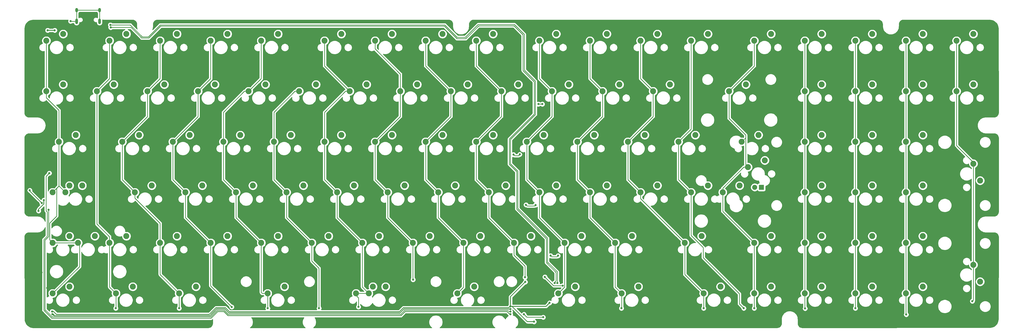
<source format=gbr>
G04 #@! TF.GenerationSoftware,KiCad,Pcbnew,(5.1.7)-1*
G04 #@! TF.CreationDate,2020-12-09T11:44:14-08:00*
G04 #@! TF.ProjectId,PCBV3,50434256-332e-46b6-9963-61645f706362,rev?*
G04 #@! TF.SameCoordinates,Original*
G04 #@! TF.FileFunction,Copper,L1,Top*
G04 #@! TF.FilePolarity,Positive*
%FSLAX46Y46*%
G04 Gerber Fmt 4.6, Leading zero omitted, Abs format (unit mm)*
G04 Created by KiCad (PCBNEW (5.1.7)-1) date 2020-12-09 11:44:14*
%MOMM*%
%LPD*%
G01*
G04 APERTURE LIST*
G04 #@! TA.AperFunction,ComponentPad*
%ADD10R,1.905000X1.905000*%
G04 #@! TD*
G04 #@! TA.AperFunction,ComponentPad*
%ADD11C,1.905000*%
G04 #@! TD*
G04 #@! TA.AperFunction,ComponentPad*
%ADD12C,2.250000*%
G04 #@! TD*
G04 #@! TA.AperFunction,ComponentPad*
%ADD13O,1.000000X2.100000*%
G04 #@! TD*
G04 #@! TA.AperFunction,ComponentPad*
%ADD14O,1.000000X1.600000*%
G04 #@! TD*
G04 #@! TA.AperFunction,ViaPad*
%ADD15C,0.800000*%
G04 #@! TD*
G04 #@! TA.AperFunction,Conductor*
%ADD16C,0.304800*%
G04 #@! TD*
G04 #@! TA.AperFunction,Conductor*
%ADD17C,0.254000*%
G04 #@! TD*
G04 #@! TA.AperFunction,Conductor*
%ADD18C,0.100000*%
G04 #@! TD*
G04 APERTURE END LIST*
D10*
X364807500Y-144780000D03*
D11*
X362267500Y-144780000D03*
D12*
X359727500Y-137160000D03*
X366077500Y-134620000D03*
X287496250Y-144145000D03*
X281146250Y-146685000D03*
X297021250Y-163195000D03*
X290671250Y-165735000D03*
X256568575Y-182245000D03*
X250218575Y-184785000D03*
X185102500Y-182245000D03*
X178752500Y-184785000D03*
X223202500Y-182245000D03*
X216852500Y-184785000D03*
X104140000Y-163195000D03*
X97790000Y-165735000D03*
X125571250Y-163195000D03*
X119221250Y-165735000D03*
X344646250Y-144145000D03*
X338296250Y-146685000D03*
X104140000Y-144145000D03*
X97790000Y-146685000D03*
X101758750Y-86995000D03*
X95408750Y-89535000D03*
X125571250Y-86995000D03*
X119221250Y-89535000D03*
X447198750Y-142240000D03*
X444658750Y-135890000D03*
X106521250Y-125095000D03*
X100171250Y-127635000D03*
X339883750Y-125095000D03*
X333533750Y-127635000D03*
X320833750Y-125095000D03*
X314483750Y-127635000D03*
X301783750Y-125095000D03*
X295433750Y-127635000D03*
X282733750Y-125095000D03*
X276383750Y-127635000D03*
X263683750Y-125095000D03*
X257333750Y-127635000D03*
X244633750Y-125095000D03*
X238283750Y-127635000D03*
X225583750Y-125095000D03*
X219233750Y-127635000D03*
X206533750Y-125095000D03*
X200183750Y-127635000D03*
X187483750Y-125095000D03*
X181133750Y-127635000D03*
X168433750Y-125095000D03*
X162083750Y-127635000D03*
X149383750Y-125095000D03*
X143033750Y-127635000D03*
X130333750Y-125095000D03*
X123983750Y-127635000D03*
X447198750Y-180340000D03*
X444658750Y-173990000D03*
X425608750Y-182245000D03*
X419258750Y-184785000D03*
X406558750Y-182245000D03*
X400208750Y-184785000D03*
X387508750Y-182245000D03*
X381158750Y-184785000D03*
X368458750Y-182245000D03*
X362108750Y-184785000D03*
X349408750Y-182245000D03*
X343058750Y-184785000D03*
X318452500Y-182245000D03*
X312102500Y-184785000D03*
X294640000Y-182245000D03*
X288290000Y-184785000D03*
X218440000Y-182245000D03*
X212090000Y-184785000D03*
X151765000Y-182245000D03*
X145415000Y-184785000D03*
X127952500Y-182245000D03*
X121602500Y-184785000D03*
X104140000Y-182245000D03*
X97790000Y-184785000D03*
X425608750Y-163195000D03*
X419258750Y-165735000D03*
X406558750Y-163195000D03*
X400208750Y-165735000D03*
X387508750Y-163195000D03*
X381158750Y-165735000D03*
X368458750Y-163195000D03*
X362108750Y-165735000D03*
X342265000Y-163195000D03*
X335915000Y-165735000D03*
X316071250Y-163195000D03*
X309721250Y-165735000D03*
X277971250Y-163195000D03*
X271621250Y-165735000D03*
X258921250Y-163195000D03*
X252571250Y-165735000D03*
X239871250Y-163195000D03*
X233521250Y-165735000D03*
X220821250Y-163195000D03*
X214471250Y-165735000D03*
X201771250Y-163195000D03*
X195421250Y-165735000D03*
X182721250Y-163195000D03*
X176371250Y-165735000D03*
X163671250Y-163195000D03*
X157321250Y-165735000D03*
X144621250Y-163195000D03*
X138271250Y-165735000D03*
X113665000Y-163195000D03*
X107315000Y-165735000D03*
X425608750Y-144145000D03*
X419258750Y-146685000D03*
X406558750Y-144145000D03*
X400208750Y-146685000D03*
X387508750Y-144145000D03*
X381158750Y-146685000D03*
X356552500Y-144145000D03*
X350202500Y-146685000D03*
X325596250Y-144145000D03*
X319246250Y-146685000D03*
X306546250Y-144145000D03*
X300196250Y-146685000D03*
X268446250Y-144145000D03*
X262096250Y-146685000D03*
X249396250Y-144145000D03*
X243046250Y-146685000D03*
X230346250Y-144145000D03*
X223996250Y-146685000D03*
X211296250Y-144145000D03*
X204946250Y-146685000D03*
X192246250Y-144145000D03*
X185896250Y-146685000D03*
X173196250Y-144145000D03*
X166846250Y-146685000D03*
X154146250Y-144145000D03*
X147796250Y-146685000D03*
X135096250Y-144145000D03*
X128746250Y-146685000D03*
X108902500Y-144145000D03*
X102552500Y-146685000D03*
X425608750Y-125095000D03*
X419258750Y-127635000D03*
X406558750Y-125095000D03*
X400208750Y-127635000D03*
X387508750Y-125095000D03*
X381158750Y-127635000D03*
X363696250Y-125095000D03*
X357346250Y-127635000D03*
X444658750Y-106045000D03*
X438308750Y-108585000D03*
X425608750Y-106045000D03*
X419258750Y-108585000D03*
X406558750Y-106045000D03*
X400208750Y-108585000D03*
X387508750Y-106045000D03*
X381158750Y-108585000D03*
X358933750Y-106045000D03*
X352583750Y-108585000D03*
X330358750Y-106045000D03*
X324008750Y-108585000D03*
X311308750Y-106045000D03*
X304958750Y-108585000D03*
X292258750Y-106045000D03*
X285908750Y-108585000D03*
X273208750Y-106045000D03*
X266858750Y-108585000D03*
X254158750Y-106045000D03*
X247808750Y-108585000D03*
X235108750Y-106045000D03*
X228758750Y-108585000D03*
X216058750Y-106045000D03*
X209708750Y-108585000D03*
X197008750Y-106045000D03*
X190658750Y-108585000D03*
X177958750Y-106045000D03*
X171608750Y-108585000D03*
X158908750Y-106045000D03*
X152558750Y-108585000D03*
X139858750Y-106045000D03*
X133508750Y-108585000D03*
X120808750Y-106045000D03*
X114458750Y-108585000D03*
X101758750Y-106045000D03*
X95408750Y-108585000D03*
X444658750Y-86995000D03*
X438308750Y-89535000D03*
X425608750Y-86995000D03*
X419258750Y-89535000D03*
X406558750Y-86995000D03*
X400208750Y-89535000D03*
X387508750Y-86995000D03*
X381158750Y-89535000D03*
X368458750Y-86995000D03*
X362108750Y-89535000D03*
X344646250Y-86995000D03*
X338296250Y-89535000D03*
X325596250Y-86995000D03*
X319246250Y-89535000D03*
X306546250Y-86995000D03*
X300196250Y-89535000D03*
X287496250Y-86995000D03*
X281146250Y-89535000D03*
X263683750Y-86995000D03*
X257333750Y-89535000D03*
X244633750Y-86995000D03*
X238283750Y-89535000D03*
X225583750Y-86995000D03*
X219233750Y-89535000D03*
X206533750Y-86995000D03*
X200183750Y-89535000D03*
X182721250Y-86995000D03*
X176371250Y-89535000D03*
X163671250Y-86995000D03*
X157321250Y-89535000D03*
X144621250Y-86995000D03*
X138271250Y-89535000D03*
D13*
X106805000Y-82186250D03*
X115445000Y-82186250D03*
D14*
X106805000Y-78006250D03*
X115445000Y-78006250D03*
D15*
X97684035Y-192597619D03*
X270256000Y-190658994D03*
X105918000Y-85471000D03*
X105665432Y-83891190D03*
X111125000Y-91281250D03*
X139954000Y-82423000D03*
X93599000Y-176911000D03*
X95758000Y-182753000D03*
X281051000Y-195580000D03*
X266700000Y-188341000D03*
X261239000Y-182245000D03*
X218186000Y-195834000D03*
X182372000Y-195834000D03*
X121539000Y-190372901D03*
X145415000Y-190372901D03*
X165260013Y-189885879D03*
X178816000Y-190372901D03*
X198120000Y-190373000D03*
X212979000Y-189865000D03*
X233553000Y-179578000D03*
X275717000Y-178689000D03*
X312039000Y-190372901D03*
X343027000Y-190372901D03*
X358140000Y-190372901D03*
X362077000Y-190373000D03*
X381254000Y-190465000D03*
X400177000Y-190372901D03*
X419354000Y-192754151D03*
X444246000Y-187706000D03*
X280797000Y-113411000D03*
X282251001Y-113411000D03*
X271399000Y-132461000D03*
X273754567Y-132391433D03*
X276098000Y-151384000D03*
X279704860Y-151460140D03*
X285369000Y-170561000D03*
X288185127Y-170561000D03*
X283210000Y-178562000D03*
X289941000Y-181864000D03*
X279146000Y-195453000D03*
X284988000Y-188341000D03*
X275844000Y-180467000D03*
X97575472Y-191603528D03*
X270256000Y-189658991D03*
X92456000Y-153670000D03*
X94488000Y-149606000D03*
X104521000Y-82169000D03*
X270256000Y-191658997D03*
X96266000Y-153289000D03*
X93685990Y-150708990D03*
X89154000Y-145923000D03*
X282575000Y-193769951D03*
X270256000Y-192659000D03*
X275336000Y-192659000D03*
X96520000Y-139446000D03*
X287909000Y-180848000D03*
X119507000Y-83566000D03*
X286893000Y-180848000D03*
X119648421Y-84555952D03*
X95885000Y-85598000D03*
X98552000Y-85598000D03*
D16*
X270193947Y-190721047D02*
X270256000Y-190658994D01*
X228594367Y-192233580D02*
X230106900Y-190721047D01*
X164189958Y-192233580D02*
X228594367Y-192233580D01*
X162677426Y-190721047D02*
X164189958Y-192233580D01*
X230106900Y-190721047D02*
X270193947Y-190721047D01*
X159494900Y-190721047D02*
X162677426Y-190721047D01*
X157020357Y-193195590D02*
X159494900Y-190721047D01*
X98282006Y-193195590D02*
X157020357Y-193195590D01*
X97684035Y-192597619D02*
X98282006Y-193195590D01*
X105918000Y-84143758D02*
X105665432Y-83891190D01*
X105918000Y-85471000D02*
X105918000Y-84143758D01*
X105918000Y-86074250D02*
X111125000Y-91281250D01*
X105918000Y-85471000D02*
X105918000Y-86074250D01*
X266700000Y-187706000D02*
X261239000Y-182245000D01*
X266700000Y-188341000D02*
X266700000Y-187706000D01*
D17*
X95408750Y-89535000D02*
X95408750Y-108585000D01*
X95408750Y-108585000D02*
X95408750Y-111029750D01*
X100171250Y-115792250D02*
X100171250Y-127635000D01*
X95408750Y-111029750D02*
X100171250Y-115792250D01*
X100171250Y-127635000D02*
X100171250Y-144303750D01*
X102552500Y-146685000D02*
X100171250Y-144303750D01*
X100171250Y-144303750D02*
X100076000Y-144399000D01*
X100076000Y-144399000D02*
X97790000Y-146685000D01*
X107315000Y-165735000D02*
X97790000Y-165735000D01*
X107882001Y-174692999D02*
X97790000Y-184785000D01*
X107882001Y-166302001D02*
X107882001Y-174692999D01*
X107315000Y-165735000D02*
X107882001Y-166302001D01*
X99279099Y-145195901D02*
X100076000Y-144399000D01*
X99279099Y-155609901D02*
X99279099Y-145195901D01*
X96665001Y-158223999D02*
X99279099Y-155609901D01*
X96665001Y-164610001D02*
X96665001Y-158223999D01*
X97790000Y-165735000D02*
X96665001Y-164610001D01*
X119221250Y-103822500D02*
X114458750Y-108585000D01*
X119221250Y-89535000D02*
X119221250Y-103822500D01*
X114458750Y-158591250D02*
X114458750Y-158019750D01*
X114458750Y-108585000D02*
X114458750Y-158019750D01*
X114458750Y-158718250D02*
X114522250Y-158718250D01*
X114458750Y-158019750D02*
X114458750Y-158718250D01*
X119221250Y-163417250D02*
X119221250Y-165735000D01*
X114522250Y-158718250D02*
X119221250Y-163417250D01*
X114522250Y-158718250D02*
X115188519Y-159384519D01*
X121602500Y-190309401D02*
X121539000Y-190372901D01*
X121602500Y-184785000D02*
X121602500Y-190309401D01*
X119221250Y-182403750D02*
X119475250Y-182657750D01*
X119221250Y-165735000D02*
X119221250Y-182403750D01*
X119475250Y-182657750D02*
X121602500Y-184785000D01*
X138271250Y-103822500D02*
X133508750Y-108585000D01*
X138271250Y-89535000D02*
X138271250Y-103822500D01*
X133508750Y-118110000D02*
X123983750Y-127635000D01*
X133508750Y-108585000D02*
X133508750Y-118110000D01*
X123983750Y-141922500D02*
X128746250Y-146685000D01*
X123983750Y-127635000D02*
X123983750Y-141922500D01*
X138271250Y-158374934D02*
X138271250Y-165735000D01*
X128746250Y-148849934D02*
X138271250Y-158374934D01*
X128746250Y-146685000D02*
X128746250Y-148849934D01*
X138271250Y-177641250D02*
X145415000Y-184785000D01*
X138271250Y-165735000D02*
X138271250Y-177641250D01*
X145415000Y-184785000D02*
X145415000Y-190372901D01*
X157321250Y-103822500D02*
X152558750Y-108585000D01*
X157321250Y-89535000D02*
X157321250Y-103822500D01*
X152558750Y-118110000D02*
X143033750Y-127635000D01*
X152558750Y-108585000D02*
X152558750Y-118110000D01*
X143033750Y-141922500D02*
X147796250Y-146685000D01*
X143033750Y-127635000D02*
X143033750Y-141922500D01*
X147796250Y-156210000D02*
X157321250Y-165735000D01*
X147796250Y-146685000D02*
X147796250Y-156210000D01*
X157321250Y-165735000D02*
X157321250Y-178276250D01*
X157321250Y-181947116D02*
X165260013Y-189885879D01*
X157321250Y-178276250D02*
X157321250Y-181947116D01*
X176371250Y-103822500D02*
X171608750Y-108585000D01*
X176371250Y-89535000D02*
X176371250Y-103822500D01*
X170017760Y-108585000D02*
X162083750Y-116519010D01*
X162083750Y-116519010D02*
X162083750Y-127635000D01*
X171608750Y-108585000D02*
X170017760Y-108585000D01*
X162083750Y-141922500D02*
X166846250Y-146685000D01*
X162083750Y-127635000D02*
X162083750Y-141922500D01*
X166846250Y-156210000D02*
X176371250Y-165735000D01*
X166846250Y-146685000D02*
X166846250Y-156210000D01*
X176721462Y-184785000D02*
X178752500Y-184785000D01*
X176371250Y-184434788D02*
X176721462Y-184785000D01*
X176371250Y-165735000D02*
X176371250Y-184434788D01*
X178752500Y-190309401D02*
X178816000Y-190372901D01*
X178752500Y-184785000D02*
X178752500Y-190309401D01*
X181133750Y-116519010D02*
X181133750Y-127635000D01*
X189067760Y-108585000D02*
X181133750Y-116519010D01*
X190658750Y-108585000D02*
X189067760Y-108585000D01*
X181133750Y-141922500D02*
X185896250Y-146685000D01*
X181133750Y-127635000D02*
X181133750Y-141922500D01*
X185896250Y-156210000D02*
X195421250Y-165735000D01*
X185896250Y-146685000D02*
X185896250Y-156210000D01*
X195421250Y-172561250D02*
X195421250Y-165735000D01*
X198120000Y-175260000D02*
X195421250Y-172561250D01*
X198120000Y-190373000D02*
X198120000Y-175260000D01*
X200183750Y-99060000D02*
X209708750Y-108585000D01*
X200183750Y-89535000D02*
X200183750Y-99060000D01*
X200183750Y-116519010D02*
X200183750Y-127635000D01*
X208117760Y-108585000D02*
X200183750Y-116519010D01*
X209708750Y-108585000D02*
X208117760Y-108585000D01*
X200183750Y-141922500D02*
X204946250Y-146685000D01*
X200183750Y-127635000D02*
X200183750Y-141922500D01*
X204946250Y-156210000D02*
X214471250Y-165735000D01*
X204946250Y-146685000D02*
X204946250Y-156210000D01*
X214471250Y-165735000D02*
X214471250Y-182403750D01*
X212979000Y-186436000D02*
X212979000Y-189865000D01*
X214471250Y-182403750D02*
X216852500Y-184785000D01*
X216852500Y-184785000D02*
X212090000Y-184785000D01*
X212090000Y-185547000D02*
X212979000Y-186436000D01*
X212090000Y-184785000D02*
X212090000Y-185547000D01*
X228758750Y-102108962D02*
X228758750Y-108585000D01*
X219233750Y-92583962D02*
X228758750Y-102108962D01*
X219233750Y-89535000D02*
X219233750Y-92583962D01*
X228758750Y-118110000D02*
X219233750Y-127635000D01*
X228758750Y-108585000D02*
X228758750Y-118110000D01*
X219233750Y-141922500D02*
X223996250Y-146685000D01*
X219233750Y-127635000D02*
X219233750Y-141922500D01*
X223996250Y-156210000D02*
X233521250Y-165735000D01*
X223996250Y-146685000D02*
X223996250Y-156210000D01*
X233521250Y-165735000D02*
X233521250Y-177260250D01*
X233521250Y-179546250D02*
X233553000Y-179578000D01*
X233521250Y-177260250D02*
X233521250Y-179546250D01*
X238283750Y-99060000D02*
X247808750Y-108585000D01*
X238283750Y-89535000D02*
X238283750Y-99060000D01*
X247808750Y-118110000D02*
X238283750Y-127635000D01*
X247808750Y-108585000D02*
X247808750Y-118110000D01*
X238283750Y-141922500D02*
X243046250Y-146685000D01*
X238283750Y-127635000D02*
X238283750Y-141922500D01*
X243046250Y-156210000D02*
X252571250Y-165735000D01*
X243046250Y-146685000D02*
X243046250Y-156210000D01*
X252571250Y-182432325D02*
X250218575Y-184785000D01*
X252571250Y-165735000D02*
X252571250Y-182432325D01*
X257333750Y-99060000D02*
X266858750Y-108585000D01*
X257333750Y-89535000D02*
X257333750Y-99060000D01*
X266858750Y-118110000D02*
X257333750Y-127635000D01*
X266858750Y-108585000D02*
X266858750Y-118110000D01*
X257333750Y-141922500D02*
X262096250Y-146685000D01*
X257333750Y-127635000D02*
X257333750Y-141922500D01*
X262096250Y-156210000D02*
X271621250Y-165735000D01*
X262096250Y-146685000D02*
X262096250Y-156210000D01*
X271621250Y-165735000D02*
X271621250Y-170390116D01*
X273939000Y-172707866D02*
X271621250Y-170390116D01*
X273939000Y-172707866D02*
X273939000Y-172720000D01*
X273939000Y-172720000D02*
X275717000Y-174498000D01*
X275717000Y-174498000D02*
X275717000Y-178689000D01*
X281146250Y-103822500D02*
X285908750Y-108585000D01*
X281146250Y-89535000D02*
X281146250Y-103822500D01*
X285908750Y-118110000D02*
X276383750Y-127635000D01*
X285908750Y-108585000D02*
X285908750Y-118110000D01*
X276383750Y-141922500D02*
X281146250Y-146685000D01*
X276383750Y-127635000D02*
X276383750Y-141922500D01*
X281146250Y-156210000D02*
X290671250Y-165735000D01*
X281146250Y-146685000D02*
X281146250Y-156210000D01*
X290671250Y-182403750D02*
X288290000Y-184785000D01*
X290671250Y-165735000D02*
X290671250Y-182403750D01*
X300196250Y-103822500D02*
X304958750Y-108585000D01*
X300196250Y-89535000D02*
X300196250Y-103822500D01*
X304958750Y-118110000D02*
X295433750Y-127635000D01*
X304958750Y-108585000D02*
X304958750Y-118110000D01*
X295433750Y-141922500D02*
X300196250Y-146685000D01*
X295433750Y-127635000D02*
X295433750Y-141922500D01*
X300196250Y-156210000D02*
X309721250Y-165735000D01*
X300196250Y-146685000D02*
X300196250Y-156210000D01*
X309721250Y-182403750D02*
X312102500Y-184785000D01*
X309721250Y-165735000D02*
X309721250Y-182403750D01*
X312102500Y-190309401D02*
X312039000Y-190372901D01*
X312102500Y-184785000D02*
X312102500Y-190309401D01*
X319246250Y-103822500D02*
X324008750Y-108585000D01*
X319246250Y-89535000D02*
X319246250Y-103822500D01*
X324008750Y-118110000D02*
X314483750Y-127635000D01*
X324008750Y-108585000D02*
X324008750Y-118110000D01*
X314483750Y-141922500D02*
X319246250Y-146685000D01*
X314483750Y-127635000D02*
X314483750Y-141922500D01*
X319246250Y-149066250D02*
X335915000Y-165735000D01*
X319246250Y-146685000D02*
X319246250Y-149066250D01*
X335915000Y-177641250D02*
X343058750Y-184785000D01*
X335915000Y-165735000D02*
X335915000Y-177641250D01*
X343058750Y-190341151D02*
X343027000Y-190372901D01*
X343058750Y-184785000D02*
X343058750Y-190341151D01*
X338296250Y-122872500D02*
X333533750Y-127635000D01*
X338296250Y-89535000D02*
X338296250Y-122872500D01*
X333533750Y-141922500D02*
X338296250Y-146685000D01*
X333533750Y-127635000D02*
X333533750Y-141922500D01*
X356489000Y-184912000D02*
X356489000Y-188721901D01*
X342900000Y-171323000D02*
X356489000Y-184912000D01*
X342900000Y-167513000D02*
X342900000Y-171323000D01*
X338296250Y-162909250D02*
X342900000Y-167513000D01*
X356489000Y-188721901D02*
X358140000Y-190372901D01*
X338296250Y-146685000D02*
X338296250Y-162909250D01*
X362108750Y-99060000D02*
X352583750Y-108585000D01*
X362108750Y-89535000D02*
X362108750Y-99060000D01*
X352583750Y-108585000D02*
X352583750Y-118776750D01*
X352583750Y-118776750D02*
X358835349Y-125028349D01*
X357603401Y-127377849D02*
X357603401Y-127635000D01*
X358835349Y-126145901D02*
X357603401Y-127377849D01*
X358835349Y-125409349D02*
X358835349Y-126145901D01*
X358835349Y-125028349D02*
X358835349Y-125409349D01*
X360852499Y-164478749D02*
X362108750Y-165735000D01*
X362108750Y-165735000D02*
X362108750Y-184785000D01*
X362108750Y-190341250D02*
X362077000Y-190373000D01*
X362108750Y-184785000D02*
X362108750Y-190341250D01*
X350202500Y-145094010D02*
X350202500Y-146685000D01*
X350202500Y-153828750D02*
X360852499Y-164478749D01*
X350202500Y-146685000D02*
X350202500Y-153828750D01*
X358835349Y-136267849D02*
X359727500Y-137160000D01*
X358835349Y-126145901D02*
X358835349Y-136267849D01*
X358136510Y-137160000D02*
X359727500Y-137160000D01*
X350202500Y-145094010D02*
X358136510Y-137160000D01*
X381158750Y-89535000D02*
X381158750Y-108585000D01*
X381158750Y-108585000D02*
X381158750Y-127635000D01*
X381158750Y-127635000D02*
X381158750Y-146685000D01*
X381158750Y-146685000D02*
X381158750Y-165735000D01*
X381158750Y-184785000D02*
X381158750Y-165735000D01*
X381158750Y-190369750D02*
X381254000Y-190465000D01*
X381158750Y-184785000D02*
X381158750Y-190369750D01*
X400208750Y-89535000D02*
X400208750Y-108585000D01*
X400208750Y-108585000D02*
X400208750Y-127635000D01*
X400208750Y-127635000D02*
X400208750Y-146685000D01*
X400208750Y-146685000D02*
X400208750Y-165735000D01*
X400208750Y-165735000D02*
X400208750Y-184785000D01*
X400208750Y-190341151D02*
X400177000Y-190372901D01*
X400208750Y-184785000D02*
X400208750Y-190341151D01*
X419258750Y-89535000D02*
X419258750Y-108585000D01*
X419258750Y-108585000D02*
X419258750Y-127635000D01*
X419258750Y-149733962D02*
X419258750Y-165735000D01*
X419258750Y-146685000D02*
X419258750Y-149733962D01*
X419258750Y-146685000D02*
X419258750Y-127635000D01*
X419258750Y-165735000D02*
X419258750Y-184785000D01*
X419258750Y-192658901D02*
X419354000Y-192754151D01*
X419258750Y-184785000D02*
X419258750Y-192658901D01*
X438308750Y-89535000D02*
X438308750Y-108585000D01*
X444658750Y-135381038D02*
X444658750Y-135890000D01*
X438308750Y-129031038D02*
X444658750Y-135381038D01*
X438308750Y-108585000D02*
X438308750Y-129031038D01*
X444658750Y-135890000D02*
X444658750Y-173990000D01*
X444658750Y-187293250D02*
X444246000Y-187706000D01*
X444658750Y-173990000D02*
X444658750Y-187293250D01*
X280797000Y-113411000D02*
X280831901Y-113445901D01*
X280797000Y-113411000D02*
X282251001Y-113411000D01*
X271399000Y-132461000D02*
X271798999Y-132860999D01*
X273285001Y-132860999D02*
X273754567Y-132391433D01*
X271798999Y-132860999D02*
X273285001Y-132860999D01*
X276098000Y-151384000D02*
X276497999Y-151783999D01*
X279381001Y-151783999D02*
X279704860Y-151460140D01*
X276497999Y-151783999D02*
X279381001Y-151783999D01*
X285369000Y-170561000D02*
X285750000Y-170942000D01*
X287804127Y-170942000D02*
X288185127Y-170561000D01*
X285750000Y-170942000D02*
X287804127Y-170942000D01*
X286512000Y-181864000D02*
X289941000Y-181864000D01*
X283210000Y-178562000D02*
X286512000Y-181864000D01*
D16*
X270142449Y-189658991D02*
X270256000Y-189658991D01*
X228385268Y-191728770D02*
X229897801Y-190216237D01*
X164399058Y-191728770D02*
X228385268Y-191728770D01*
X229897801Y-190216237D02*
X269585203Y-190216237D01*
X162886525Y-190216237D02*
X164399058Y-191728770D01*
X269585203Y-190216237D02*
X270142449Y-189658991D01*
X159285801Y-190216237D02*
X162886525Y-190216237D01*
X156811259Y-192690780D02*
X159285801Y-190216237D01*
X99228409Y-192690780D02*
X156811259Y-192690780D01*
X98141157Y-191603528D02*
X99228409Y-192690780D01*
X97575472Y-191603528D02*
X98141157Y-191603528D01*
X270821685Y-189658991D02*
X276615694Y-195453000D01*
X276615694Y-195453000D02*
X279146000Y-195453000D01*
X270256000Y-189658991D02*
X270821685Y-189658991D01*
X283670009Y-189658991D02*
X284988000Y-188341000D01*
X270256000Y-189658991D02*
X283670009Y-189658991D01*
X270256000Y-186055000D02*
X275844000Y-180467000D01*
X270256000Y-189658991D02*
X270256000Y-186055000D01*
X94488000Y-149606000D02*
X94488000Y-151020534D01*
X94488000Y-151020534D02*
X92456000Y-153052534D01*
X92456000Y-153052534D02*
X92456000Y-153670000D01*
D17*
X106805000Y-82186250D02*
X106805000Y-78006250D01*
X115445000Y-82186250D02*
X115445000Y-78006250D01*
X106805000Y-78006250D02*
X115445000Y-78006250D01*
X104538250Y-82186250D02*
X104521000Y-82169000D01*
X106805000Y-82186250D02*
X104538250Y-82186250D01*
X228792944Y-192712990D02*
X163991380Y-192712990D01*
X269690315Y-191658997D02*
X269231775Y-191200457D01*
X269231775Y-191200457D02*
X230305476Y-191200457D01*
X230305476Y-191200457D02*
X228792944Y-192712990D01*
X97663000Y-193675000D02*
X94889282Y-190901282D01*
X163991380Y-192712990D02*
X162478848Y-191200457D01*
X162478848Y-191200457D02*
X159693476Y-191200457D01*
X159693476Y-191200457D02*
X157218934Y-193675000D01*
X157218934Y-193675000D02*
X97663000Y-193675000D01*
X94889282Y-164698718D02*
X96210991Y-163377009D01*
X270256000Y-191658997D02*
X269690315Y-191658997D01*
X94889282Y-190901282D02*
X94889282Y-164698718D01*
X96210991Y-163377009D02*
X96210991Y-153487991D01*
X96210991Y-153344009D02*
X96266000Y-153289000D01*
X96210991Y-153487991D02*
X96210991Y-153344009D01*
X89154000Y-146177000D02*
X89154000Y-145923000D01*
X93685990Y-150708990D02*
X89154000Y-146177000D01*
X228981000Y-193167000D02*
X230493533Y-191654467D01*
X282575000Y-193769951D02*
X276446951Y-193769951D01*
X164465000Y-193167000D02*
X163801776Y-193167000D01*
X157406991Y-194129009D02*
X97474943Y-194129009D01*
X94435272Y-191089338D02*
X94435272Y-164510661D01*
X230493533Y-191654467D02*
X232938792Y-191654467D01*
X164465000Y-193167000D02*
X163803323Y-193167000D01*
X97474943Y-194129009D02*
X94435272Y-191089338D01*
X164465000Y-193167000D02*
X228981000Y-193167000D01*
X268997467Y-191654467D02*
X232938792Y-191654467D01*
X270002000Y-192659000D02*
X268997467Y-191654467D01*
X162290791Y-191654467D02*
X159881533Y-191654467D01*
X276446951Y-193769951D02*
X275336000Y-192659000D01*
X159881533Y-191654467D02*
X157406991Y-194129009D01*
X95756981Y-163188953D02*
X95756981Y-154062116D01*
X270256000Y-192659000D02*
X270002000Y-192659000D01*
X94435272Y-164510661D02*
X95756981Y-163188953D01*
X163803323Y-193167000D02*
X162290791Y-191654467D01*
X95317999Y-140648001D02*
X96520000Y-139446000D01*
X95317999Y-153623134D02*
X95317999Y-140648001D01*
X95756981Y-154062116D02*
X95317999Y-153623134D01*
X287909000Y-176657000D02*
X287909000Y-180848000D01*
X284226000Y-172974000D02*
X287909000Y-176657000D01*
X284226000Y-163957000D02*
X284226000Y-172974000D01*
X273050000Y-152781000D02*
X284226000Y-163957000D01*
X270256000Y-135890000D02*
X273050000Y-138684000D01*
X279654000Y-117348000D02*
X270256000Y-126746000D01*
X119507000Y-83566000D02*
X127007066Y-83566000D01*
X131506056Y-88064990D02*
X133796944Y-88064990D01*
X270256000Y-126746000D02*
X270256000Y-135890000D01*
X133796944Y-88064990D02*
X138295934Y-83566000D01*
X271780000Y-83439000D02*
X275463000Y-87122000D01*
X138295934Y-83566000D02*
X245498067Y-83566000D01*
X273050000Y-138684000D02*
X273050000Y-152781000D01*
X250197067Y-88265000D02*
X253249954Y-88265000D01*
X258075954Y-83439000D02*
X271780000Y-83439000D01*
X245498067Y-83566000D02*
X250197067Y-88265000D01*
X275463000Y-100584000D02*
X279654000Y-104775000D01*
X253249954Y-88265000D02*
X258075954Y-83439000D01*
X127007066Y-83566000D02*
X131506056Y-88064990D01*
X275463000Y-87122000D02*
X275463000Y-100584000D01*
X279654000Y-104775000D02*
X279654000Y-117348000D01*
X286893000Y-180625750D02*
X286893000Y-180848000D01*
X287454990Y-180063760D02*
X286893000Y-180625750D01*
X287454990Y-176845056D02*
X287454990Y-180063760D01*
X283771990Y-173162057D02*
X287454990Y-176845056D01*
X272595990Y-152969057D02*
X283771990Y-164145056D01*
X272595990Y-138872056D02*
X272595990Y-152969057D01*
X269801990Y-136078057D02*
X272595990Y-138872056D01*
X269801990Y-126557943D02*
X269801990Y-136078057D01*
X279199990Y-117159944D02*
X269801990Y-126557943D01*
X119648421Y-84555952D02*
X127354952Y-84555952D01*
X127354952Y-84555952D02*
X131318000Y-88519000D01*
X283771990Y-164145056D02*
X283771990Y-173162057D01*
X133985000Y-88519000D02*
X138483990Y-84020010D01*
X253384020Y-88773000D02*
X258264010Y-83893010D01*
X131318000Y-88519000D02*
X133985000Y-88519000D01*
X250063000Y-88773000D02*
X253384020Y-88773000D01*
X275008990Y-100772057D02*
X279199990Y-104963056D01*
X138483990Y-84020010D02*
X245310010Y-84020010D01*
X245310010Y-84020010D02*
X250063000Y-88773000D01*
X271591944Y-83893010D02*
X275008990Y-87310056D01*
X258264010Y-83893010D02*
X271591944Y-83893010D01*
X275008990Y-87310056D02*
X275008990Y-100772057D01*
X279199990Y-104963056D02*
X279199990Y-117159944D01*
D16*
X95885000Y-85598000D02*
X98552000Y-85598000D01*
D17*
X247175323Y-81732310D02*
X247482244Y-81824975D01*
X247765321Y-81975489D01*
X248013770Y-82178120D01*
X248218130Y-82425149D01*
X248370620Y-82707173D01*
X248465423Y-83013430D01*
X248502500Y-83366201D01*
X248502500Y-84173604D01*
X248506240Y-84211577D01*
X248506240Y-84242471D01*
X248507313Y-84252677D01*
X248559117Y-84714519D01*
X248572966Y-84779676D01*
X248585907Y-84845029D01*
X248588941Y-84854832D01*
X248729464Y-85297816D01*
X248755702Y-85359034D01*
X248781092Y-85420635D01*
X248785973Y-85429662D01*
X249009862Y-85836916D01*
X249047506Y-85891894D01*
X249084365Y-85947371D01*
X249090906Y-85955278D01*
X249389635Y-86311288D01*
X249437245Y-86357911D01*
X249484170Y-86405165D01*
X249492123Y-86411651D01*
X249854311Y-86702858D01*
X249910076Y-86739349D01*
X249965281Y-86776586D01*
X249974342Y-86781404D01*
X250386195Y-86996716D01*
X250448007Y-87021690D01*
X250509373Y-87047486D01*
X250519193Y-87050452D01*
X250519199Y-87050454D01*
X250965027Y-87181668D01*
X251030532Y-87194164D01*
X251095721Y-87207545D01*
X251105930Y-87208547D01*
X251105934Y-87208547D01*
X251568760Y-87250667D01*
X251635374Y-87250202D01*
X251701988Y-87250667D01*
X251712202Y-87249666D01*
X252174395Y-87201088D01*
X252239702Y-87187682D01*
X252305088Y-87175209D01*
X252314905Y-87172245D01*
X252314912Y-87172244D01*
X252314918Y-87172241D01*
X252758867Y-87034816D01*
X252820327Y-87008981D01*
X252882043Y-86984046D01*
X252891105Y-86979229D01*
X253299912Y-86758188D01*
X253355178Y-86720910D01*
X253410882Y-86684458D01*
X253418835Y-86677973D01*
X253776922Y-86381737D01*
X253823880Y-86334450D01*
X253871457Y-86287860D01*
X253877998Y-86279953D01*
X254171727Y-85919807D01*
X254208586Y-85864330D01*
X254246230Y-85809352D01*
X254251111Y-85800325D01*
X254469292Y-85389985D01*
X254494693Y-85328358D01*
X254520920Y-85267165D01*
X254523955Y-85257362D01*
X254658279Y-84812459D01*
X254671228Y-84747060D01*
X254685068Y-84681951D01*
X254686141Y-84671745D01*
X254731492Y-84209224D01*
X254731492Y-84209223D01*
X254735000Y-84173605D01*
X254735000Y-83379697D01*
X254769810Y-83024677D01*
X254862475Y-82717756D01*
X255012989Y-82434679D01*
X255215620Y-82186230D01*
X255462649Y-81981870D01*
X255744673Y-81829380D01*
X256050930Y-81734577D01*
X256403701Y-81697500D01*
X408745303Y-81697500D01*
X409100323Y-81732310D01*
X409407244Y-81824975D01*
X409690321Y-81975489D01*
X409938770Y-82178120D01*
X410143130Y-82425149D01*
X410295620Y-82707173D01*
X410390423Y-83013430D01*
X410427500Y-83366201D01*
X410427500Y-84173604D01*
X410431240Y-84211577D01*
X410431240Y-84242471D01*
X410432313Y-84252677D01*
X410484117Y-84714519D01*
X410497966Y-84779676D01*
X410510907Y-84845029D01*
X410513941Y-84854832D01*
X410654464Y-85297816D01*
X410680702Y-85359034D01*
X410706092Y-85420635D01*
X410710973Y-85429662D01*
X410934862Y-85836916D01*
X410972506Y-85891894D01*
X411009365Y-85947371D01*
X411015906Y-85955278D01*
X411314635Y-86311288D01*
X411362245Y-86357911D01*
X411409170Y-86405165D01*
X411417123Y-86411651D01*
X411779311Y-86702858D01*
X411835076Y-86739349D01*
X411890281Y-86776586D01*
X411899342Y-86781404D01*
X412311195Y-86996716D01*
X412373007Y-87021690D01*
X412434373Y-87047486D01*
X412444193Y-87050452D01*
X412444199Y-87050454D01*
X412890027Y-87181668D01*
X412955532Y-87194164D01*
X413020721Y-87207545D01*
X413030930Y-87208547D01*
X413030934Y-87208547D01*
X413493760Y-87250667D01*
X413560374Y-87250202D01*
X413626988Y-87250667D01*
X413637202Y-87249666D01*
X414099395Y-87201088D01*
X414164702Y-87187682D01*
X414230088Y-87175209D01*
X414239905Y-87172245D01*
X414239912Y-87172244D01*
X414239918Y-87172241D01*
X414683867Y-87034816D01*
X414745327Y-87008981D01*
X414807043Y-86984046D01*
X414816105Y-86979229D01*
X415107532Y-86821655D01*
X423848750Y-86821655D01*
X423848750Y-87168345D01*
X423916386Y-87508373D01*
X424049058Y-87828673D01*
X424241669Y-88116935D01*
X424486815Y-88362081D01*
X424775077Y-88554692D01*
X425095377Y-88687364D01*
X425435405Y-88755000D01*
X425782095Y-88755000D01*
X426122123Y-88687364D01*
X426442423Y-88554692D01*
X426730685Y-88362081D01*
X426975831Y-88116935D01*
X427168442Y-87828673D01*
X427301114Y-87508373D01*
X427368750Y-87168345D01*
X427368750Y-86821655D01*
X442898750Y-86821655D01*
X442898750Y-87168345D01*
X442966386Y-87508373D01*
X443099058Y-87828673D01*
X443291669Y-88116935D01*
X443536815Y-88362081D01*
X443825077Y-88554692D01*
X444145377Y-88687364D01*
X444485405Y-88755000D01*
X444832095Y-88755000D01*
X445172123Y-88687364D01*
X445492423Y-88554692D01*
X445780685Y-88362081D01*
X446025831Y-88116935D01*
X446218442Y-87828673D01*
X446351114Y-87508373D01*
X446418750Y-87168345D01*
X446418750Y-86821655D01*
X446351114Y-86481627D01*
X446218442Y-86161327D01*
X446025831Y-85873065D01*
X445780685Y-85627919D01*
X445492423Y-85435308D01*
X445172123Y-85302636D01*
X444832095Y-85235000D01*
X444485405Y-85235000D01*
X444145377Y-85302636D01*
X443825077Y-85435308D01*
X443536815Y-85627919D01*
X443291669Y-85873065D01*
X443099058Y-86161327D01*
X442966386Y-86481627D01*
X442898750Y-86821655D01*
X427368750Y-86821655D01*
X427301114Y-86481627D01*
X427168442Y-86161327D01*
X426975831Y-85873065D01*
X426730685Y-85627919D01*
X426442423Y-85435308D01*
X426122123Y-85302636D01*
X425782095Y-85235000D01*
X425435405Y-85235000D01*
X425095377Y-85302636D01*
X424775077Y-85435308D01*
X424486815Y-85627919D01*
X424241669Y-85873065D01*
X424049058Y-86161327D01*
X423916386Y-86481627D01*
X423848750Y-86821655D01*
X415107532Y-86821655D01*
X415224912Y-86758188D01*
X415280178Y-86720910D01*
X415335882Y-86684458D01*
X415343835Y-86677973D01*
X415701922Y-86381737D01*
X415748880Y-86334450D01*
X415796457Y-86287860D01*
X415802998Y-86279953D01*
X416096727Y-85919807D01*
X416133586Y-85864330D01*
X416171230Y-85809352D01*
X416176111Y-85800325D01*
X416394292Y-85389985D01*
X416419693Y-85328358D01*
X416445920Y-85267165D01*
X416448955Y-85257362D01*
X416583279Y-84812459D01*
X416596228Y-84747060D01*
X416610068Y-84681951D01*
X416611141Y-84671745D01*
X416656492Y-84209224D01*
X416656492Y-84209223D01*
X416660000Y-84173605D01*
X416660000Y-83379697D01*
X416694810Y-83024677D01*
X416787475Y-82717756D01*
X416937989Y-82434679D01*
X417140620Y-82186230D01*
X417387649Y-81981870D01*
X417669673Y-81829380D01*
X417975930Y-81734577D01*
X418328279Y-81697544D01*
X450781587Y-81760930D01*
X451445668Y-81826043D01*
X452049192Y-82008258D01*
X452605830Y-82304227D01*
X453094376Y-82702675D01*
X453496227Y-83188428D01*
X453796075Y-83742987D01*
X453982498Y-84345220D01*
X454052012Y-85006607D01*
X454083714Y-116613917D01*
X454048940Y-116968573D01*
X453956274Y-117275496D01*
X453805761Y-117558570D01*
X453603130Y-117807020D01*
X453356101Y-118011380D01*
X453074077Y-118163870D01*
X452767820Y-118258673D01*
X452415049Y-118295750D01*
X449226395Y-118295750D01*
X449188422Y-118299490D01*
X449157529Y-118299490D01*
X449147323Y-118300563D01*
X448685480Y-118352367D01*
X448620309Y-118366219D01*
X448554971Y-118379157D01*
X448545168Y-118382191D01*
X448102184Y-118522714D01*
X448040953Y-118548958D01*
X447979366Y-118574342D01*
X447970338Y-118579223D01*
X447563084Y-118803112D01*
X447508096Y-118840763D01*
X447452630Y-118877615D01*
X447444722Y-118884156D01*
X447088712Y-119182885D01*
X447042070Y-119230515D01*
X446994835Y-119277421D01*
X446988349Y-119285373D01*
X446697142Y-119647561D01*
X446660651Y-119703326D01*
X446623414Y-119758531D01*
X446618596Y-119767592D01*
X446403284Y-120179445D01*
X446378317Y-120241241D01*
X446352514Y-120302623D01*
X446349547Y-120312447D01*
X446218332Y-120758277D01*
X446205839Y-120823768D01*
X446192455Y-120888970D01*
X446191453Y-120899183D01*
X446149333Y-121362010D01*
X446149798Y-121428624D01*
X446149333Y-121495238D01*
X446150334Y-121505452D01*
X446198912Y-121967645D01*
X446212318Y-122032952D01*
X446224791Y-122098338D01*
X446227755Y-122108155D01*
X446227756Y-122108162D01*
X446227759Y-122108168D01*
X446365184Y-122552117D01*
X446391019Y-122613577D01*
X446415954Y-122675293D01*
X446420771Y-122684355D01*
X446641812Y-123093162D01*
X446679090Y-123148428D01*
X446715542Y-123204132D01*
X446722027Y-123212085D01*
X447018263Y-123570172D01*
X447065550Y-123617130D01*
X447112140Y-123664707D01*
X447120047Y-123671248D01*
X447480193Y-123964977D01*
X447535670Y-124001836D01*
X447590648Y-124039480D01*
X447599675Y-124044361D01*
X448010015Y-124262542D01*
X448071642Y-124287943D01*
X448132835Y-124314170D01*
X448142638Y-124317205D01*
X448587541Y-124451529D01*
X448652940Y-124464478D01*
X448718049Y-124478318D01*
X448728255Y-124479391D01*
X449190776Y-124524742D01*
X449190777Y-124524742D01*
X449226395Y-124528250D01*
X452401553Y-124528250D01*
X452756573Y-124563060D01*
X453063494Y-124655725D01*
X453346571Y-124806239D01*
X453595020Y-125008870D01*
X453799380Y-125255899D01*
X453951870Y-125537923D01*
X454046673Y-125844180D01*
X454083750Y-126196951D01*
X454083751Y-153951543D01*
X454048940Y-154306573D01*
X453956274Y-154613496D01*
X453805761Y-154896570D01*
X453603130Y-155145020D01*
X453356101Y-155349380D01*
X453074077Y-155501870D01*
X452767820Y-155596673D01*
X452415049Y-155633750D01*
X449226395Y-155633750D01*
X449188422Y-155637490D01*
X449157529Y-155637490D01*
X449147323Y-155638563D01*
X448685480Y-155690367D01*
X448620309Y-155704219D01*
X448554971Y-155717157D01*
X448545168Y-155720191D01*
X448102184Y-155860714D01*
X448040953Y-155886958D01*
X447979366Y-155912342D01*
X447970338Y-155917223D01*
X447563084Y-156141112D01*
X447508096Y-156178763D01*
X447452630Y-156215615D01*
X447444722Y-156222156D01*
X447088712Y-156520885D01*
X447042070Y-156568515D01*
X446994835Y-156615421D01*
X446988349Y-156623373D01*
X446697142Y-156985561D01*
X446660651Y-157041326D01*
X446623414Y-157096531D01*
X446618596Y-157105592D01*
X446403284Y-157517445D01*
X446378317Y-157579241D01*
X446352514Y-157640623D01*
X446349547Y-157650447D01*
X446218332Y-158096277D01*
X446205839Y-158161768D01*
X446192455Y-158226970D01*
X446191453Y-158237183D01*
X446149333Y-158700010D01*
X446149798Y-158766624D01*
X446149333Y-158833238D01*
X446150334Y-158843452D01*
X446198912Y-159305645D01*
X446212318Y-159370952D01*
X446224791Y-159436338D01*
X446227755Y-159446155D01*
X446227756Y-159446162D01*
X446227759Y-159446168D01*
X446365184Y-159890117D01*
X446391019Y-159951577D01*
X446415954Y-160013293D01*
X446420771Y-160022355D01*
X446641812Y-160431162D01*
X446679090Y-160486428D01*
X446715542Y-160542132D01*
X446722027Y-160550085D01*
X447018263Y-160908172D01*
X447065550Y-160955130D01*
X447112140Y-161002707D01*
X447120047Y-161009248D01*
X447480193Y-161302977D01*
X447535670Y-161339836D01*
X447590648Y-161377480D01*
X447599675Y-161382361D01*
X448010015Y-161600542D01*
X448071642Y-161625943D01*
X448132835Y-161652170D01*
X448142638Y-161655205D01*
X448587541Y-161789529D01*
X448652940Y-161802478D01*
X448718049Y-161816318D01*
X448728255Y-161817391D01*
X449190776Y-161862742D01*
X449190777Y-161862742D01*
X449226395Y-161866250D01*
X452401553Y-161866250D01*
X452756573Y-161901060D01*
X453063494Y-161993725D01*
X453346571Y-162144239D01*
X453595020Y-162346870D01*
X453799380Y-162593899D01*
X453951870Y-162875923D01*
X454046673Y-163182180D01*
X454083727Y-163534734D01*
X454052038Y-194368919D01*
X453986957Y-195032668D01*
X453804741Y-195636195D01*
X453508772Y-196192831D01*
X453110323Y-196681378D01*
X452624569Y-197083229D01*
X452070014Y-197383074D01*
X451467776Y-197569498D01*
X450806411Y-197639011D01*
X380241870Y-197702468D01*
X379887177Y-197667690D01*
X379580254Y-197575024D01*
X379297180Y-197424511D01*
X379048730Y-197221880D01*
X378844370Y-196974851D01*
X378691880Y-196692827D01*
X378597077Y-196386570D01*
X378560000Y-196033799D01*
X378560000Y-194432645D01*
X378556260Y-194394672D01*
X378556260Y-194363779D01*
X378555187Y-194353573D01*
X378503383Y-193891730D01*
X378489531Y-193826559D01*
X378476593Y-193761221D01*
X378473559Y-193751418D01*
X378333036Y-193308434D01*
X378306792Y-193247203D01*
X378281408Y-193185616D01*
X378276527Y-193176588D01*
X378052638Y-192769334D01*
X378014987Y-192714346D01*
X377978135Y-192658880D01*
X377971594Y-192650972D01*
X377672865Y-192294962D01*
X377625235Y-192248320D01*
X377578329Y-192201085D01*
X377570377Y-192194599D01*
X377208189Y-191903392D01*
X377152424Y-191866901D01*
X377097219Y-191829664D01*
X377088158Y-191824846D01*
X376676305Y-191609534D01*
X376614509Y-191584567D01*
X376553127Y-191558764D01*
X376543303Y-191555797D01*
X376097473Y-191424582D01*
X376031982Y-191412089D01*
X375966780Y-191398705D01*
X375956567Y-191397703D01*
X375493740Y-191355583D01*
X375427126Y-191356048D01*
X375360512Y-191355583D01*
X375350298Y-191356584D01*
X374888105Y-191405162D01*
X374822798Y-191418568D01*
X374757412Y-191431041D01*
X374747595Y-191434005D01*
X374747588Y-191434006D01*
X374747582Y-191434009D01*
X374303633Y-191571434D01*
X374242173Y-191597269D01*
X374180457Y-191622204D01*
X374171395Y-191627021D01*
X373762588Y-191848062D01*
X373707349Y-191885322D01*
X373651618Y-191921791D01*
X373643665Y-191928277D01*
X373285578Y-192224513D01*
X373238617Y-192271803D01*
X373191043Y-192318391D01*
X373184501Y-192326298D01*
X372890773Y-192686443D01*
X372853876Y-192741977D01*
X372816270Y-192796899D01*
X372811393Y-192805918D01*
X372811390Y-192805923D01*
X372811390Y-192805924D01*
X372811389Y-192805926D01*
X372593208Y-193216265D01*
X372567802Y-193277904D01*
X372541580Y-193339085D01*
X372538545Y-193348888D01*
X372404221Y-193793791D01*
X372391273Y-193859183D01*
X372377432Y-193924299D01*
X372376359Y-193934505D01*
X372331008Y-194397026D01*
X372331008Y-194397037D01*
X372327501Y-194432645D01*
X372327500Y-196020303D01*
X372292690Y-196375323D01*
X372200024Y-196682246D01*
X372049511Y-196965320D01*
X371846880Y-197213770D01*
X371599851Y-197418130D01*
X371317827Y-197570620D01*
X371011570Y-197665423D01*
X370658799Y-197702500D01*
X272217749Y-197702500D01*
X272338226Y-197622000D01*
X272704400Y-197255826D01*
X272992101Y-196825251D01*
X273190273Y-196346822D01*
X273291300Y-195838924D01*
X273291300Y-195321076D01*
X273190273Y-194813178D01*
X272992101Y-194334749D01*
X272704400Y-193904174D01*
X272338226Y-193538000D01*
X271907651Y-193250299D01*
X271429222Y-193052127D01*
X271229863Y-193012472D01*
X271251226Y-192960898D01*
X271291000Y-192760939D01*
X271291000Y-192557061D01*
X271251226Y-192357102D01*
X271173205Y-192168744D01*
X271166693Y-192158999D01*
X271173205Y-192149253D01*
X271251226Y-191960895D01*
X271291000Y-191760936D01*
X271291000Y-191557058D01*
X271251226Y-191357099D01*
X271173205Y-191168741D01*
X271083236Y-191034092D01*
X276031575Y-195982433D01*
X276056225Y-196012469D01*
X276086261Y-196037119D01*
X276086263Y-196037121D01*
X276122135Y-196066560D01*
X276176122Y-196110866D01*
X276312911Y-196183982D01*
X276461337Y-196229006D01*
X276577021Y-196240400D01*
X276577030Y-196240400D01*
X276615693Y-196244208D01*
X276654356Y-196240400D01*
X278469689Y-196240400D01*
X278486226Y-196256937D01*
X278655744Y-196370205D01*
X278844102Y-196448226D01*
X279044061Y-196488000D01*
X279247939Y-196488000D01*
X279447898Y-196448226D01*
X279636256Y-196370205D01*
X279805774Y-196256937D01*
X279949937Y-196112774D01*
X280063205Y-195943256D01*
X280141226Y-195754898D01*
X280181000Y-195554939D01*
X280181000Y-195351061D01*
X280141226Y-195151102D01*
X280063205Y-194962744D01*
X279949937Y-194793226D01*
X279805774Y-194649063D01*
X279636256Y-194535795D01*
X279626976Y-194531951D01*
X281873289Y-194531951D01*
X281915226Y-194573888D01*
X282084744Y-194687156D01*
X282273102Y-194765177D01*
X282473061Y-194804951D01*
X282676939Y-194804951D01*
X282876898Y-194765177D01*
X283065256Y-194687156D01*
X283234774Y-194573888D01*
X283378937Y-194429725D01*
X283492205Y-194260207D01*
X283570226Y-194071849D01*
X283610000Y-193871890D01*
X283610000Y-193668012D01*
X283570226Y-193468053D01*
X283492205Y-193279695D01*
X283378937Y-193110177D01*
X283234774Y-192966014D01*
X283065256Y-192852746D01*
X282876898Y-192774725D01*
X282676939Y-192734951D01*
X282473061Y-192734951D01*
X282273102Y-192774725D01*
X282084744Y-192852746D01*
X281915226Y-192966014D01*
X281873289Y-193007951D01*
X276762582Y-193007951D01*
X276371000Y-192616370D01*
X276371000Y-192557061D01*
X276331226Y-192357102D01*
X276253205Y-192168744D01*
X276139937Y-191999226D01*
X275995774Y-191855063D01*
X275826256Y-191741795D01*
X275637898Y-191663774D01*
X275437939Y-191624000D01*
X275234061Y-191624000D01*
X275034102Y-191663774D01*
X274845744Y-191741795D01*
X274676226Y-191855063D01*
X274532063Y-191999226D01*
X274429287Y-192153042D01*
X272722635Y-190446391D01*
X283631346Y-190446391D01*
X283670009Y-190450199D01*
X283708672Y-190446391D01*
X283708682Y-190446391D01*
X283824366Y-190434997D01*
X283972792Y-190389973D01*
X284109581Y-190316857D01*
X284229478Y-190218460D01*
X284254137Y-190188413D01*
X285066551Y-189376000D01*
X285089939Y-189376000D01*
X285289898Y-189336226D01*
X285478256Y-189258205D01*
X285647774Y-189144937D01*
X285791937Y-189000774D01*
X285905205Y-188831256D01*
X285983226Y-188642898D01*
X286019595Y-188460057D01*
X286057431Y-188497893D01*
X286304747Y-188663144D01*
X286579549Y-188776971D01*
X286871278Y-188835000D01*
X287168722Y-188835000D01*
X287460451Y-188776971D01*
X287735253Y-188663144D01*
X287982569Y-188497893D01*
X288192893Y-188287569D01*
X288358144Y-188040253D01*
X288471971Y-187765451D01*
X288530000Y-187473722D01*
X288530000Y-187176278D01*
X288508080Y-187066076D01*
X289471100Y-187066076D01*
X289471100Y-187583924D01*
X289572127Y-188091822D01*
X289770299Y-188570251D01*
X290058000Y-189000826D01*
X290424174Y-189367000D01*
X290854749Y-189654701D01*
X291333178Y-189852873D01*
X291841076Y-189953900D01*
X292358924Y-189953900D01*
X292866822Y-189852873D01*
X293345251Y-189654701D01*
X293775826Y-189367000D01*
X294142000Y-189000826D01*
X294429701Y-188570251D01*
X294627873Y-188091822D01*
X294728900Y-187583924D01*
X294728900Y-187176278D01*
X295670000Y-187176278D01*
X295670000Y-187473722D01*
X295728029Y-187765451D01*
X295841856Y-188040253D01*
X296007107Y-188287569D01*
X296217431Y-188497893D01*
X296464747Y-188663144D01*
X296739549Y-188776971D01*
X297031278Y-188835000D01*
X297328722Y-188835000D01*
X297620451Y-188776971D01*
X297895253Y-188663144D01*
X298142569Y-188497893D01*
X298352893Y-188287569D01*
X298518144Y-188040253D01*
X298631971Y-187765451D01*
X298690000Y-187473722D01*
X298690000Y-187176278D01*
X298631971Y-186884549D01*
X298518144Y-186609747D01*
X298352893Y-186362431D01*
X298142569Y-186152107D01*
X297895253Y-185986856D01*
X297620451Y-185873029D01*
X297328722Y-185815000D01*
X297031278Y-185815000D01*
X296739549Y-185873029D01*
X296464747Y-185986856D01*
X296217431Y-186152107D01*
X296007107Y-186362431D01*
X295841856Y-186609747D01*
X295728029Y-186884549D01*
X295670000Y-187176278D01*
X294728900Y-187176278D01*
X294728900Y-187066076D01*
X294627873Y-186558178D01*
X294429701Y-186079749D01*
X294142000Y-185649174D01*
X293775826Y-185283000D01*
X293345251Y-184995299D01*
X292866822Y-184797127D01*
X292358924Y-184696100D01*
X291841076Y-184696100D01*
X291333178Y-184797127D01*
X290854749Y-184995299D01*
X290424174Y-185283000D01*
X290058000Y-185649174D01*
X289770299Y-186079749D01*
X289572127Y-186558178D01*
X289471100Y-187066076D01*
X288508080Y-187066076D01*
X288471971Y-186884549D01*
X288358144Y-186609747D01*
X288314882Y-186545000D01*
X288463345Y-186545000D01*
X288803373Y-186477364D01*
X289123673Y-186344692D01*
X289411935Y-186152081D01*
X289657081Y-185906935D01*
X289849692Y-185618673D01*
X289982364Y-185298373D01*
X290050000Y-184958345D01*
X290050000Y-184611655D01*
X289982364Y-184271627D01*
X289952676Y-184199954D01*
X291183602Y-182969029D01*
X291212672Y-182945172D01*
X291307895Y-182829142D01*
X291378652Y-182696765D01*
X291422224Y-182553128D01*
X291433250Y-182441176D01*
X291433250Y-182441174D01*
X291436936Y-182403751D01*
X291433250Y-182366328D01*
X291433250Y-182071655D01*
X292880000Y-182071655D01*
X292880000Y-182418345D01*
X292947636Y-182758373D01*
X293080308Y-183078673D01*
X293272919Y-183366935D01*
X293518065Y-183612081D01*
X293806327Y-183804692D01*
X294126627Y-183937364D01*
X294466655Y-184005000D01*
X294813345Y-184005000D01*
X295153373Y-183937364D01*
X295473673Y-183804692D01*
X295761935Y-183612081D01*
X296007081Y-183366935D01*
X296199692Y-183078673D01*
X296332364Y-182758373D01*
X296400000Y-182418345D01*
X296400000Y-182071655D01*
X296332364Y-181731627D01*
X296199692Y-181411327D01*
X296007081Y-181123065D01*
X295761935Y-180877919D01*
X295473673Y-180685308D01*
X295153373Y-180552636D01*
X294813345Y-180485000D01*
X294466655Y-180485000D01*
X294126627Y-180552636D01*
X293806327Y-180685308D01*
X293518065Y-180877919D01*
X293272919Y-181123065D01*
X293080308Y-181411327D01*
X292947636Y-181731627D01*
X292880000Y-182071655D01*
X291433250Y-182071655D01*
X291433250Y-168016076D01*
X291852350Y-168016076D01*
X291852350Y-168533924D01*
X291953377Y-169041822D01*
X292151549Y-169520251D01*
X292439250Y-169950826D01*
X292805424Y-170317000D01*
X293235999Y-170604701D01*
X293714428Y-170802873D01*
X294222326Y-170903900D01*
X294740174Y-170903900D01*
X295248072Y-170802873D01*
X295726501Y-170604701D01*
X296157076Y-170317000D01*
X296523250Y-169950826D01*
X296810951Y-169520251D01*
X297009123Y-169041822D01*
X297110150Y-168533924D01*
X297110150Y-168126278D01*
X298051250Y-168126278D01*
X298051250Y-168423722D01*
X298109279Y-168715451D01*
X298223106Y-168990253D01*
X298388357Y-169237569D01*
X298598681Y-169447893D01*
X298845997Y-169613144D01*
X299120799Y-169726971D01*
X299412528Y-169785000D01*
X299709972Y-169785000D01*
X300001701Y-169726971D01*
X300276503Y-169613144D01*
X300523819Y-169447893D01*
X300734143Y-169237569D01*
X300899394Y-168990253D01*
X301013221Y-168715451D01*
X301071250Y-168423722D01*
X301071250Y-168126278D01*
X301013221Y-167834549D01*
X300899394Y-167559747D01*
X300734143Y-167312431D01*
X300523819Y-167102107D01*
X300276503Y-166936856D01*
X300001701Y-166823029D01*
X299709972Y-166765000D01*
X299412528Y-166765000D01*
X299120799Y-166823029D01*
X298845997Y-166936856D01*
X298598681Y-167102107D01*
X298388357Y-167312431D01*
X298223106Y-167559747D01*
X298109279Y-167834549D01*
X298051250Y-168126278D01*
X297110150Y-168126278D01*
X297110150Y-168016076D01*
X297009123Y-167508178D01*
X296810951Y-167029749D01*
X296523250Y-166599174D01*
X296157076Y-166233000D01*
X295726501Y-165945299D01*
X295248072Y-165747127D01*
X294740174Y-165646100D01*
X294222326Y-165646100D01*
X293714428Y-165747127D01*
X293235999Y-165945299D01*
X292805424Y-166233000D01*
X292439250Y-166599174D01*
X292151549Y-167029749D01*
X291953377Y-167508178D01*
X291852350Y-168016076D01*
X291433250Y-168016076D01*
X291433250Y-167324380D01*
X291504923Y-167294692D01*
X291793185Y-167102081D01*
X292038331Y-166856935D01*
X292230942Y-166568673D01*
X292363614Y-166248373D01*
X292431250Y-165908345D01*
X292431250Y-165561655D01*
X292363614Y-165221627D01*
X292230942Y-164901327D01*
X292038331Y-164613065D01*
X291793185Y-164367919D01*
X291504923Y-164175308D01*
X291184623Y-164042636D01*
X290844595Y-163975000D01*
X290497905Y-163975000D01*
X290157877Y-164042636D01*
X290086204Y-164072324D01*
X289035535Y-163021655D01*
X295261250Y-163021655D01*
X295261250Y-163368345D01*
X295328886Y-163708373D01*
X295461558Y-164028673D01*
X295654169Y-164316935D01*
X295899315Y-164562081D01*
X296187577Y-164754692D01*
X296507877Y-164887364D01*
X296847905Y-164955000D01*
X297194595Y-164955000D01*
X297534623Y-164887364D01*
X297854923Y-164754692D01*
X298143185Y-164562081D01*
X298388331Y-164316935D01*
X298580942Y-164028673D01*
X298713614Y-163708373D01*
X298781250Y-163368345D01*
X298781250Y-163021655D01*
X298713614Y-162681627D01*
X298580942Y-162361327D01*
X298388331Y-162073065D01*
X298143185Y-161827919D01*
X297854923Y-161635308D01*
X297534623Y-161502636D01*
X297194595Y-161435000D01*
X296847905Y-161435000D01*
X296507877Y-161502636D01*
X296187577Y-161635308D01*
X295899315Y-161827919D01*
X295654169Y-162073065D01*
X295461558Y-162361327D01*
X295328886Y-162681627D01*
X295261250Y-163021655D01*
X289035535Y-163021655D01*
X281908250Y-155894370D01*
X281908250Y-148966076D01*
X282327350Y-148966076D01*
X282327350Y-149483924D01*
X282428377Y-149991822D01*
X282626549Y-150470251D01*
X282914250Y-150900826D01*
X283280424Y-151267000D01*
X283710999Y-151554701D01*
X284189428Y-151752873D01*
X284697326Y-151853900D01*
X285215174Y-151853900D01*
X285723072Y-151752873D01*
X286201501Y-151554701D01*
X286632076Y-151267000D01*
X286998250Y-150900826D01*
X287285951Y-150470251D01*
X287484123Y-149991822D01*
X287585150Y-149483924D01*
X287585150Y-149076278D01*
X288526250Y-149076278D01*
X288526250Y-149373722D01*
X288584279Y-149665451D01*
X288698106Y-149940253D01*
X288863357Y-150187569D01*
X289073681Y-150397893D01*
X289320997Y-150563144D01*
X289595799Y-150676971D01*
X289887528Y-150735000D01*
X290184972Y-150735000D01*
X290476701Y-150676971D01*
X290751503Y-150563144D01*
X290998819Y-150397893D01*
X291209143Y-150187569D01*
X291374394Y-149940253D01*
X291488221Y-149665451D01*
X291546250Y-149373722D01*
X291546250Y-149076278D01*
X291488221Y-148784549D01*
X291374394Y-148509747D01*
X291209143Y-148262431D01*
X290998819Y-148052107D01*
X290751503Y-147886856D01*
X290476701Y-147773029D01*
X290184972Y-147715000D01*
X289887528Y-147715000D01*
X289595799Y-147773029D01*
X289320997Y-147886856D01*
X289073681Y-148052107D01*
X288863357Y-148262431D01*
X288698106Y-148509747D01*
X288584279Y-148784549D01*
X288526250Y-149076278D01*
X287585150Y-149076278D01*
X287585150Y-148966076D01*
X287484123Y-148458178D01*
X287285951Y-147979749D01*
X286998250Y-147549174D01*
X286632076Y-147183000D01*
X286201501Y-146895299D01*
X285723072Y-146697127D01*
X285215174Y-146596100D01*
X284697326Y-146596100D01*
X284189428Y-146697127D01*
X283710999Y-146895299D01*
X283280424Y-147183000D01*
X282914250Y-147549174D01*
X282626549Y-147979749D01*
X282428377Y-148458178D01*
X282327350Y-148966076D01*
X281908250Y-148966076D01*
X281908250Y-148274380D01*
X281979923Y-148244692D01*
X282268185Y-148052081D01*
X282513331Y-147806935D01*
X282705942Y-147518673D01*
X282838614Y-147198373D01*
X282906250Y-146858345D01*
X282906250Y-146511655D01*
X282838614Y-146171627D01*
X282705942Y-145851327D01*
X282513331Y-145563065D01*
X282268185Y-145317919D01*
X281979923Y-145125308D01*
X281659623Y-144992636D01*
X281319595Y-144925000D01*
X280972905Y-144925000D01*
X280632877Y-144992636D01*
X280561204Y-145022324D01*
X279510535Y-143971655D01*
X285736250Y-143971655D01*
X285736250Y-144318345D01*
X285803886Y-144658373D01*
X285936558Y-144978673D01*
X286129169Y-145266935D01*
X286374315Y-145512081D01*
X286662577Y-145704692D01*
X286982877Y-145837364D01*
X287322905Y-145905000D01*
X287669595Y-145905000D01*
X288009623Y-145837364D01*
X288329923Y-145704692D01*
X288618185Y-145512081D01*
X288863331Y-145266935D01*
X289055942Y-144978673D01*
X289188614Y-144658373D01*
X289256250Y-144318345D01*
X289256250Y-143971655D01*
X289188614Y-143631627D01*
X289055942Y-143311327D01*
X288863331Y-143023065D01*
X288618185Y-142777919D01*
X288329923Y-142585308D01*
X288009623Y-142452636D01*
X287669595Y-142385000D01*
X287322905Y-142385000D01*
X286982877Y-142452636D01*
X286662577Y-142585308D01*
X286374315Y-142777919D01*
X286129169Y-143023065D01*
X285936558Y-143311327D01*
X285803886Y-143631627D01*
X285736250Y-143971655D01*
X279510535Y-143971655D01*
X277145750Y-141606870D01*
X277145750Y-129916076D01*
X277564850Y-129916076D01*
X277564850Y-130433924D01*
X277665877Y-130941822D01*
X277864049Y-131420251D01*
X278151750Y-131850826D01*
X278517924Y-132217000D01*
X278948499Y-132504701D01*
X279426928Y-132702873D01*
X279934826Y-132803900D01*
X280452674Y-132803900D01*
X280960572Y-132702873D01*
X281439001Y-132504701D01*
X281869576Y-132217000D01*
X282235750Y-131850826D01*
X282523451Y-131420251D01*
X282721623Y-130941822D01*
X282822650Y-130433924D01*
X282822650Y-130026278D01*
X283763750Y-130026278D01*
X283763750Y-130323722D01*
X283821779Y-130615451D01*
X283935606Y-130890253D01*
X284100857Y-131137569D01*
X284311181Y-131347893D01*
X284558497Y-131513144D01*
X284833299Y-131626971D01*
X285125028Y-131685000D01*
X285422472Y-131685000D01*
X285714201Y-131626971D01*
X285989003Y-131513144D01*
X286236319Y-131347893D01*
X286446643Y-131137569D01*
X286611894Y-130890253D01*
X286725721Y-130615451D01*
X286783750Y-130323722D01*
X286783750Y-130026278D01*
X292653750Y-130026278D01*
X292653750Y-130323722D01*
X292711779Y-130615451D01*
X292825606Y-130890253D01*
X292990857Y-131137569D01*
X293201181Y-131347893D01*
X293448497Y-131513144D01*
X293723299Y-131626971D01*
X294015028Y-131685000D01*
X294312472Y-131685000D01*
X294604201Y-131626971D01*
X294671750Y-131598991D01*
X294671751Y-141885067D01*
X294668064Y-141922500D01*
X294682777Y-142071878D01*
X294726349Y-142215515D01*
X294797105Y-142347892D01*
X294868471Y-142434851D01*
X294892329Y-142463922D01*
X294921399Y-142487779D01*
X298533574Y-146099954D01*
X298503886Y-146171627D01*
X298436250Y-146511655D01*
X298436250Y-146858345D01*
X298503886Y-147198373D01*
X298636558Y-147518673D01*
X298768888Y-147716719D01*
X298485799Y-147773029D01*
X298210997Y-147886856D01*
X297963681Y-148052107D01*
X297753357Y-148262431D01*
X297588106Y-148509747D01*
X297474279Y-148784549D01*
X297416250Y-149076278D01*
X297416250Y-149373722D01*
X297474279Y-149665451D01*
X297588106Y-149940253D01*
X297753357Y-150187569D01*
X297963681Y-150397893D01*
X298210997Y-150563144D01*
X298485799Y-150676971D01*
X298777528Y-150735000D01*
X299074972Y-150735000D01*
X299366701Y-150676971D01*
X299434250Y-150648991D01*
X299434251Y-156172567D01*
X299430564Y-156210000D01*
X299445277Y-156359378D01*
X299488849Y-156503015D01*
X299559605Y-156635392D01*
X299624768Y-156714793D01*
X299654829Y-156751422D01*
X299683899Y-156775279D01*
X308058574Y-165149954D01*
X308028886Y-165221627D01*
X307961250Y-165561655D01*
X307961250Y-165908345D01*
X308028886Y-166248373D01*
X308161558Y-166568673D01*
X308293888Y-166766719D01*
X308010799Y-166823029D01*
X307735997Y-166936856D01*
X307488681Y-167102107D01*
X307278357Y-167312431D01*
X307113106Y-167559747D01*
X306999279Y-167834549D01*
X306941250Y-168126278D01*
X306941250Y-168423722D01*
X306999279Y-168715451D01*
X307113106Y-168990253D01*
X307278357Y-169237569D01*
X307488681Y-169447893D01*
X307735997Y-169613144D01*
X308010799Y-169726971D01*
X308302528Y-169785000D01*
X308599972Y-169785000D01*
X308891701Y-169726971D01*
X308959250Y-169698991D01*
X308959251Y-182366317D01*
X308955564Y-182403750D01*
X308970277Y-182553128D01*
X309013849Y-182696765D01*
X309084605Y-182829142D01*
X309155971Y-182916101D01*
X309179829Y-182945172D01*
X309208899Y-182969029D01*
X310439824Y-184199954D01*
X310410136Y-184271627D01*
X310342500Y-184611655D01*
X310342500Y-184958345D01*
X310410136Y-185298373D01*
X310542808Y-185618673D01*
X310675138Y-185816719D01*
X310392049Y-185873029D01*
X310117247Y-185986856D01*
X309869931Y-186152107D01*
X309659607Y-186362431D01*
X309494356Y-186609747D01*
X309380529Y-186884549D01*
X309322500Y-187176278D01*
X309322500Y-187473722D01*
X309380529Y-187765451D01*
X309494356Y-188040253D01*
X309659607Y-188287569D01*
X309869931Y-188497893D01*
X310117247Y-188663144D01*
X310392049Y-188776971D01*
X310683778Y-188835000D01*
X310981222Y-188835000D01*
X311272951Y-188776971D01*
X311340501Y-188748991D01*
X311340501Y-189607689D01*
X311235063Y-189713127D01*
X311121795Y-189882645D01*
X311043774Y-190071003D01*
X311004000Y-190270962D01*
X311004000Y-190474840D01*
X311043774Y-190674799D01*
X311121795Y-190863157D01*
X311235063Y-191032675D01*
X311379226Y-191176838D01*
X311548744Y-191290106D01*
X311737102Y-191368127D01*
X311937061Y-191407901D01*
X312140939Y-191407901D01*
X312340898Y-191368127D01*
X312529256Y-191290106D01*
X312698774Y-191176838D01*
X312842937Y-191032675D01*
X312956205Y-190863157D01*
X313034226Y-190674799D01*
X313074000Y-190474840D01*
X313074000Y-190270962D01*
X313034226Y-190071003D01*
X312956205Y-189882645D01*
X312864500Y-189745398D01*
X312864500Y-187066076D01*
X313283600Y-187066076D01*
X313283600Y-187583924D01*
X313384627Y-188091822D01*
X313582799Y-188570251D01*
X313870500Y-189000826D01*
X314236674Y-189367000D01*
X314667249Y-189654701D01*
X315145678Y-189852873D01*
X315653576Y-189953900D01*
X316171424Y-189953900D01*
X316679322Y-189852873D01*
X317157751Y-189654701D01*
X317588326Y-189367000D01*
X317954500Y-189000826D01*
X318242201Y-188570251D01*
X318440373Y-188091822D01*
X318541400Y-187583924D01*
X318541400Y-187176278D01*
X319482500Y-187176278D01*
X319482500Y-187473722D01*
X319540529Y-187765451D01*
X319654356Y-188040253D01*
X319819607Y-188287569D01*
X320029931Y-188497893D01*
X320277247Y-188663144D01*
X320552049Y-188776971D01*
X320843778Y-188835000D01*
X321141222Y-188835000D01*
X321432951Y-188776971D01*
X321707753Y-188663144D01*
X321955069Y-188497893D01*
X322165393Y-188287569D01*
X322330644Y-188040253D01*
X322444471Y-187765451D01*
X322502500Y-187473722D01*
X322502500Y-187176278D01*
X322444471Y-186884549D01*
X322330644Y-186609747D01*
X322165393Y-186362431D01*
X321955069Y-186152107D01*
X321707753Y-185986856D01*
X321432951Y-185873029D01*
X321141222Y-185815000D01*
X320843778Y-185815000D01*
X320552049Y-185873029D01*
X320277247Y-185986856D01*
X320029931Y-186152107D01*
X319819607Y-186362431D01*
X319654356Y-186609747D01*
X319540529Y-186884549D01*
X319482500Y-187176278D01*
X318541400Y-187176278D01*
X318541400Y-187066076D01*
X318440373Y-186558178D01*
X318242201Y-186079749D01*
X317954500Y-185649174D01*
X317588326Y-185283000D01*
X317157751Y-184995299D01*
X316679322Y-184797127D01*
X316171424Y-184696100D01*
X315653576Y-184696100D01*
X315145678Y-184797127D01*
X314667249Y-184995299D01*
X314236674Y-185283000D01*
X313870500Y-185649174D01*
X313582799Y-186079749D01*
X313384627Y-186558178D01*
X313283600Y-187066076D01*
X312864500Y-187066076D01*
X312864500Y-186374380D01*
X312936173Y-186344692D01*
X313224435Y-186152081D01*
X313469581Y-185906935D01*
X313662192Y-185618673D01*
X313794864Y-185298373D01*
X313862500Y-184958345D01*
X313862500Y-184611655D01*
X313794864Y-184271627D01*
X313662192Y-183951327D01*
X313469581Y-183663065D01*
X313224435Y-183417919D01*
X312936173Y-183225308D01*
X312615873Y-183092636D01*
X312275845Y-183025000D01*
X311929155Y-183025000D01*
X311589127Y-183092636D01*
X311517454Y-183122324D01*
X310483250Y-182088120D01*
X310483250Y-182071655D01*
X316692500Y-182071655D01*
X316692500Y-182418345D01*
X316760136Y-182758373D01*
X316892808Y-183078673D01*
X317085419Y-183366935D01*
X317330565Y-183612081D01*
X317618827Y-183804692D01*
X317939127Y-183937364D01*
X318279155Y-184005000D01*
X318625845Y-184005000D01*
X318965873Y-183937364D01*
X319286173Y-183804692D01*
X319574435Y-183612081D01*
X319819581Y-183366935D01*
X320012192Y-183078673D01*
X320144864Y-182758373D01*
X320212500Y-182418345D01*
X320212500Y-182071655D01*
X320144864Y-181731627D01*
X320012192Y-181411327D01*
X319819581Y-181123065D01*
X319574435Y-180877919D01*
X319286173Y-180685308D01*
X318965873Y-180552636D01*
X318625845Y-180485000D01*
X318279155Y-180485000D01*
X317939127Y-180552636D01*
X317618827Y-180685308D01*
X317330565Y-180877919D01*
X317085419Y-181123065D01*
X316892808Y-181411327D01*
X316760136Y-181731627D01*
X316692500Y-182071655D01*
X310483250Y-182071655D01*
X310483250Y-168016076D01*
X310902350Y-168016076D01*
X310902350Y-168533924D01*
X311003377Y-169041822D01*
X311201549Y-169520251D01*
X311489250Y-169950826D01*
X311855424Y-170317000D01*
X312285999Y-170604701D01*
X312764428Y-170802873D01*
X313272326Y-170903900D01*
X313790174Y-170903900D01*
X314298072Y-170802873D01*
X314776501Y-170604701D01*
X315207076Y-170317000D01*
X315573250Y-169950826D01*
X315860951Y-169520251D01*
X316059123Y-169041822D01*
X316160150Y-168533924D01*
X316160150Y-168126278D01*
X317101250Y-168126278D01*
X317101250Y-168423722D01*
X317159279Y-168715451D01*
X317273106Y-168990253D01*
X317438357Y-169237569D01*
X317648681Y-169447893D01*
X317895997Y-169613144D01*
X318170799Y-169726971D01*
X318462528Y-169785000D01*
X318759972Y-169785000D01*
X319051701Y-169726971D01*
X319326503Y-169613144D01*
X319573819Y-169447893D01*
X319784143Y-169237569D01*
X319949394Y-168990253D01*
X320063221Y-168715451D01*
X320121250Y-168423722D01*
X320121250Y-168126278D01*
X320063221Y-167834549D01*
X319949394Y-167559747D01*
X319784143Y-167312431D01*
X319573819Y-167102107D01*
X319326503Y-166936856D01*
X319051701Y-166823029D01*
X318759972Y-166765000D01*
X318462528Y-166765000D01*
X318170799Y-166823029D01*
X317895997Y-166936856D01*
X317648681Y-167102107D01*
X317438357Y-167312431D01*
X317273106Y-167559747D01*
X317159279Y-167834549D01*
X317101250Y-168126278D01*
X316160150Y-168126278D01*
X316160150Y-168016076D01*
X316059123Y-167508178D01*
X315860951Y-167029749D01*
X315573250Y-166599174D01*
X315207076Y-166233000D01*
X314776501Y-165945299D01*
X314298072Y-165747127D01*
X313790174Y-165646100D01*
X313272326Y-165646100D01*
X312764428Y-165747127D01*
X312285999Y-165945299D01*
X311855424Y-166233000D01*
X311489250Y-166599174D01*
X311201549Y-167029749D01*
X311003377Y-167508178D01*
X310902350Y-168016076D01*
X310483250Y-168016076D01*
X310483250Y-167324380D01*
X310554923Y-167294692D01*
X310843185Y-167102081D01*
X311088331Y-166856935D01*
X311280942Y-166568673D01*
X311413614Y-166248373D01*
X311481250Y-165908345D01*
X311481250Y-165561655D01*
X311413614Y-165221627D01*
X311280942Y-164901327D01*
X311088331Y-164613065D01*
X310843185Y-164367919D01*
X310554923Y-164175308D01*
X310234623Y-164042636D01*
X309894595Y-163975000D01*
X309547905Y-163975000D01*
X309207877Y-164042636D01*
X309136204Y-164072324D01*
X308085535Y-163021655D01*
X314311250Y-163021655D01*
X314311250Y-163368345D01*
X314378886Y-163708373D01*
X314511558Y-164028673D01*
X314704169Y-164316935D01*
X314949315Y-164562081D01*
X315237577Y-164754692D01*
X315557877Y-164887364D01*
X315897905Y-164955000D01*
X316244595Y-164955000D01*
X316584623Y-164887364D01*
X316904923Y-164754692D01*
X317193185Y-164562081D01*
X317438331Y-164316935D01*
X317630942Y-164028673D01*
X317763614Y-163708373D01*
X317831250Y-163368345D01*
X317831250Y-163021655D01*
X317763614Y-162681627D01*
X317630942Y-162361327D01*
X317438331Y-162073065D01*
X317193185Y-161827919D01*
X316904923Y-161635308D01*
X316584623Y-161502636D01*
X316244595Y-161435000D01*
X315897905Y-161435000D01*
X315557877Y-161502636D01*
X315237577Y-161635308D01*
X314949315Y-161827919D01*
X314704169Y-162073065D01*
X314511558Y-162361327D01*
X314378886Y-162681627D01*
X314311250Y-163021655D01*
X308085535Y-163021655D01*
X300958250Y-155894370D01*
X300958250Y-148966076D01*
X301377350Y-148966076D01*
X301377350Y-149483924D01*
X301478377Y-149991822D01*
X301676549Y-150470251D01*
X301964250Y-150900826D01*
X302330424Y-151267000D01*
X302760999Y-151554701D01*
X303239428Y-151752873D01*
X303747326Y-151853900D01*
X304265174Y-151853900D01*
X304773072Y-151752873D01*
X305251501Y-151554701D01*
X305682076Y-151267000D01*
X306048250Y-150900826D01*
X306335951Y-150470251D01*
X306534123Y-149991822D01*
X306635150Y-149483924D01*
X306635150Y-149076278D01*
X307576250Y-149076278D01*
X307576250Y-149373722D01*
X307634279Y-149665451D01*
X307748106Y-149940253D01*
X307913357Y-150187569D01*
X308123681Y-150397893D01*
X308370997Y-150563144D01*
X308645799Y-150676971D01*
X308937528Y-150735000D01*
X309234972Y-150735000D01*
X309526701Y-150676971D01*
X309801503Y-150563144D01*
X310048819Y-150397893D01*
X310259143Y-150187569D01*
X310424394Y-149940253D01*
X310538221Y-149665451D01*
X310596250Y-149373722D01*
X310596250Y-149076278D01*
X310538221Y-148784549D01*
X310424394Y-148509747D01*
X310259143Y-148262431D01*
X310048819Y-148052107D01*
X309801503Y-147886856D01*
X309526701Y-147773029D01*
X309234972Y-147715000D01*
X308937528Y-147715000D01*
X308645799Y-147773029D01*
X308370997Y-147886856D01*
X308123681Y-148052107D01*
X307913357Y-148262431D01*
X307748106Y-148509747D01*
X307634279Y-148784549D01*
X307576250Y-149076278D01*
X306635150Y-149076278D01*
X306635150Y-148966076D01*
X306534123Y-148458178D01*
X306335951Y-147979749D01*
X306048250Y-147549174D01*
X305682076Y-147183000D01*
X305251501Y-146895299D01*
X304773072Y-146697127D01*
X304265174Y-146596100D01*
X303747326Y-146596100D01*
X303239428Y-146697127D01*
X302760999Y-146895299D01*
X302330424Y-147183000D01*
X301964250Y-147549174D01*
X301676549Y-147979749D01*
X301478377Y-148458178D01*
X301377350Y-148966076D01*
X300958250Y-148966076D01*
X300958250Y-148274380D01*
X301029923Y-148244692D01*
X301318185Y-148052081D01*
X301563331Y-147806935D01*
X301755942Y-147518673D01*
X301888614Y-147198373D01*
X301956250Y-146858345D01*
X301956250Y-146511655D01*
X301888614Y-146171627D01*
X301755942Y-145851327D01*
X301563331Y-145563065D01*
X301318185Y-145317919D01*
X301029923Y-145125308D01*
X300709623Y-144992636D01*
X300369595Y-144925000D01*
X300022905Y-144925000D01*
X299682877Y-144992636D01*
X299611204Y-145022324D01*
X298560535Y-143971655D01*
X304786250Y-143971655D01*
X304786250Y-144318345D01*
X304853886Y-144658373D01*
X304986558Y-144978673D01*
X305179169Y-145266935D01*
X305424315Y-145512081D01*
X305712577Y-145704692D01*
X306032877Y-145837364D01*
X306372905Y-145905000D01*
X306719595Y-145905000D01*
X307059623Y-145837364D01*
X307379923Y-145704692D01*
X307668185Y-145512081D01*
X307913331Y-145266935D01*
X308105942Y-144978673D01*
X308238614Y-144658373D01*
X308306250Y-144318345D01*
X308306250Y-143971655D01*
X308238614Y-143631627D01*
X308105942Y-143311327D01*
X307913331Y-143023065D01*
X307668185Y-142777919D01*
X307379923Y-142585308D01*
X307059623Y-142452636D01*
X306719595Y-142385000D01*
X306372905Y-142385000D01*
X306032877Y-142452636D01*
X305712577Y-142585308D01*
X305424315Y-142777919D01*
X305179169Y-143023065D01*
X304986558Y-143311327D01*
X304853886Y-143631627D01*
X304786250Y-143971655D01*
X298560535Y-143971655D01*
X296195750Y-141606870D01*
X296195750Y-129916076D01*
X296614850Y-129916076D01*
X296614850Y-130433924D01*
X296715877Y-130941822D01*
X296914049Y-131420251D01*
X297201750Y-131850826D01*
X297567924Y-132217000D01*
X297998499Y-132504701D01*
X298476928Y-132702873D01*
X298984826Y-132803900D01*
X299502674Y-132803900D01*
X300010572Y-132702873D01*
X300489001Y-132504701D01*
X300919576Y-132217000D01*
X301285750Y-131850826D01*
X301573451Y-131420251D01*
X301771623Y-130941822D01*
X301872650Y-130433924D01*
X301872650Y-130026278D01*
X302813750Y-130026278D01*
X302813750Y-130323722D01*
X302871779Y-130615451D01*
X302985606Y-130890253D01*
X303150857Y-131137569D01*
X303361181Y-131347893D01*
X303608497Y-131513144D01*
X303883299Y-131626971D01*
X304175028Y-131685000D01*
X304472472Y-131685000D01*
X304764201Y-131626971D01*
X305039003Y-131513144D01*
X305286319Y-131347893D01*
X305496643Y-131137569D01*
X305661894Y-130890253D01*
X305775721Y-130615451D01*
X305833750Y-130323722D01*
X305833750Y-130026278D01*
X311703750Y-130026278D01*
X311703750Y-130323722D01*
X311761779Y-130615451D01*
X311875606Y-130890253D01*
X312040857Y-131137569D01*
X312251181Y-131347893D01*
X312498497Y-131513144D01*
X312773299Y-131626971D01*
X313065028Y-131685000D01*
X313362472Y-131685000D01*
X313654201Y-131626971D01*
X313721750Y-131598991D01*
X313721751Y-141885067D01*
X313718064Y-141922500D01*
X313732777Y-142071878D01*
X313776349Y-142215515D01*
X313847105Y-142347892D01*
X313918471Y-142434851D01*
X313942329Y-142463922D01*
X313971399Y-142487779D01*
X317583574Y-146099954D01*
X317553886Y-146171627D01*
X317486250Y-146511655D01*
X317486250Y-146858345D01*
X317553886Y-147198373D01*
X317686558Y-147518673D01*
X317818888Y-147716719D01*
X317535799Y-147773029D01*
X317260997Y-147886856D01*
X317013681Y-148052107D01*
X316803357Y-148262431D01*
X316638106Y-148509747D01*
X316524279Y-148784549D01*
X316466250Y-149076278D01*
X316466250Y-149373722D01*
X316524279Y-149665451D01*
X316638106Y-149940253D01*
X316803357Y-150187569D01*
X317013681Y-150397893D01*
X317260997Y-150563144D01*
X317535799Y-150676971D01*
X317827528Y-150735000D01*
X318124972Y-150735000D01*
X318416701Y-150676971D01*
X318691503Y-150563144D01*
X318938819Y-150397893D01*
X319149143Y-150187569D01*
X319205538Y-150103168D01*
X334252324Y-165149955D01*
X334222636Y-165221627D01*
X334155000Y-165561655D01*
X334155000Y-165908345D01*
X334222636Y-166248373D01*
X334355308Y-166568673D01*
X334487638Y-166766719D01*
X334204549Y-166823029D01*
X333929747Y-166936856D01*
X333682431Y-167102107D01*
X333472107Y-167312431D01*
X333306856Y-167559747D01*
X333193029Y-167834549D01*
X333135000Y-168126278D01*
X333135000Y-168423722D01*
X333193029Y-168715451D01*
X333306856Y-168990253D01*
X333472107Y-169237569D01*
X333682431Y-169447893D01*
X333929747Y-169613144D01*
X334204549Y-169726971D01*
X334496278Y-169785000D01*
X334793722Y-169785000D01*
X335085451Y-169726971D01*
X335153000Y-169698991D01*
X335153001Y-177603817D01*
X335149314Y-177641250D01*
X335164027Y-177790628D01*
X335207599Y-177934265D01*
X335278355Y-178066642D01*
X335327785Y-178126872D01*
X335373579Y-178182672D01*
X335402649Y-178206529D01*
X341396074Y-184199954D01*
X341366386Y-184271627D01*
X341298750Y-184611655D01*
X341298750Y-184958345D01*
X341366386Y-185298373D01*
X341499058Y-185618673D01*
X341631388Y-185816719D01*
X341348299Y-185873029D01*
X341073497Y-185986856D01*
X340826181Y-186152107D01*
X340615857Y-186362431D01*
X340450606Y-186609747D01*
X340336779Y-186884549D01*
X340278750Y-187176278D01*
X340278750Y-187473722D01*
X340336779Y-187765451D01*
X340450606Y-188040253D01*
X340615857Y-188287569D01*
X340826181Y-188497893D01*
X341073497Y-188663144D01*
X341348299Y-188776971D01*
X341640028Y-188835000D01*
X341937472Y-188835000D01*
X342229201Y-188776971D01*
X342296751Y-188748991D01*
X342296751Y-189639439D01*
X342223063Y-189713127D01*
X342109795Y-189882645D01*
X342031774Y-190071003D01*
X341992000Y-190270962D01*
X341992000Y-190474840D01*
X342031774Y-190674799D01*
X342109795Y-190863157D01*
X342223063Y-191032675D01*
X342367226Y-191176838D01*
X342536744Y-191290106D01*
X342725102Y-191368127D01*
X342925061Y-191407901D01*
X343128939Y-191407901D01*
X343328898Y-191368127D01*
X343517256Y-191290106D01*
X343686774Y-191176838D01*
X343830937Y-191032675D01*
X343944205Y-190863157D01*
X344022226Y-190674799D01*
X344062000Y-190474840D01*
X344062000Y-190270962D01*
X344022226Y-190071003D01*
X343944205Y-189882645D01*
X343830937Y-189713127D01*
X343820750Y-189702940D01*
X343820750Y-187066076D01*
X344239850Y-187066076D01*
X344239850Y-187583924D01*
X344340877Y-188091822D01*
X344539049Y-188570251D01*
X344826750Y-189000826D01*
X345192924Y-189367000D01*
X345623499Y-189654701D01*
X346101928Y-189852873D01*
X346609826Y-189953900D01*
X347127674Y-189953900D01*
X347635572Y-189852873D01*
X348114001Y-189654701D01*
X348544576Y-189367000D01*
X348910750Y-189000826D01*
X349198451Y-188570251D01*
X349396623Y-188091822D01*
X349497650Y-187583924D01*
X349497650Y-187176278D01*
X350438750Y-187176278D01*
X350438750Y-187473722D01*
X350496779Y-187765451D01*
X350610606Y-188040253D01*
X350775857Y-188287569D01*
X350986181Y-188497893D01*
X351233497Y-188663144D01*
X351508299Y-188776971D01*
X351800028Y-188835000D01*
X352097472Y-188835000D01*
X352389201Y-188776971D01*
X352664003Y-188663144D01*
X352911319Y-188497893D01*
X353121643Y-188287569D01*
X353286894Y-188040253D01*
X353400721Y-187765451D01*
X353458750Y-187473722D01*
X353458750Y-187176278D01*
X353400721Y-186884549D01*
X353286894Y-186609747D01*
X353121643Y-186362431D01*
X352911319Y-186152107D01*
X352664003Y-185986856D01*
X352389201Y-185873029D01*
X352097472Y-185815000D01*
X351800028Y-185815000D01*
X351508299Y-185873029D01*
X351233497Y-185986856D01*
X350986181Y-186152107D01*
X350775857Y-186362431D01*
X350610606Y-186609747D01*
X350496779Y-186884549D01*
X350438750Y-187176278D01*
X349497650Y-187176278D01*
X349497650Y-187066076D01*
X349396623Y-186558178D01*
X349198451Y-186079749D01*
X348910750Y-185649174D01*
X348544576Y-185283000D01*
X348114001Y-184995299D01*
X347635572Y-184797127D01*
X347127674Y-184696100D01*
X346609826Y-184696100D01*
X346101928Y-184797127D01*
X345623499Y-184995299D01*
X345192924Y-185283000D01*
X344826750Y-185649174D01*
X344539049Y-186079749D01*
X344340877Y-186558178D01*
X344239850Y-187066076D01*
X343820750Y-187066076D01*
X343820750Y-186374380D01*
X343892423Y-186344692D01*
X344180685Y-186152081D01*
X344425831Y-185906935D01*
X344618442Y-185618673D01*
X344751114Y-185298373D01*
X344818750Y-184958345D01*
X344818750Y-184611655D01*
X344751114Y-184271627D01*
X344618442Y-183951327D01*
X344425831Y-183663065D01*
X344180685Y-183417919D01*
X343892423Y-183225308D01*
X343572123Y-183092636D01*
X343232095Y-183025000D01*
X342885405Y-183025000D01*
X342545377Y-183092636D01*
X342473704Y-183122324D01*
X341423035Y-182071655D01*
X347648750Y-182071655D01*
X347648750Y-182418345D01*
X347716386Y-182758373D01*
X347849058Y-183078673D01*
X348041669Y-183366935D01*
X348286815Y-183612081D01*
X348575077Y-183804692D01*
X348895377Y-183937364D01*
X349235405Y-184005000D01*
X349582095Y-184005000D01*
X349922123Y-183937364D01*
X350242423Y-183804692D01*
X350530685Y-183612081D01*
X350775831Y-183366935D01*
X350968442Y-183078673D01*
X351101114Y-182758373D01*
X351168750Y-182418345D01*
X351168750Y-182071655D01*
X351101114Y-181731627D01*
X350968442Y-181411327D01*
X350775831Y-181123065D01*
X350530685Y-180877919D01*
X350242423Y-180685308D01*
X349922123Y-180552636D01*
X349582095Y-180485000D01*
X349235405Y-180485000D01*
X348895377Y-180552636D01*
X348575077Y-180685308D01*
X348286815Y-180877919D01*
X348041669Y-181123065D01*
X347849058Y-181411327D01*
X347716386Y-181731627D01*
X347648750Y-182071655D01*
X341423035Y-182071655D01*
X336677000Y-177325620D01*
X336677000Y-167324380D01*
X336748673Y-167294692D01*
X337036935Y-167102081D01*
X337282081Y-166856935D01*
X337474692Y-166568673D01*
X337607364Y-166248373D01*
X337675000Y-165908345D01*
X337675000Y-165561655D01*
X337607364Y-165221627D01*
X337474692Y-164901327D01*
X337282081Y-164613065D01*
X337036935Y-164367919D01*
X336748673Y-164175308D01*
X336428373Y-164042636D01*
X336088345Y-163975000D01*
X335741655Y-163975000D01*
X335401627Y-164042636D01*
X335329955Y-164072324D01*
X323111530Y-151853900D01*
X323315174Y-151853900D01*
X323823072Y-151752873D01*
X324301501Y-151554701D01*
X324732076Y-151267000D01*
X325098250Y-150900826D01*
X325385951Y-150470251D01*
X325584123Y-149991822D01*
X325685150Y-149483924D01*
X325685150Y-149076278D01*
X326626250Y-149076278D01*
X326626250Y-149373722D01*
X326684279Y-149665451D01*
X326798106Y-149940253D01*
X326963357Y-150187569D01*
X327173681Y-150397893D01*
X327420997Y-150563144D01*
X327695799Y-150676971D01*
X327987528Y-150735000D01*
X328284972Y-150735000D01*
X328576701Y-150676971D01*
X328851503Y-150563144D01*
X329098819Y-150397893D01*
X329309143Y-150187569D01*
X329474394Y-149940253D01*
X329588221Y-149665451D01*
X329646250Y-149373722D01*
X329646250Y-149076278D01*
X329588221Y-148784549D01*
X329474394Y-148509747D01*
X329309143Y-148262431D01*
X329098819Y-148052107D01*
X328851503Y-147886856D01*
X328576701Y-147773029D01*
X328284972Y-147715000D01*
X327987528Y-147715000D01*
X327695799Y-147773029D01*
X327420997Y-147886856D01*
X327173681Y-148052107D01*
X326963357Y-148262431D01*
X326798106Y-148509747D01*
X326684279Y-148784549D01*
X326626250Y-149076278D01*
X325685150Y-149076278D01*
X325685150Y-148966076D01*
X325584123Y-148458178D01*
X325385951Y-147979749D01*
X325098250Y-147549174D01*
X324732076Y-147183000D01*
X324301501Y-146895299D01*
X323823072Y-146697127D01*
X323315174Y-146596100D01*
X322797326Y-146596100D01*
X322289428Y-146697127D01*
X321810999Y-146895299D01*
X321380424Y-147183000D01*
X321014250Y-147549174D01*
X320726549Y-147979749D01*
X320528377Y-148458178D01*
X320427350Y-148966076D01*
X320427350Y-149169720D01*
X320008250Y-148750620D01*
X320008250Y-148274380D01*
X320079923Y-148244692D01*
X320368185Y-148052081D01*
X320613331Y-147806935D01*
X320805942Y-147518673D01*
X320938614Y-147198373D01*
X321006250Y-146858345D01*
X321006250Y-146511655D01*
X320938614Y-146171627D01*
X320805942Y-145851327D01*
X320613331Y-145563065D01*
X320368185Y-145317919D01*
X320079923Y-145125308D01*
X319759623Y-144992636D01*
X319419595Y-144925000D01*
X319072905Y-144925000D01*
X318732877Y-144992636D01*
X318661204Y-145022324D01*
X317610535Y-143971655D01*
X323836250Y-143971655D01*
X323836250Y-144318345D01*
X323903886Y-144658373D01*
X324036558Y-144978673D01*
X324229169Y-145266935D01*
X324474315Y-145512081D01*
X324762577Y-145704692D01*
X325082877Y-145837364D01*
X325422905Y-145905000D01*
X325769595Y-145905000D01*
X326109623Y-145837364D01*
X326429923Y-145704692D01*
X326718185Y-145512081D01*
X326963331Y-145266935D01*
X327155942Y-144978673D01*
X327288614Y-144658373D01*
X327356250Y-144318345D01*
X327356250Y-143971655D01*
X327288614Y-143631627D01*
X327155942Y-143311327D01*
X326963331Y-143023065D01*
X326718185Y-142777919D01*
X326429923Y-142585308D01*
X326109623Y-142452636D01*
X325769595Y-142385000D01*
X325422905Y-142385000D01*
X325082877Y-142452636D01*
X324762577Y-142585308D01*
X324474315Y-142777919D01*
X324229169Y-143023065D01*
X324036558Y-143311327D01*
X323903886Y-143631627D01*
X323836250Y-143971655D01*
X317610535Y-143971655D01*
X315245750Y-141606870D01*
X315245750Y-129916076D01*
X315664850Y-129916076D01*
X315664850Y-130433924D01*
X315765877Y-130941822D01*
X315964049Y-131420251D01*
X316251750Y-131850826D01*
X316617924Y-132217000D01*
X317048499Y-132504701D01*
X317526928Y-132702873D01*
X318034826Y-132803900D01*
X318552674Y-132803900D01*
X319060572Y-132702873D01*
X319539001Y-132504701D01*
X319969576Y-132217000D01*
X320335750Y-131850826D01*
X320623451Y-131420251D01*
X320821623Y-130941822D01*
X320922650Y-130433924D01*
X320922650Y-130026278D01*
X321863750Y-130026278D01*
X321863750Y-130323722D01*
X321921779Y-130615451D01*
X322035606Y-130890253D01*
X322200857Y-131137569D01*
X322411181Y-131347893D01*
X322658497Y-131513144D01*
X322933299Y-131626971D01*
X323225028Y-131685000D01*
X323522472Y-131685000D01*
X323814201Y-131626971D01*
X324089003Y-131513144D01*
X324336319Y-131347893D01*
X324546643Y-131137569D01*
X324711894Y-130890253D01*
X324825721Y-130615451D01*
X324883750Y-130323722D01*
X324883750Y-130026278D01*
X330753750Y-130026278D01*
X330753750Y-130323722D01*
X330811779Y-130615451D01*
X330925606Y-130890253D01*
X331090857Y-131137569D01*
X331301181Y-131347893D01*
X331548497Y-131513144D01*
X331823299Y-131626971D01*
X332115028Y-131685000D01*
X332412472Y-131685000D01*
X332704201Y-131626971D01*
X332771750Y-131598991D01*
X332771751Y-141885067D01*
X332768064Y-141922500D01*
X332782777Y-142071878D01*
X332826349Y-142215515D01*
X332897105Y-142347892D01*
X332968471Y-142434851D01*
X332992329Y-142463922D01*
X333021399Y-142487779D01*
X336633574Y-146099954D01*
X336603886Y-146171627D01*
X336536250Y-146511655D01*
X336536250Y-146858345D01*
X336603886Y-147198373D01*
X336736558Y-147518673D01*
X336868888Y-147716719D01*
X336585799Y-147773029D01*
X336310997Y-147886856D01*
X336063681Y-148052107D01*
X335853357Y-148262431D01*
X335688106Y-148509747D01*
X335574279Y-148784549D01*
X335516250Y-149076278D01*
X335516250Y-149373722D01*
X335574279Y-149665451D01*
X335688106Y-149940253D01*
X335853357Y-150187569D01*
X336063681Y-150397893D01*
X336310997Y-150563144D01*
X336585799Y-150676971D01*
X336877528Y-150735000D01*
X337174972Y-150735000D01*
X337466701Y-150676971D01*
X337534250Y-150648991D01*
X337534251Y-162871817D01*
X337530564Y-162909250D01*
X337545277Y-163058628D01*
X337588849Y-163202265D01*
X337659605Y-163334642D01*
X337699511Y-163383267D01*
X337754829Y-163450672D01*
X337783899Y-163474529D01*
X339955470Y-165646100D01*
X339466076Y-165646100D01*
X338958178Y-165747127D01*
X338479749Y-165945299D01*
X338049174Y-166233000D01*
X337683000Y-166599174D01*
X337395299Y-167029749D01*
X337197127Y-167508178D01*
X337096100Y-168016076D01*
X337096100Y-168533924D01*
X337197127Y-169041822D01*
X337395299Y-169520251D01*
X337683000Y-169950826D01*
X338049174Y-170317000D01*
X338479749Y-170604701D01*
X338958178Y-170802873D01*
X339466076Y-170903900D01*
X339983924Y-170903900D01*
X340491822Y-170802873D01*
X340970251Y-170604701D01*
X341400826Y-170317000D01*
X341767000Y-169950826D01*
X342054701Y-169520251D01*
X342138000Y-169319149D01*
X342138001Y-171285567D01*
X342134314Y-171323000D01*
X342149027Y-171472378D01*
X342192599Y-171616015D01*
X342263355Y-171748392D01*
X342334721Y-171835351D01*
X342358579Y-171864422D01*
X342387649Y-171888279D01*
X355727000Y-185227631D01*
X355727001Y-188684468D01*
X355723314Y-188721901D01*
X355738027Y-188871279D01*
X355781599Y-189014916D01*
X355852355Y-189147293D01*
X355899900Y-189205226D01*
X355947579Y-189263323D01*
X355976649Y-189287180D01*
X357105000Y-190415531D01*
X357105000Y-190474840D01*
X357144774Y-190674799D01*
X357222795Y-190863157D01*
X357336063Y-191032675D01*
X357480226Y-191176838D01*
X357649744Y-191290106D01*
X357838102Y-191368127D01*
X358038061Y-191407901D01*
X358241939Y-191407901D01*
X358441898Y-191368127D01*
X358630256Y-191290106D01*
X358799774Y-191176838D01*
X358943937Y-191032675D01*
X359057205Y-190863157D01*
X359135226Y-190674799D01*
X359175000Y-190474840D01*
X359175000Y-190270962D01*
X359135226Y-190071003D01*
X359057205Y-189882645D01*
X358943937Y-189713127D01*
X358799774Y-189568964D01*
X358630256Y-189455696D01*
X358441898Y-189377675D01*
X358241939Y-189337901D01*
X358182630Y-189337901D01*
X357251000Y-188406271D01*
X357251000Y-184949422D01*
X357254686Y-184911999D01*
X357247555Y-184839599D01*
X357239974Y-184762622D01*
X357196402Y-184618985D01*
X357125645Y-184486608D01*
X357030422Y-184370578D01*
X357001353Y-184346722D01*
X343662000Y-171007370D01*
X343662000Y-169267462D01*
X343842431Y-169447893D01*
X344089747Y-169613144D01*
X344364549Y-169726971D01*
X344656278Y-169785000D01*
X344953722Y-169785000D01*
X345245451Y-169726971D01*
X345520253Y-169613144D01*
X345767569Y-169447893D01*
X345977893Y-169237569D01*
X346143144Y-168990253D01*
X346256971Y-168715451D01*
X346315000Y-168423722D01*
X346315000Y-168126278D01*
X346256971Y-167834549D01*
X346143144Y-167559747D01*
X345977893Y-167312431D01*
X345767569Y-167102107D01*
X345520253Y-166936856D01*
X345245451Y-166823029D01*
X344953722Y-166765000D01*
X344656278Y-166765000D01*
X344364549Y-166823029D01*
X344089747Y-166936856D01*
X343842431Y-167102107D01*
X343634668Y-167309870D01*
X343607402Y-167219985D01*
X343536646Y-167087609D01*
X343536645Y-167087607D01*
X343501857Y-167045219D01*
X343441422Y-166971578D01*
X343412347Y-166947717D01*
X339486285Y-163021655D01*
X340505000Y-163021655D01*
X340505000Y-163368345D01*
X340572636Y-163708373D01*
X340705308Y-164028673D01*
X340897919Y-164316935D01*
X341143065Y-164562081D01*
X341431327Y-164754692D01*
X341751627Y-164887364D01*
X342091655Y-164955000D01*
X342438345Y-164955000D01*
X342778373Y-164887364D01*
X343098673Y-164754692D01*
X343386935Y-164562081D01*
X343632081Y-164316935D01*
X343824692Y-164028673D01*
X343957364Y-163708373D01*
X344025000Y-163368345D01*
X344025000Y-163021655D01*
X343957364Y-162681627D01*
X343824692Y-162361327D01*
X343632081Y-162073065D01*
X343386935Y-161827919D01*
X343098673Y-161635308D01*
X342778373Y-161502636D01*
X342438345Y-161435000D01*
X342091655Y-161435000D01*
X341751627Y-161502636D01*
X341431327Y-161635308D01*
X341143065Y-161827919D01*
X340897919Y-162073065D01*
X340705308Y-162361327D01*
X340572636Y-162681627D01*
X340505000Y-163021655D01*
X339486285Y-163021655D01*
X339058250Y-162593620D01*
X339058250Y-157221076D01*
X339477350Y-157221076D01*
X339477350Y-157738924D01*
X339578377Y-158246822D01*
X339776549Y-158725251D01*
X340064250Y-159155826D01*
X340430424Y-159522000D01*
X340860999Y-159809701D01*
X341339428Y-160007873D01*
X341847326Y-160108900D01*
X342365174Y-160108900D01*
X342873072Y-160007873D01*
X343351501Y-159809701D01*
X343782076Y-159522000D01*
X344148250Y-159155826D01*
X344435951Y-158725251D01*
X344634123Y-158246822D01*
X344735150Y-157738924D01*
X344735150Y-157221076D01*
X344634123Y-156713178D01*
X344435951Y-156234749D01*
X344148250Y-155804174D01*
X343782076Y-155438000D01*
X343351501Y-155150299D01*
X342873072Y-154952127D01*
X342365174Y-154851100D01*
X341847326Y-154851100D01*
X341339428Y-154952127D01*
X340860999Y-155150299D01*
X340430424Y-155438000D01*
X340064250Y-155804174D01*
X339776549Y-156234749D01*
X339578377Y-156713178D01*
X339477350Y-157221076D01*
X339058250Y-157221076D01*
X339058250Y-148966076D01*
X339477350Y-148966076D01*
X339477350Y-149483924D01*
X339578377Y-149991822D01*
X339776549Y-150470251D01*
X340064250Y-150900826D01*
X340430424Y-151267000D01*
X340860999Y-151554701D01*
X341339428Y-151752873D01*
X341847326Y-151853900D01*
X342365174Y-151853900D01*
X342873072Y-151752873D01*
X343351501Y-151554701D01*
X343782076Y-151267000D01*
X344148250Y-150900826D01*
X344435951Y-150470251D01*
X344634123Y-149991822D01*
X344735150Y-149483924D01*
X344735150Y-149076278D01*
X345676250Y-149076278D01*
X345676250Y-149373722D01*
X345734279Y-149665451D01*
X345848106Y-149940253D01*
X346013357Y-150187569D01*
X346223681Y-150397893D01*
X346470997Y-150563144D01*
X346745799Y-150676971D01*
X347037528Y-150735000D01*
X347334972Y-150735000D01*
X347626701Y-150676971D01*
X347901503Y-150563144D01*
X348059375Y-150457657D01*
X348217247Y-150563144D01*
X348492049Y-150676971D01*
X348783778Y-150735000D01*
X349081222Y-150735000D01*
X349372951Y-150676971D01*
X349440501Y-150648991D01*
X349440501Y-153791317D01*
X349436814Y-153828750D01*
X349451527Y-153978128D01*
X349495099Y-154121765D01*
X349565855Y-154254142D01*
X349636881Y-154340687D01*
X349661079Y-154370172D01*
X349690149Y-154394029D01*
X360340147Y-165044028D01*
X360340152Y-165044032D01*
X360446074Y-165149954D01*
X360416386Y-165221627D01*
X360348750Y-165561655D01*
X360348750Y-165908345D01*
X360416386Y-166248373D01*
X360549058Y-166568673D01*
X360681388Y-166766719D01*
X360398299Y-166823029D01*
X360123497Y-166936856D01*
X359876181Y-167102107D01*
X359665857Y-167312431D01*
X359500606Y-167559747D01*
X359386779Y-167834549D01*
X359328750Y-168126278D01*
X359328750Y-168423722D01*
X359386779Y-168715451D01*
X359500606Y-168990253D01*
X359665857Y-169237569D01*
X359876181Y-169447893D01*
X360123497Y-169613144D01*
X360398299Y-169726971D01*
X360690028Y-169785000D01*
X360987472Y-169785000D01*
X361279201Y-169726971D01*
X361346750Y-169698991D01*
X361346751Y-183195620D01*
X361275077Y-183225308D01*
X360986815Y-183417919D01*
X360741669Y-183663065D01*
X360549058Y-183951327D01*
X360416386Y-184271627D01*
X360348750Y-184611655D01*
X360348750Y-184958345D01*
X360416386Y-185298373D01*
X360549058Y-185618673D01*
X360681388Y-185816719D01*
X360398299Y-185873029D01*
X360123497Y-185986856D01*
X359876181Y-186152107D01*
X359665857Y-186362431D01*
X359500606Y-186609747D01*
X359386779Y-186884549D01*
X359328750Y-187176278D01*
X359328750Y-187473722D01*
X359386779Y-187765451D01*
X359500606Y-188040253D01*
X359665857Y-188287569D01*
X359876181Y-188497893D01*
X360123497Y-188663144D01*
X360398299Y-188776971D01*
X360690028Y-188835000D01*
X360987472Y-188835000D01*
X361279201Y-188776971D01*
X361346751Y-188748991D01*
X361346751Y-189639538D01*
X361273063Y-189713226D01*
X361159795Y-189882744D01*
X361081774Y-190071102D01*
X361042000Y-190271061D01*
X361042000Y-190474939D01*
X361081774Y-190674898D01*
X361159795Y-190863256D01*
X361273063Y-191032774D01*
X361417226Y-191176937D01*
X361586744Y-191290205D01*
X361775102Y-191368226D01*
X361975061Y-191408000D01*
X362178939Y-191408000D01*
X362378898Y-191368226D01*
X362567256Y-191290205D01*
X362736774Y-191176937D01*
X362880937Y-191032774D01*
X362994205Y-190863256D01*
X363072226Y-190674898D01*
X363112000Y-190474939D01*
X363112000Y-190271061D01*
X363072226Y-190071102D01*
X362994205Y-189882744D01*
X362880937Y-189713226D01*
X362870750Y-189703039D01*
X362870750Y-187066076D01*
X363289850Y-187066076D01*
X363289850Y-187583924D01*
X363390877Y-188091822D01*
X363589049Y-188570251D01*
X363876750Y-189000826D01*
X364242924Y-189367000D01*
X364673499Y-189654701D01*
X365151928Y-189852873D01*
X365659826Y-189953900D01*
X366177674Y-189953900D01*
X366685572Y-189852873D01*
X367164001Y-189654701D01*
X367594576Y-189367000D01*
X367960750Y-189000826D01*
X368248451Y-188570251D01*
X368446623Y-188091822D01*
X368547650Y-187583924D01*
X368547650Y-187176278D01*
X369488750Y-187176278D01*
X369488750Y-187473722D01*
X369546779Y-187765451D01*
X369660606Y-188040253D01*
X369825857Y-188287569D01*
X370036181Y-188497893D01*
X370283497Y-188663144D01*
X370558299Y-188776971D01*
X370850028Y-188835000D01*
X371147472Y-188835000D01*
X371439201Y-188776971D01*
X371714003Y-188663144D01*
X371961319Y-188497893D01*
X372171643Y-188287569D01*
X372336894Y-188040253D01*
X372450721Y-187765451D01*
X372508750Y-187473722D01*
X372508750Y-187176278D01*
X372450721Y-186884549D01*
X372336894Y-186609747D01*
X372171643Y-186362431D01*
X371961319Y-186152107D01*
X371714003Y-185986856D01*
X371439201Y-185873029D01*
X371147472Y-185815000D01*
X370850028Y-185815000D01*
X370558299Y-185873029D01*
X370283497Y-185986856D01*
X370036181Y-186152107D01*
X369825857Y-186362431D01*
X369660606Y-186609747D01*
X369546779Y-186884549D01*
X369488750Y-187176278D01*
X368547650Y-187176278D01*
X368547650Y-187066076D01*
X368446623Y-186558178D01*
X368248451Y-186079749D01*
X367960750Y-185649174D01*
X367594576Y-185283000D01*
X367164001Y-184995299D01*
X366685572Y-184797127D01*
X366177674Y-184696100D01*
X365659826Y-184696100D01*
X365151928Y-184797127D01*
X364673499Y-184995299D01*
X364242924Y-185283000D01*
X363876750Y-185649174D01*
X363589049Y-186079749D01*
X363390877Y-186558178D01*
X363289850Y-187066076D01*
X362870750Y-187066076D01*
X362870750Y-186374380D01*
X362942423Y-186344692D01*
X363230685Y-186152081D01*
X363475831Y-185906935D01*
X363668442Y-185618673D01*
X363801114Y-185298373D01*
X363868750Y-184958345D01*
X363868750Y-184611655D01*
X363801114Y-184271627D01*
X363668442Y-183951327D01*
X363475831Y-183663065D01*
X363230685Y-183417919D01*
X362942423Y-183225308D01*
X362870750Y-183195620D01*
X362870750Y-182071655D01*
X366698750Y-182071655D01*
X366698750Y-182418345D01*
X366766386Y-182758373D01*
X366899058Y-183078673D01*
X367091669Y-183366935D01*
X367336815Y-183612081D01*
X367625077Y-183804692D01*
X367945377Y-183937364D01*
X368285405Y-184005000D01*
X368632095Y-184005000D01*
X368972123Y-183937364D01*
X369292423Y-183804692D01*
X369580685Y-183612081D01*
X369825831Y-183366935D01*
X370018442Y-183078673D01*
X370151114Y-182758373D01*
X370218750Y-182418345D01*
X370218750Y-182071655D01*
X370151114Y-181731627D01*
X370018442Y-181411327D01*
X369825831Y-181123065D01*
X369580685Y-180877919D01*
X369292423Y-180685308D01*
X368972123Y-180552636D01*
X368632095Y-180485000D01*
X368285405Y-180485000D01*
X367945377Y-180552636D01*
X367625077Y-180685308D01*
X367336815Y-180877919D01*
X367091669Y-181123065D01*
X366899058Y-181411327D01*
X366766386Y-181731627D01*
X366698750Y-182071655D01*
X362870750Y-182071655D01*
X362870750Y-168016076D01*
X363289850Y-168016076D01*
X363289850Y-168533924D01*
X363390877Y-169041822D01*
X363589049Y-169520251D01*
X363876750Y-169950826D01*
X364242924Y-170317000D01*
X364673499Y-170604701D01*
X365151928Y-170802873D01*
X365659826Y-170903900D01*
X366177674Y-170903900D01*
X366685572Y-170802873D01*
X367164001Y-170604701D01*
X367594576Y-170317000D01*
X367960750Y-169950826D01*
X368248451Y-169520251D01*
X368446623Y-169041822D01*
X368547650Y-168533924D01*
X368547650Y-168126278D01*
X369488750Y-168126278D01*
X369488750Y-168423722D01*
X369546779Y-168715451D01*
X369660606Y-168990253D01*
X369825857Y-169237569D01*
X370036181Y-169447893D01*
X370283497Y-169613144D01*
X370558299Y-169726971D01*
X370850028Y-169785000D01*
X371147472Y-169785000D01*
X371439201Y-169726971D01*
X371714003Y-169613144D01*
X371961319Y-169447893D01*
X372171643Y-169237569D01*
X372336894Y-168990253D01*
X372450721Y-168715451D01*
X372508750Y-168423722D01*
X372508750Y-168126278D01*
X372450721Y-167834549D01*
X372336894Y-167559747D01*
X372171643Y-167312431D01*
X371961319Y-167102107D01*
X371714003Y-166936856D01*
X371439201Y-166823029D01*
X371147472Y-166765000D01*
X370850028Y-166765000D01*
X370558299Y-166823029D01*
X370283497Y-166936856D01*
X370036181Y-167102107D01*
X369825857Y-167312431D01*
X369660606Y-167559747D01*
X369546779Y-167834549D01*
X369488750Y-168126278D01*
X368547650Y-168126278D01*
X368547650Y-168016076D01*
X368446623Y-167508178D01*
X368248451Y-167029749D01*
X367960750Y-166599174D01*
X367594576Y-166233000D01*
X367164001Y-165945299D01*
X366685572Y-165747127D01*
X366177674Y-165646100D01*
X365659826Y-165646100D01*
X365151928Y-165747127D01*
X364673499Y-165945299D01*
X364242924Y-166233000D01*
X363876750Y-166599174D01*
X363589049Y-167029749D01*
X363390877Y-167508178D01*
X363289850Y-168016076D01*
X362870750Y-168016076D01*
X362870750Y-167324380D01*
X362942423Y-167294692D01*
X363230685Y-167102081D01*
X363475831Y-166856935D01*
X363668442Y-166568673D01*
X363801114Y-166248373D01*
X363868750Y-165908345D01*
X363868750Y-165561655D01*
X363801114Y-165221627D01*
X363668442Y-164901327D01*
X363475831Y-164613065D01*
X363230685Y-164367919D01*
X362942423Y-164175308D01*
X362622123Y-164042636D01*
X362282095Y-163975000D01*
X361935405Y-163975000D01*
X361595377Y-164042636D01*
X361523704Y-164072324D01*
X361417782Y-163966402D01*
X361417778Y-163966397D01*
X360473036Y-163021655D01*
X366698750Y-163021655D01*
X366698750Y-163368345D01*
X366766386Y-163708373D01*
X366899058Y-164028673D01*
X367091669Y-164316935D01*
X367336815Y-164562081D01*
X367625077Y-164754692D01*
X367945377Y-164887364D01*
X368285405Y-164955000D01*
X368632095Y-164955000D01*
X368972123Y-164887364D01*
X369292423Y-164754692D01*
X369580685Y-164562081D01*
X369825831Y-164316935D01*
X370018442Y-164028673D01*
X370151114Y-163708373D01*
X370218750Y-163368345D01*
X370218750Y-163021655D01*
X370151114Y-162681627D01*
X370018442Y-162361327D01*
X369825831Y-162073065D01*
X369580685Y-161827919D01*
X369292423Y-161635308D01*
X368972123Y-161502636D01*
X368632095Y-161435000D01*
X368285405Y-161435000D01*
X367945377Y-161502636D01*
X367625077Y-161635308D01*
X367336815Y-161827919D01*
X367091669Y-162073065D01*
X366899058Y-162361327D01*
X366766386Y-162681627D01*
X366698750Y-163021655D01*
X360473036Y-163021655D01*
X354672457Y-157221076D01*
X363289850Y-157221076D01*
X363289850Y-157738924D01*
X363390877Y-158246822D01*
X363589049Y-158725251D01*
X363876750Y-159155826D01*
X364242924Y-159522000D01*
X364673499Y-159809701D01*
X365151928Y-160007873D01*
X365659826Y-160108900D01*
X366177674Y-160108900D01*
X366685572Y-160007873D01*
X367164001Y-159809701D01*
X367594576Y-159522000D01*
X367960750Y-159155826D01*
X368248451Y-158725251D01*
X368446623Y-158246822D01*
X368547650Y-157738924D01*
X368547650Y-157221076D01*
X368446623Y-156713178D01*
X368248451Y-156234749D01*
X367960750Y-155804174D01*
X367594576Y-155438000D01*
X367164001Y-155150299D01*
X366685572Y-154952127D01*
X366177674Y-154851100D01*
X365659826Y-154851100D01*
X365151928Y-154952127D01*
X364673499Y-155150299D01*
X364242924Y-155438000D01*
X363876750Y-155804174D01*
X363589049Y-156234749D01*
X363390877Y-156713178D01*
X363289850Y-157221076D01*
X354672457Y-157221076D01*
X350964500Y-153513120D01*
X350964500Y-148966076D01*
X351383600Y-148966076D01*
X351383600Y-149483924D01*
X351484627Y-149991822D01*
X351682799Y-150470251D01*
X351970500Y-150900826D01*
X352336674Y-151267000D01*
X352653600Y-151478763D01*
X352653600Y-151896924D01*
X352754627Y-152404822D01*
X352952799Y-152883251D01*
X353240500Y-153313826D01*
X353606674Y-153680000D01*
X354037249Y-153967701D01*
X354515678Y-154165873D01*
X355023576Y-154266900D01*
X355541424Y-154266900D01*
X356049322Y-154165873D01*
X356527751Y-153967701D01*
X356958326Y-153680000D01*
X357324500Y-153313826D01*
X357612201Y-152883251D01*
X357810373Y-152404822D01*
X357911400Y-151896924D01*
X357911400Y-151425357D01*
X368363500Y-151425357D01*
X368363500Y-151850643D01*
X368446470Y-152267757D01*
X368609219Y-152660670D01*
X368845496Y-153014282D01*
X369146218Y-153315004D01*
X369499830Y-153551281D01*
X369892743Y-153714030D01*
X370309857Y-153797000D01*
X370735143Y-153797000D01*
X371152257Y-153714030D01*
X371545170Y-153551281D01*
X371898782Y-153315004D01*
X372199504Y-153014282D01*
X372435781Y-152660670D01*
X372598530Y-152267757D01*
X372681500Y-151850643D01*
X372681500Y-151425357D01*
X372598530Y-151008243D01*
X372435781Y-150615330D01*
X372199504Y-150261718D01*
X371898782Y-149960996D01*
X371545170Y-149724719D01*
X371152257Y-149561970D01*
X370735143Y-149479000D01*
X370309857Y-149479000D01*
X369892743Y-149561970D01*
X369499830Y-149724719D01*
X369146218Y-149960996D01*
X368845496Y-150261718D01*
X368609219Y-150615330D01*
X368446470Y-151008243D01*
X368363500Y-151425357D01*
X357911400Y-151425357D01*
X357911400Y-151379076D01*
X357810373Y-150871178D01*
X357612201Y-150392749D01*
X357324500Y-149962174D01*
X356958326Y-149596000D01*
X356641400Y-149384237D01*
X356641400Y-149076278D01*
X357582500Y-149076278D01*
X357582500Y-149373722D01*
X357640529Y-149665451D01*
X357754356Y-149940253D01*
X357919607Y-150187569D01*
X358129931Y-150397893D01*
X358377247Y-150563144D01*
X358652049Y-150676971D01*
X358943778Y-150735000D01*
X359241222Y-150735000D01*
X359532951Y-150676971D01*
X359807753Y-150563144D01*
X360055069Y-150397893D01*
X360265393Y-150187569D01*
X360430644Y-149940253D01*
X360544471Y-149665451D01*
X360602500Y-149373722D01*
X360602500Y-149076278D01*
X360544471Y-148784549D01*
X360430644Y-148509747D01*
X360265393Y-148262431D01*
X360055069Y-148052107D01*
X359807753Y-147886856D01*
X359532951Y-147773029D01*
X359241222Y-147715000D01*
X358943778Y-147715000D01*
X358652049Y-147773029D01*
X358377247Y-147886856D01*
X358129931Y-148052107D01*
X357919607Y-148262431D01*
X357754356Y-148509747D01*
X357640529Y-148784549D01*
X357582500Y-149076278D01*
X356641400Y-149076278D01*
X356641400Y-148966076D01*
X356540373Y-148458178D01*
X356342201Y-147979749D01*
X356054500Y-147549174D01*
X355688326Y-147183000D01*
X355257751Y-146895299D01*
X354779322Y-146697127D01*
X354271424Y-146596100D01*
X353753576Y-146596100D01*
X353245678Y-146697127D01*
X352767249Y-146895299D01*
X352336674Y-147183000D01*
X351970500Y-147549174D01*
X351682799Y-147979749D01*
X351484627Y-148458178D01*
X351383600Y-148966076D01*
X350964500Y-148966076D01*
X350964500Y-148274380D01*
X351036173Y-148244692D01*
X351324435Y-148052081D01*
X351569581Y-147806935D01*
X351762192Y-147518673D01*
X351894864Y-147198373D01*
X351962500Y-146858345D01*
X351962500Y-146511655D01*
X351894864Y-146171627D01*
X351762192Y-145851327D01*
X351569581Y-145563065D01*
X351324435Y-145317919D01*
X351163653Y-145210487D01*
X352402485Y-143971655D01*
X354792500Y-143971655D01*
X354792500Y-144318345D01*
X354860136Y-144658373D01*
X354992808Y-144978673D01*
X355185419Y-145266935D01*
X355430565Y-145512081D01*
X355718827Y-145704692D01*
X356039127Y-145837364D01*
X356379155Y-145905000D01*
X356725845Y-145905000D01*
X357065873Y-145837364D01*
X357386173Y-145704692D01*
X357674435Y-145512081D01*
X357919581Y-145266935D01*
X358112192Y-144978673D01*
X358244864Y-144658373D01*
X358251771Y-144623645D01*
X360680000Y-144623645D01*
X360680000Y-144936355D01*
X360741007Y-145243057D01*
X360860676Y-145531963D01*
X361034408Y-145791972D01*
X361255528Y-146013092D01*
X361515537Y-146186824D01*
X361804443Y-146306493D01*
X362111145Y-146367500D01*
X362423855Y-146367500D01*
X362730557Y-146306493D01*
X363019463Y-146186824D01*
X363279472Y-146013092D01*
X363283049Y-146009515D01*
X363324463Y-146086994D01*
X363403815Y-146183685D01*
X363500506Y-146263037D01*
X363610820Y-146322002D01*
X363730518Y-146358312D01*
X363855000Y-146370572D01*
X365760000Y-146370572D01*
X365884482Y-146358312D01*
X366004180Y-146322002D01*
X366114494Y-146263037D01*
X366211185Y-146183685D01*
X366290537Y-146086994D01*
X366349502Y-145976680D01*
X366385812Y-145856982D01*
X366398072Y-145732500D01*
X366398072Y-144345954D01*
X366548507Y-144316030D01*
X366941420Y-144153281D01*
X367295032Y-143917004D01*
X367595754Y-143616282D01*
X367832031Y-143262670D01*
X367994780Y-142869757D01*
X368077750Y-142452643D01*
X368077750Y-142027357D01*
X367994780Y-141610243D01*
X367832031Y-141217330D01*
X367595754Y-140863718D01*
X367295032Y-140562996D01*
X366941420Y-140326719D01*
X366548507Y-140163970D01*
X366141709Y-140083052D01*
X366166400Y-139958924D01*
X366166400Y-139551278D01*
X367107500Y-139551278D01*
X367107500Y-139848722D01*
X367165529Y-140140451D01*
X367279356Y-140415253D01*
X367444607Y-140662569D01*
X367654931Y-140872893D01*
X367902247Y-141038144D01*
X368177049Y-141151971D01*
X368468778Y-141210000D01*
X368766222Y-141210000D01*
X369057951Y-141151971D01*
X369332753Y-141038144D01*
X369580069Y-140872893D01*
X369790393Y-140662569D01*
X369955644Y-140415253D01*
X370069471Y-140140451D01*
X370127500Y-139848722D01*
X370127500Y-139551278D01*
X370069471Y-139259549D01*
X369955644Y-138984747D01*
X369790393Y-138737431D01*
X369580069Y-138527107D01*
X369332753Y-138361856D01*
X369057951Y-138248029D01*
X368766222Y-138190000D01*
X368468778Y-138190000D01*
X368177049Y-138248029D01*
X367902247Y-138361856D01*
X367654931Y-138527107D01*
X367444607Y-138737431D01*
X367279356Y-138984747D01*
X367165529Y-139259549D01*
X367107500Y-139551278D01*
X366166400Y-139551278D01*
X366166400Y-139441076D01*
X366065373Y-138933178D01*
X365867201Y-138454749D01*
X365579500Y-138024174D01*
X365213326Y-137658000D01*
X364782751Y-137370299D01*
X364304322Y-137172127D01*
X363796424Y-137071100D01*
X363278576Y-137071100D01*
X362770678Y-137172127D01*
X362292249Y-137370299D01*
X361861674Y-137658000D01*
X361495500Y-138024174D01*
X361207799Y-138454749D01*
X361009627Y-138933178D01*
X360908600Y-139441076D01*
X360908600Y-139958924D01*
X361009627Y-140466822D01*
X361207799Y-140945251D01*
X361495500Y-141375826D01*
X361861674Y-141742000D01*
X362292249Y-142029701D01*
X362770678Y-142227873D01*
X363278576Y-142328900D01*
X363759750Y-142328900D01*
X363759750Y-142452643D01*
X363842720Y-142869757D01*
X363975131Y-143189428D01*
X363855000Y-143189428D01*
X363730518Y-143201688D01*
X363610820Y-143237998D01*
X363500506Y-143296963D01*
X363403815Y-143376315D01*
X363324463Y-143473006D01*
X363283049Y-143550485D01*
X363279472Y-143546908D01*
X363019463Y-143373176D01*
X362730557Y-143253507D01*
X362423855Y-143192500D01*
X362111145Y-143192500D01*
X361804443Y-143253507D01*
X361515537Y-143373176D01*
X361255528Y-143546908D01*
X361034408Y-143768028D01*
X360860676Y-144028037D01*
X360741007Y-144316943D01*
X360680000Y-144623645D01*
X358251771Y-144623645D01*
X358312500Y-144318345D01*
X358312500Y-143971655D01*
X358244864Y-143631627D01*
X358112192Y-143311327D01*
X357919581Y-143023065D01*
X357674435Y-142777919D01*
X357386173Y-142585308D01*
X357065873Y-142452636D01*
X356725845Y-142385000D01*
X356379155Y-142385000D01*
X356039127Y-142452636D01*
X355718827Y-142585308D01*
X355430565Y-142777919D01*
X355185419Y-143023065D01*
X354992808Y-143311327D01*
X354860136Y-143631627D01*
X354792500Y-143971655D01*
X352402485Y-143971655D01*
X356978448Y-139395692D01*
X356947500Y-139551278D01*
X356947500Y-139848722D01*
X357005529Y-140140451D01*
X357119356Y-140415253D01*
X357284607Y-140662569D01*
X357494931Y-140872893D01*
X357742247Y-141038144D01*
X358017049Y-141151971D01*
X358308778Y-141210000D01*
X358606222Y-141210000D01*
X358897951Y-141151971D01*
X359172753Y-141038144D01*
X359420069Y-140872893D01*
X359630393Y-140662569D01*
X359795644Y-140415253D01*
X359909471Y-140140451D01*
X359967500Y-139848722D01*
X359967500Y-139551278D01*
X359909471Y-139259549D01*
X359795644Y-138984747D01*
X359752382Y-138920000D01*
X359900845Y-138920000D01*
X360240873Y-138852364D01*
X360561173Y-138719692D01*
X360849435Y-138527081D01*
X361094581Y-138281935D01*
X361287192Y-137993673D01*
X361419864Y-137673373D01*
X361487500Y-137333345D01*
X361487500Y-136986655D01*
X361419864Y-136646627D01*
X361287192Y-136326327D01*
X361094581Y-136038065D01*
X360849435Y-135792919D01*
X360561173Y-135600308D01*
X360240873Y-135467636D01*
X359900845Y-135400000D01*
X359597349Y-135400000D01*
X359597349Y-134446655D01*
X364317500Y-134446655D01*
X364317500Y-134793345D01*
X364385136Y-135133373D01*
X364517808Y-135453673D01*
X364710419Y-135741935D01*
X364955565Y-135987081D01*
X365243827Y-136179692D01*
X365564127Y-136312364D01*
X365904155Y-136380000D01*
X366250845Y-136380000D01*
X366590873Y-136312364D01*
X366911173Y-136179692D01*
X367199435Y-135987081D01*
X367444581Y-135741935D01*
X367637192Y-135453673D01*
X367769864Y-135133373D01*
X367837500Y-134793345D01*
X367837500Y-134446655D01*
X367769864Y-134106627D01*
X367637192Y-133786327D01*
X367444581Y-133498065D01*
X367199435Y-133252919D01*
X366911173Y-133060308D01*
X366590873Y-132927636D01*
X366250845Y-132860000D01*
X365904155Y-132860000D01*
X365564127Y-132927636D01*
X365243827Y-133060308D01*
X364955565Y-133252919D01*
X364710419Y-133498065D01*
X364517808Y-133786327D01*
X364385136Y-134106627D01*
X364317500Y-134446655D01*
X359597349Y-134446655D01*
X359597349Y-132295127D01*
X359910999Y-132504701D01*
X360389428Y-132702873D01*
X360897326Y-132803900D01*
X361415174Y-132803900D01*
X361923072Y-132702873D01*
X362401501Y-132504701D01*
X362832076Y-132217000D01*
X363198250Y-131850826D01*
X363485951Y-131420251D01*
X363684123Y-130941822D01*
X363785150Y-130433924D01*
X363785150Y-130026278D01*
X364726250Y-130026278D01*
X364726250Y-130323722D01*
X364784279Y-130615451D01*
X364898106Y-130890253D01*
X365063357Y-131137569D01*
X365273681Y-131347893D01*
X365520997Y-131513144D01*
X365795799Y-131626971D01*
X366087528Y-131685000D01*
X366384972Y-131685000D01*
X366676701Y-131626971D01*
X366951503Y-131513144D01*
X367198819Y-131347893D01*
X367409143Y-131137569D01*
X367574394Y-130890253D01*
X367688221Y-130615451D01*
X367746250Y-130323722D01*
X367746250Y-130026278D01*
X367688221Y-129734549D01*
X367574394Y-129459747D01*
X367409143Y-129212431D01*
X367198819Y-129002107D01*
X366951503Y-128836856D01*
X366676701Y-128723029D01*
X366384972Y-128665000D01*
X366087528Y-128665000D01*
X365795799Y-128723029D01*
X365520997Y-128836856D01*
X365273681Y-129002107D01*
X365063357Y-129212431D01*
X364898106Y-129459747D01*
X364784279Y-129734549D01*
X364726250Y-130026278D01*
X363785150Y-130026278D01*
X363785150Y-129916076D01*
X363684123Y-129408178D01*
X363485951Y-128929749D01*
X363198250Y-128499174D01*
X362832076Y-128133000D01*
X362401501Y-127845299D01*
X361923072Y-127647127D01*
X361431549Y-127549357D01*
X368363500Y-127549357D01*
X368363500Y-127974643D01*
X368446470Y-128391757D01*
X368609219Y-128784670D01*
X368845496Y-129138282D01*
X369146218Y-129439004D01*
X369499830Y-129675281D01*
X369892743Y-129838030D01*
X370309857Y-129921000D01*
X370735143Y-129921000D01*
X371152257Y-129838030D01*
X371545170Y-129675281D01*
X371898782Y-129439004D01*
X372199504Y-129138282D01*
X372435781Y-128784670D01*
X372598530Y-128391757D01*
X372681500Y-127974643D01*
X372681500Y-127549357D01*
X372598530Y-127132243D01*
X372435781Y-126739330D01*
X372199504Y-126385718D01*
X371898782Y-126084996D01*
X371545170Y-125848719D01*
X371152257Y-125685970D01*
X370735143Y-125603000D01*
X370309857Y-125603000D01*
X369892743Y-125685970D01*
X369499830Y-125848719D01*
X369146218Y-126084996D01*
X368845496Y-126385718D01*
X368609219Y-126739330D01*
X368446470Y-127132243D01*
X368363500Y-127549357D01*
X361431549Y-127549357D01*
X361415174Y-127546100D01*
X360897326Y-127546100D01*
X360389428Y-127647127D01*
X359910999Y-127845299D01*
X359597349Y-128054873D01*
X359597349Y-126183324D01*
X359601035Y-126145901D01*
X359597349Y-126108475D01*
X359597349Y-125065771D01*
X359601035Y-125028348D01*
X359593689Y-124953764D01*
X359590527Y-124921655D01*
X361936250Y-124921655D01*
X361936250Y-125268345D01*
X362003886Y-125608373D01*
X362136558Y-125928673D01*
X362329169Y-126216935D01*
X362574315Y-126462081D01*
X362862577Y-126654692D01*
X363182877Y-126787364D01*
X363522905Y-126855000D01*
X363869595Y-126855000D01*
X364209623Y-126787364D01*
X364529923Y-126654692D01*
X364818185Y-126462081D01*
X365063331Y-126216935D01*
X365255942Y-125928673D01*
X365388614Y-125608373D01*
X365456250Y-125268345D01*
X365456250Y-124921655D01*
X365388614Y-124581627D01*
X365255942Y-124261327D01*
X365063331Y-123973065D01*
X364818185Y-123727919D01*
X364529923Y-123535308D01*
X364209623Y-123402636D01*
X363869595Y-123335000D01*
X363522905Y-123335000D01*
X363182877Y-123402636D01*
X362862577Y-123535308D01*
X362574315Y-123727919D01*
X362329169Y-123973065D01*
X362136558Y-124261327D01*
X362003886Y-124581627D01*
X361936250Y-124921655D01*
X359590527Y-124921655D01*
X359586323Y-124878971D01*
X359542751Y-124735334D01*
X359471994Y-124602957D01*
X359376771Y-124486927D01*
X359347702Y-124463071D01*
X354005707Y-119121076D01*
X365671100Y-119121076D01*
X365671100Y-119638924D01*
X365772127Y-120146822D01*
X365970299Y-120625251D01*
X366258000Y-121055826D01*
X366624174Y-121422000D01*
X367054749Y-121709701D01*
X367533178Y-121907873D01*
X368041076Y-122008900D01*
X368558924Y-122008900D01*
X369066822Y-121907873D01*
X369545251Y-121709701D01*
X369975826Y-121422000D01*
X370342000Y-121055826D01*
X370629701Y-120625251D01*
X370827873Y-120146822D01*
X370928900Y-119638924D01*
X370928900Y-119121076D01*
X370827873Y-118613178D01*
X370629701Y-118134749D01*
X370342000Y-117704174D01*
X369975826Y-117338000D01*
X369545251Y-117050299D01*
X369066822Y-116852127D01*
X368558924Y-116751100D01*
X368041076Y-116751100D01*
X367533178Y-116852127D01*
X367054749Y-117050299D01*
X366624174Y-117338000D01*
X366258000Y-117704174D01*
X365970299Y-118134749D01*
X365772127Y-118613178D01*
X365671100Y-119121076D01*
X354005707Y-119121076D01*
X353345750Y-118461120D01*
X353345750Y-110866076D01*
X353764850Y-110866076D01*
X353764850Y-111383924D01*
X353865877Y-111891822D01*
X354064049Y-112370251D01*
X354351750Y-112800826D01*
X354717924Y-113167000D01*
X355148499Y-113454701D01*
X355626928Y-113652873D01*
X356134826Y-113753900D01*
X356652674Y-113753900D01*
X357160572Y-113652873D01*
X357639001Y-113454701D01*
X358069576Y-113167000D01*
X358435750Y-112800826D01*
X358723451Y-112370251D01*
X358921623Y-111891822D01*
X359022650Y-111383924D01*
X359022650Y-110976278D01*
X359963750Y-110976278D01*
X359963750Y-111273722D01*
X360021779Y-111565451D01*
X360135606Y-111840253D01*
X360300857Y-112087569D01*
X360511181Y-112297893D01*
X360758497Y-112463144D01*
X361033299Y-112576971D01*
X361325028Y-112635000D01*
X361622472Y-112635000D01*
X361914201Y-112576971D01*
X362189003Y-112463144D01*
X362436319Y-112297893D01*
X362646643Y-112087569D01*
X362811894Y-111840253D01*
X362925721Y-111565451D01*
X362983750Y-111273722D01*
X362983750Y-110976278D01*
X362925721Y-110684549D01*
X362811894Y-110409747D01*
X362646643Y-110162431D01*
X362436319Y-109952107D01*
X362189003Y-109786856D01*
X361914201Y-109673029D01*
X361622472Y-109615000D01*
X361325028Y-109615000D01*
X361033299Y-109673029D01*
X360758497Y-109786856D01*
X360511181Y-109952107D01*
X360300857Y-110162431D01*
X360135606Y-110409747D01*
X360021779Y-110684549D01*
X359963750Y-110976278D01*
X359022650Y-110976278D01*
X359022650Y-110866076D01*
X358921623Y-110358178D01*
X358723451Y-109879749D01*
X358435750Y-109449174D01*
X358069576Y-109083000D01*
X357639001Y-108795299D01*
X357160572Y-108597127D01*
X356652674Y-108496100D01*
X356134826Y-108496100D01*
X355626928Y-108597127D01*
X355148499Y-108795299D01*
X354717924Y-109083000D01*
X354351750Y-109449174D01*
X354064049Y-109879749D01*
X353865877Y-110358178D01*
X353764850Y-110866076D01*
X353345750Y-110866076D01*
X353345750Y-110174380D01*
X353417423Y-110144692D01*
X353705685Y-109952081D01*
X353950831Y-109706935D01*
X354143442Y-109418673D01*
X354276114Y-109098373D01*
X354343750Y-108758345D01*
X354343750Y-108411655D01*
X354276114Y-108071627D01*
X354246426Y-107999954D01*
X356374725Y-105871655D01*
X357173750Y-105871655D01*
X357173750Y-106218345D01*
X357241386Y-106558373D01*
X357374058Y-106878673D01*
X357566669Y-107166935D01*
X357811815Y-107412081D01*
X358100077Y-107604692D01*
X358420377Y-107737364D01*
X358760405Y-107805000D01*
X359107095Y-107805000D01*
X359447123Y-107737364D01*
X359767423Y-107604692D01*
X360055685Y-107412081D01*
X360300831Y-107166935D01*
X360493442Y-106878673D01*
X360626114Y-106558373D01*
X360693750Y-106218345D01*
X360693750Y-105871655D01*
X360626114Y-105531627D01*
X360493442Y-105211327D01*
X360300831Y-104923065D01*
X360055685Y-104677919D01*
X359767423Y-104485308D01*
X359447123Y-104352636D01*
X359107095Y-104285000D01*
X358760405Y-104285000D01*
X358420377Y-104352636D01*
X358100077Y-104485308D01*
X357811815Y-104677919D01*
X357566669Y-104923065D01*
X357374058Y-105211327D01*
X357241386Y-105531627D01*
X357173750Y-105871655D01*
X356374725Y-105871655D01*
X358319023Y-103927357D01*
X366141000Y-103927357D01*
X366141000Y-104352643D01*
X366223970Y-104769757D01*
X366386719Y-105162670D01*
X366622996Y-105516282D01*
X366923718Y-105817004D01*
X367277330Y-106053281D01*
X367670243Y-106216030D01*
X368087357Y-106299000D01*
X368512643Y-106299000D01*
X368929757Y-106216030D01*
X369322670Y-106053281D01*
X369676282Y-105817004D01*
X369977004Y-105516282D01*
X370213281Y-105162670D01*
X370376030Y-104769757D01*
X370459000Y-104352643D01*
X370459000Y-103927357D01*
X370376030Y-103510243D01*
X370213281Y-103117330D01*
X369977004Y-102763718D01*
X369676282Y-102462996D01*
X369322670Y-102226719D01*
X368929757Y-102063970D01*
X368512643Y-101981000D01*
X368087357Y-101981000D01*
X367670243Y-102063970D01*
X367277330Y-102226719D01*
X366923718Y-102462996D01*
X366622996Y-102763718D01*
X366386719Y-103117330D01*
X366223970Y-103510243D01*
X366141000Y-103927357D01*
X358319023Y-103927357D01*
X362621102Y-99625279D01*
X362650172Y-99601422D01*
X362745395Y-99485392D01*
X362816152Y-99353015D01*
X362859724Y-99209378D01*
X362870750Y-99097426D01*
X362870750Y-99097424D01*
X362874436Y-99060001D01*
X362870750Y-99022578D01*
X362870750Y-91816076D01*
X363289850Y-91816076D01*
X363289850Y-92333924D01*
X363390877Y-92841822D01*
X363589049Y-93320251D01*
X363876750Y-93750826D01*
X364242924Y-94117000D01*
X364673499Y-94404701D01*
X365151928Y-94602873D01*
X365659826Y-94703900D01*
X366177674Y-94703900D01*
X366685572Y-94602873D01*
X367164001Y-94404701D01*
X367594576Y-94117000D01*
X367960750Y-93750826D01*
X368248451Y-93320251D01*
X368446623Y-92841822D01*
X368547650Y-92333924D01*
X368547650Y-91926278D01*
X369488750Y-91926278D01*
X369488750Y-92223722D01*
X369546779Y-92515451D01*
X369660606Y-92790253D01*
X369825857Y-93037569D01*
X370036181Y-93247893D01*
X370283497Y-93413144D01*
X370558299Y-93526971D01*
X370850028Y-93585000D01*
X371147472Y-93585000D01*
X371439201Y-93526971D01*
X371714003Y-93413144D01*
X371961319Y-93247893D01*
X372171643Y-93037569D01*
X372336894Y-92790253D01*
X372450721Y-92515451D01*
X372508750Y-92223722D01*
X372508750Y-91926278D01*
X378378750Y-91926278D01*
X378378750Y-92223722D01*
X378436779Y-92515451D01*
X378550606Y-92790253D01*
X378715857Y-93037569D01*
X378926181Y-93247893D01*
X379173497Y-93413144D01*
X379448299Y-93526971D01*
X379740028Y-93585000D01*
X380037472Y-93585000D01*
X380329201Y-93526971D01*
X380396750Y-93498991D01*
X380396751Y-106995620D01*
X380325077Y-107025308D01*
X380036815Y-107217919D01*
X379791669Y-107463065D01*
X379599058Y-107751327D01*
X379466386Y-108071627D01*
X379398750Y-108411655D01*
X379398750Y-108758345D01*
X379466386Y-109098373D01*
X379599058Y-109418673D01*
X379731388Y-109616719D01*
X379448299Y-109673029D01*
X379173497Y-109786856D01*
X378926181Y-109952107D01*
X378715857Y-110162431D01*
X378550606Y-110409747D01*
X378436779Y-110684549D01*
X378378750Y-110976278D01*
X378378750Y-111273722D01*
X378436779Y-111565451D01*
X378550606Y-111840253D01*
X378715857Y-112087569D01*
X378926181Y-112297893D01*
X379173497Y-112463144D01*
X379448299Y-112576971D01*
X379740028Y-112635000D01*
X380037472Y-112635000D01*
X380329201Y-112576971D01*
X380396750Y-112548991D01*
X380396751Y-126045620D01*
X380325077Y-126075308D01*
X380036815Y-126267919D01*
X379791669Y-126513065D01*
X379599058Y-126801327D01*
X379466386Y-127121627D01*
X379398750Y-127461655D01*
X379398750Y-127808345D01*
X379466386Y-128148373D01*
X379599058Y-128468673D01*
X379731388Y-128666719D01*
X379448299Y-128723029D01*
X379173497Y-128836856D01*
X378926181Y-129002107D01*
X378715857Y-129212431D01*
X378550606Y-129459747D01*
X378436779Y-129734549D01*
X378378750Y-130026278D01*
X378378750Y-130323722D01*
X378436779Y-130615451D01*
X378550606Y-130890253D01*
X378715857Y-131137569D01*
X378926181Y-131347893D01*
X379173497Y-131513144D01*
X379448299Y-131626971D01*
X379740028Y-131685000D01*
X380037472Y-131685000D01*
X380329201Y-131626971D01*
X380396750Y-131598991D01*
X380396751Y-145095620D01*
X380325077Y-145125308D01*
X380036815Y-145317919D01*
X379791669Y-145563065D01*
X379599058Y-145851327D01*
X379466386Y-146171627D01*
X379398750Y-146511655D01*
X379398750Y-146858345D01*
X379466386Y-147198373D01*
X379599058Y-147518673D01*
X379731388Y-147716719D01*
X379448299Y-147773029D01*
X379173497Y-147886856D01*
X378926181Y-148052107D01*
X378715857Y-148262431D01*
X378550606Y-148509747D01*
X378436779Y-148784549D01*
X378378750Y-149076278D01*
X378378750Y-149373722D01*
X378436779Y-149665451D01*
X378550606Y-149940253D01*
X378715857Y-150187569D01*
X378926181Y-150397893D01*
X379173497Y-150563144D01*
X379448299Y-150676971D01*
X379740028Y-150735000D01*
X380037472Y-150735000D01*
X380329201Y-150676971D01*
X380396750Y-150648991D01*
X380396751Y-164145620D01*
X380325077Y-164175308D01*
X380036815Y-164367919D01*
X379791669Y-164613065D01*
X379599058Y-164901327D01*
X379466386Y-165221627D01*
X379398750Y-165561655D01*
X379398750Y-165908345D01*
X379466386Y-166248373D01*
X379599058Y-166568673D01*
X379731388Y-166766719D01*
X379448299Y-166823029D01*
X379173497Y-166936856D01*
X378926181Y-167102107D01*
X378715857Y-167312431D01*
X378550606Y-167559747D01*
X378436779Y-167834549D01*
X378378750Y-168126278D01*
X378378750Y-168423722D01*
X378436779Y-168715451D01*
X378550606Y-168990253D01*
X378715857Y-169237569D01*
X378926181Y-169447893D01*
X379173497Y-169613144D01*
X379448299Y-169726971D01*
X379740028Y-169785000D01*
X380037472Y-169785000D01*
X380329201Y-169726971D01*
X380396751Y-169698991D01*
X380396750Y-183195620D01*
X380325077Y-183225308D01*
X380036815Y-183417919D01*
X379791669Y-183663065D01*
X379599058Y-183951327D01*
X379466386Y-184271627D01*
X379398750Y-184611655D01*
X379398750Y-184958345D01*
X379466386Y-185298373D01*
X379599058Y-185618673D01*
X379731388Y-185816719D01*
X379448299Y-185873029D01*
X379173497Y-185986856D01*
X378926181Y-186152107D01*
X378715857Y-186362431D01*
X378550606Y-186609747D01*
X378436779Y-186884549D01*
X378378750Y-187176278D01*
X378378750Y-187473722D01*
X378436779Y-187765451D01*
X378550606Y-188040253D01*
X378715857Y-188287569D01*
X378926181Y-188497893D01*
X379173497Y-188663144D01*
X379448299Y-188776971D01*
X379740028Y-188835000D01*
X380037472Y-188835000D01*
X380329201Y-188776971D01*
X380396751Y-188748991D01*
X380396751Y-189885013D01*
X380336795Y-189974744D01*
X380258774Y-190163102D01*
X380219000Y-190363061D01*
X380219000Y-190566939D01*
X380258774Y-190766898D01*
X380336795Y-190955256D01*
X380450063Y-191124774D01*
X380594226Y-191268937D01*
X380763744Y-191382205D01*
X380952102Y-191460226D01*
X381152061Y-191500000D01*
X381355939Y-191500000D01*
X381555898Y-191460226D01*
X381744256Y-191382205D01*
X381913774Y-191268937D01*
X382057937Y-191124774D01*
X382171205Y-190955256D01*
X382249226Y-190766898D01*
X382289000Y-190566939D01*
X382289000Y-190363061D01*
X382249226Y-190163102D01*
X382171205Y-189974744D01*
X382057937Y-189805226D01*
X381920750Y-189668039D01*
X381920750Y-187066076D01*
X382339850Y-187066076D01*
X382339850Y-187583924D01*
X382440877Y-188091822D01*
X382639049Y-188570251D01*
X382926750Y-189000826D01*
X383292924Y-189367000D01*
X383723499Y-189654701D01*
X384201928Y-189852873D01*
X384709826Y-189953900D01*
X385227674Y-189953900D01*
X385735572Y-189852873D01*
X386214001Y-189654701D01*
X386644576Y-189367000D01*
X387010750Y-189000826D01*
X387298451Y-188570251D01*
X387496623Y-188091822D01*
X387597650Y-187583924D01*
X387597650Y-187176278D01*
X388538750Y-187176278D01*
X388538750Y-187473722D01*
X388596779Y-187765451D01*
X388710606Y-188040253D01*
X388875857Y-188287569D01*
X389086181Y-188497893D01*
X389333497Y-188663144D01*
X389608299Y-188776971D01*
X389900028Y-188835000D01*
X390197472Y-188835000D01*
X390489201Y-188776971D01*
X390764003Y-188663144D01*
X391011319Y-188497893D01*
X391221643Y-188287569D01*
X391386894Y-188040253D01*
X391500721Y-187765451D01*
X391558750Y-187473722D01*
X391558750Y-187176278D01*
X391500721Y-186884549D01*
X391386894Y-186609747D01*
X391221643Y-186362431D01*
X391011319Y-186152107D01*
X390764003Y-185986856D01*
X390489201Y-185873029D01*
X390197472Y-185815000D01*
X389900028Y-185815000D01*
X389608299Y-185873029D01*
X389333497Y-185986856D01*
X389086181Y-186152107D01*
X388875857Y-186362431D01*
X388710606Y-186609747D01*
X388596779Y-186884549D01*
X388538750Y-187176278D01*
X387597650Y-187176278D01*
X387597650Y-187066076D01*
X387496623Y-186558178D01*
X387298451Y-186079749D01*
X387010750Y-185649174D01*
X386644576Y-185283000D01*
X386214001Y-184995299D01*
X385735572Y-184797127D01*
X385227674Y-184696100D01*
X384709826Y-184696100D01*
X384201928Y-184797127D01*
X383723499Y-184995299D01*
X383292924Y-185283000D01*
X382926750Y-185649174D01*
X382639049Y-186079749D01*
X382440877Y-186558178D01*
X382339850Y-187066076D01*
X381920750Y-187066076D01*
X381920750Y-186374380D01*
X381992423Y-186344692D01*
X382280685Y-186152081D01*
X382525831Y-185906935D01*
X382718442Y-185618673D01*
X382851114Y-185298373D01*
X382918750Y-184958345D01*
X382918750Y-184611655D01*
X382851114Y-184271627D01*
X382718442Y-183951327D01*
X382525831Y-183663065D01*
X382280685Y-183417919D01*
X381992423Y-183225308D01*
X381920750Y-183195620D01*
X381920750Y-182071655D01*
X385748750Y-182071655D01*
X385748750Y-182418345D01*
X385816386Y-182758373D01*
X385949058Y-183078673D01*
X386141669Y-183366935D01*
X386386815Y-183612081D01*
X386675077Y-183804692D01*
X386995377Y-183937364D01*
X387335405Y-184005000D01*
X387682095Y-184005000D01*
X388022123Y-183937364D01*
X388342423Y-183804692D01*
X388630685Y-183612081D01*
X388875831Y-183366935D01*
X389068442Y-183078673D01*
X389201114Y-182758373D01*
X389268750Y-182418345D01*
X389268750Y-182071655D01*
X389201114Y-181731627D01*
X389068442Y-181411327D01*
X388875831Y-181123065D01*
X388630685Y-180877919D01*
X388342423Y-180685308D01*
X388022123Y-180552636D01*
X387682095Y-180485000D01*
X387335405Y-180485000D01*
X386995377Y-180552636D01*
X386675077Y-180685308D01*
X386386815Y-180877919D01*
X386141669Y-181123065D01*
X385949058Y-181411327D01*
X385816386Y-181731627D01*
X385748750Y-182071655D01*
X381920750Y-182071655D01*
X381920750Y-168016076D01*
X382339850Y-168016076D01*
X382339850Y-168533924D01*
X382440877Y-169041822D01*
X382639049Y-169520251D01*
X382926750Y-169950826D01*
X383292924Y-170317000D01*
X383723499Y-170604701D01*
X384201928Y-170802873D01*
X384709826Y-170903900D01*
X385227674Y-170903900D01*
X385735572Y-170802873D01*
X386214001Y-170604701D01*
X386644576Y-170317000D01*
X387010750Y-169950826D01*
X387298451Y-169520251D01*
X387496623Y-169041822D01*
X387597650Y-168533924D01*
X387597650Y-168126278D01*
X388538750Y-168126278D01*
X388538750Y-168423722D01*
X388596779Y-168715451D01*
X388710606Y-168990253D01*
X388875857Y-169237569D01*
X389086181Y-169447893D01*
X389333497Y-169613144D01*
X389608299Y-169726971D01*
X389900028Y-169785000D01*
X390197472Y-169785000D01*
X390489201Y-169726971D01*
X390764003Y-169613144D01*
X391011319Y-169447893D01*
X391221643Y-169237569D01*
X391386894Y-168990253D01*
X391500721Y-168715451D01*
X391558750Y-168423722D01*
X391558750Y-168126278D01*
X391500721Y-167834549D01*
X391386894Y-167559747D01*
X391221643Y-167312431D01*
X391011319Y-167102107D01*
X390764003Y-166936856D01*
X390489201Y-166823029D01*
X390197472Y-166765000D01*
X389900028Y-166765000D01*
X389608299Y-166823029D01*
X389333497Y-166936856D01*
X389086181Y-167102107D01*
X388875857Y-167312431D01*
X388710606Y-167559747D01*
X388596779Y-167834549D01*
X388538750Y-168126278D01*
X387597650Y-168126278D01*
X387597650Y-168016076D01*
X387496623Y-167508178D01*
X387298451Y-167029749D01*
X387010750Y-166599174D01*
X386644576Y-166233000D01*
X386214001Y-165945299D01*
X385735572Y-165747127D01*
X385227674Y-165646100D01*
X384709826Y-165646100D01*
X384201928Y-165747127D01*
X383723499Y-165945299D01*
X383292924Y-166233000D01*
X382926750Y-166599174D01*
X382639049Y-167029749D01*
X382440877Y-167508178D01*
X382339850Y-168016076D01*
X381920750Y-168016076D01*
X381920750Y-167324380D01*
X381992423Y-167294692D01*
X382280685Y-167102081D01*
X382525831Y-166856935D01*
X382718442Y-166568673D01*
X382851114Y-166248373D01*
X382918750Y-165908345D01*
X382918750Y-165561655D01*
X382851114Y-165221627D01*
X382718442Y-164901327D01*
X382525831Y-164613065D01*
X382280685Y-164367919D01*
X381992423Y-164175308D01*
X381920750Y-164145620D01*
X381920750Y-163021655D01*
X385748750Y-163021655D01*
X385748750Y-163368345D01*
X385816386Y-163708373D01*
X385949058Y-164028673D01*
X386141669Y-164316935D01*
X386386815Y-164562081D01*
X386675077Y-164754692D01*
X386995377Y-164887364D01*
X387335405Y-164955000D01*
X387682095Y-164955000D01*
X388022123Y-164887364D01*
X388342423Y-164754692D01*
X388630685Y-164562081D01*
X388875831Y-164316935D01*
X389068442Y-164028673D01*
X389201114Y-163708373D01*
X389268750Y-163368345D01*
X389268750Y-163021655D01*
X389201114Y-162681627D01*
X389068442Y-162361327D01*
X388875831Y-162073065D01*
X388630685Y-161827919D01*
X388342423Y-161635308D01*
X388022123Y-161502636D01*
X387682095Y-161435000D01*
X387335405Y-161435000D01*
X386995377Y-161502636D01*
X386675077Y-161635308D01*
X386386815Y-161827919D01*
X386141669Y-162073065D01*
X385949058Y-162361327D01*
X385816386Y-162681627D01*
X385748750Y-163021655D01*
X381920750Y-163021655D01*
X381920750Y-148966076D01*
X382339850Y-148966076D01*
X382339850Y-149483924D01*
X382440877Y-149991822D01*
X382639049Y-150470251D01*
X382926750Y-150900826D01*
X383292924Y-151267000D01*
X383723499Y-151554701D01*
X384201928Y-151752873D01*
X384709826Y-151853900D01*
X385227674Y-151853900D01*
X385735572Y-151752873D01*
X386214001Y-151554701D01*
X386644576Y-151267000D01*
X387010750Y-150900826D01*
X387298451Y-150470251D01*
X387496623Y-149991822D01*
X387597650Y-149483924D01*
X387597650Y-149076278D01*
X388538750Y-149076278D01*
X388538750Y-149373722D01*
X388596779Y-149665451D01*
X388710606Y-149940253D01*
X388875857Y-150187569D01*
X389086181Y-150397893D01*
X389333497Y-150563144D01*
X389608299Y-150676971D01*
X389900028Y-150735000D01*
X390197472Y-150735000D01*
X390489201Y-150676971D01*
X390764003Y-150563144D01*
X391011319Y-150397893D01*
X391221643Y-150187569D01*
X391386894Y-149940253D01*
X391500721Y-149665451D01*
X391558750Y-149373722D01*
X391558750Y-149076278D01*
X391500721Y-148784549D01*
X391386894Y-148509747D01*
X391221643Y-148262431D01*
X391011319Y-148052107D01*
X390764003Y-147886856D01*
X390489201Y-147773029D01*
X390197472Y-147715000D01*
X389900028Y-147715000D01*
X389608299Y-147773029D01*
X389333497Y-147886856D01*
X389086181Y-148052107D01*
X388875857Y-148262431D01*
X388710606Y-148509747D01*
X388596779Y-148784549D01*
X388538750Y-149076278D01*
X387597650Y-149076278D01*
X387597650Y-148966076D01*
X387496623Y-148458178D01*
X387298451Y-147979749D01*
X387010750Y-147549174D01*
X386644576Y-147183000D01*
X386214001Y-146895299D01*
X385735572Y-146697127D01*
X385227674Y-146596100D01*
X384709826Y-146596100D01*
X384201928Y-146697127D01*
X383723499Y-146895299D01*
X383292924Y-147183000D01*
X382926750Y-147549174D01*
X382639049Y-147979749D01*
X382440877Y-148458178D01*
X382339850Y-148966076D01*
X381920750Y-148966076D01*
X381920750Y-148274380D01*
X381992423Y-148244692D01*
X382280685Y-148052081D01*
X382525831Y-147806935D01*
X382718442Y-147518673D01*
X382851114Y-147198373D01*
X382918750Y-146858345D01*
X382918750Y-146511655D01*
X382851114Y-146171627D01*
X382718442Y-145851327D01*
X382525831Y-145563065D01*
X382280685Y-145317919D01*
X381992423Y-145125308D01*
X381920750Y-145095620D01*
X381920750Y-143971655D01*
X385748750Y-143971655D01*
X385748750Y-144318345D01*
X385816386Y-144658373D01*
X385949058Y-144978673D01*
X386141669Y-145266935D01*
X386386815Y-145512081D01*
X386675077Y-145704692D01*
X386995377Y-145837364D01*
X387335405Y-145905000D01*
X387682095Y-145905000D01*
X388022123Y-145837364D01*
X388342423Y-145704692D01*
X388630685Y-145512081D01*
X388875831Y-145266935D01*
X389068442Y-144978673D01*
X389201114Y-144658373D01*
X389268750Y-144318345D01*
X389268750Y-143971655D01*
X389201114Y-143631627D01*
X389068442Y-143311327D01*
X388875831Y-143023065D01*
X388630685Y-142777919D01*
X388342423Y-142585308D01*
X388022123Y-142452636D01*
X387682095Y-142385000D01*
X387335405Y-142385000D01*
X386995377Y-142452636D01*
X386675077Y-142585308D01*
X386386815Y-142777919D01*
X386141669Y-143023065D01*
X385949058Y-143311327D01*
X385816386Y-143631627D01*
X385748750Y-143971655D01*
X381920750Y-143971655D01*
X381920750Y-129916076D01*
X382339850Y-129916076D01*
X382339850Y-130433924D01*
X382440877Y-130941822D01*
X382639049Y-131420251D01*
X382926750Y-131850826D01*
X383292924Y-132217000D01*
X383723499Y-132504701D01*
X384201928Y-132702873D01*
X384709826Y-132803900D01*
X385227674Y-132803900D01*
X385735572Y-132702873D01*
X386214001Y-132504701D01*
X386644576Y-132217000D01*
X387010750Y-131850826D01*
X387298451Y-131420251D01*
X387496623Y-130941822D01*
X387597650Y-130433924D01*
X387597650Y-130026278D01*
X388538750Y-130026278D01*
X388538750Y-130323722D01*
X388596779Y-130615451D01*
X388710606Y-130890253D01*
X388875857Y-131137569D01*
X389086181Y-131347893D01*
X389333497Y-131513144D01*
X389608299Y-131626971D01*
X389900028Y-131685000D01*
X390197472Y-131685000D01*
X390489201Y-131626971D01*
X390764003Y-131513144D01*
X391011319Y-131347893D01*
X391221643Y-131137569D01*
X391386894Y-130890253D01*
X391500721Y-130615451D01*
X391558750Y-130323722D01*
X391558750Y-130026278D01*
X391500721Y-129734549D01*
X391386894Y-129459747D01*
X391221643Y-129212431D01*
X391011319Y-129002107D01*
X390764003Y-128836856D01*
X390489201Y-128723029D01*
X390197472Y-128665000D01*
X389900028Y-128665000D01*
X389608299Y-128723029D01*
X389333497Y-128836856D01*
X389086181Y-129002107D01*
X388875857Y-129212431D01*
X388710606Y-129459747D01*
X388596779Y-129734549D01*
X388538750Y-130026278D01*
X387597650Y-130026278D01*
X387597650Y-129916076D01*
X387496623Y-129408178D01*
X387298451Y-128929749D01*
X387010750Y-128499174D01*
X386644576Y-128133000D01*
X386214001Y-127845299D01*
X385735572Y-127647127D01*
X385227674Y-127546100D01*
X384709826Y-127546100D01*
X384201928Y-127647127D01*
X383723499Y-127845299D01*
X383292924Y-128133000D01*
X382926750Y-128499174D01*
X382639049Y-128929749D01*
X382440877Y-129408178D01*
X382339850Y-129916076D01*
X381920750Y-129916076D01*
X381920750Y-129224380D01*
X381992423Y-129194692D01*
X382280685Y-129002081D01*
X382525831Y-128756935D01*
X382718442Y-128468673D01*
X382851114Y-128148373D01*
X382918750Y-127808345D01*
X382918750Y-127461655D01*
X382851114Y-127121627D01*
X382718442Y-126801327D01*
X382525831Y-126513065D01*
X382280685Y-126267919D01*
X381992423Y-126075308D01*
X381920750Y-126045620D01*
X381920750Y-124921655D01*
X385748750Y-124921655D01*
X385748750Y-125268345D01*
X385816386Y-125608373D01*
X385949058Y-125928673D01*
X386141669Y-126216935D01*
X386386815Y-126462081D01*
X386675077Y-126654692D01*
X386995377Y-126787364D01*
X387335405Y-126855000D01*
X387682095Y-126855000D01*
X388022123Y-126787364D01*
X388342423Y-126654692D01*
X388630685Y-126462081D01*
X388875831Y-126216935D01*
X389068442Y-125928673D01*
X389201114Y-125608373D01*
X389268750Y-125268345D01*
X389268750Y-124921655D01*
X389201114Y-124581627D01*
X389068442Y-124261327D01*
X388875831Y-123973065D01*
X388630685Y-123727919D01*
X388342423Y-123535308D01*
X388022123Y-123402636D01*
X387682095Y-123335000D01*
X387335405Y-123335000D01*
X386995377Y-123402636D01*
X386675077Y-123535308D01*
X386386815Y-123727919D01*
X386141669Y-123973065D01*
X385949058Y-124261327D01*
X385816386Y-124581627D01*
X385748750Y-124921655D01*
X381920750Y-124921655D01*
X381920750Y-110866076D01*
X382339850Y-110866076D01*
X382339850Y-111383924D01*
X382440877Y-111891822D01*
X382639049Y-112370251D01*
X382926750Y-112800826D01*
X383292924Y-113167000D01*
X383723499Y-113454701D01*
X384201928Y-113652873D01*
X384709826Y-113753900D01*
X385227674Y-113753900D01*
X385735572Y-113652873D01*
X386214001Y-113454701D01*
X386644576Y-113167000D01*
X387010750Y-112800826D01*
X387298451Y-112370251D01*
X387496623Y-111891822D01*
X387597650Y-111383924D01*
X387597650Y-110976278D01*
X388538750Y-110976278D01*
X388538750Y-111273722D01*
X388596779Y-111565451D01*
X388710606Y-111840253D01*
X388875857Y-112087569D01*
X389086181Y-112297893D01*
X389333497Y-112463144D01*
X389608299Y-112576971D01*
X389900028Y-112635000D01*
X390197472Y-112635000D01*
X390489201Y-112576971D01*
X390764003Y-112463144D01*
X391011319Y-112297893D01*
X391221643Y-112087569D01*
X391386894Y-111840253D01*
X391500721Y-111565451D01*
X391558750Y-111273722D01*
X391558750Y-110976278D01*
X391500721Y-110684549D01*
X391386894Y-110409747D01*
X391221643Y-110162431D01*
X391011319Y-109952107D01*
X390764003Y-109786856D01*
X390489201Y-109673029D01*
X390197472Y-109615000D01*
X389900028Y-109615000D01*
X389608299Y-109673029D01*
X389333497Y-109786856D01*
X389086181Y-109952107D01*
X388875857Y-110162431D01*
X388710606Y-110409747D01*
X388596779Y-110684549D01*
X388538750Y-110976278D01*
X387597650Y-110976278D01*
X387597650Y-110866076D01*
X387496623Y-110358178D01*
X387298451Y-109879749D01*
X387010750Y-109449174D01*
X386644576Y-109083000D01*
X386214001Y-108795299D01*
X385735572Y-108597127D01*
X385227674Y-108496100D01*
X384709826Y-108496100D01*
X384201928Y-108597127D01*
X383723499Y-108795299D01*
X383292924Y-109083000D01*
X382926750Y-109449174D01*
X382639049Y-109879749D01*
X382440877Y-110358178D01*
X382339850Y-110866076D01*
X381920750Y-110866076D01*
X381920750Y-110174380D01*
X381992423Y-110144692D01*
X382280685Y-109952081D01*
X382525831Y-109706935D01*
X382718442Y-109418673D01*
X382851114Y-109098373D01*
X382918750Y-108758345D01*
X382918750Y-108411655D01*
X382851114Y-108071627D01*
X382718442Y-107751327D01*
X382525831Y-107463065D01*
X382280685Y-107217919D01*
X381992423Y-107025308D01*
X381920750Y-106995620D01*
X381920750Y-105871655D01*
X385748750Y-105871655D01*
X385748750Y-106218345D01*
X385816386Y-106558373D01*
X385949058Y-106878673D01*
X386141669Y-107166935D01*
X386386815Y-107412081D01*
X386675077Y-107604692D01*
X386995377Y-107737364D01*
X387335405Y-107805000D01*
X387682095Y-107805000D01*
X388022123Y-107737364D01*
X388342423Y-107604692D01*
X388630685Y-107412081D01*
X388875831Y-107166935D01*
X389068442Y-106878673D01*
X389201114Y-106558373D01*
X389268750Y-106218345D01*
X389268750Y-105871655D01*
X389201114Y-105531627D01*
X389068442Y-105211327D01*
X388875831Y-104923065D01*
X388630685Y-104677919D01*
X388342423Y-104485308D01*
X388022123Y-104352636D01*
X387682095Y-104285000D01*
X387335405Y-104285000D01*
X386995377Y-104352636D01*
X386675077Y-104485308D01*
X386386815Y-104677919D01*
X386141669Y-104923065D01*
X385949058Y-105211327D01*
X385816386Y-105531627D01*
X385748750Y-105871655D01*
X381920750Y-105871655D01*
X381920750Y-91816076D01*
X382339850Y-91816076D01*
X382339850Y-92333924D01*
X382440877Y-92841822D01*
X382639049Y-93320251D01*
X382926750Y-93750826D01*
X383292924Y-94117000D01*
X383723499Y-94404701D01*
X384201928Y-94602873D01*
X384709826Y-94703900D01*
X385227674Y-94703900D01*
X385735572Y-94602873D01*
X386214001Y-94404701D01*
X386644576Y-94117000D01*
X387010750Y-93750826D01*
X387298451Y-93320251D01*
X387496623Y-92841822D01*
X387597650Y-92333924D01*
X387597650Y-91926278D01*
X388538750Y-91926278D01*
X388538750Y-92223722D01*
X388596779Y-92515451D01*
X388710606Y-92790253D01*
X388875857Y-93037569D01*
X389086181Y-93247893D01*
X389333497Y-93413144D01*
X389608299Y-93526971D01*
X389900028Y-93585000D01*
X390197472Y-93585000D01*
X390489201Y-93526971D01*
X390764003Y-93413144D01*
X391011319Y-93247893D01*
X391221643Y-93037569D01*
X391386894Y-92790253D01*
X391500721Y-92515451D01*
X391558750Y-92223722D01*
X391558750Y-91926278D01*
X397428750Y-91926278D01*
X397428750Y-92223722D01*
X397486779Y-92515451D01*
X397600606Y-92790253D01*
X397765857Y-93037569D01*
X397976181Y-93247893D01*
X398223497Y-93413144D01*
X398498299Y-93526971D01*
X398790028Y-93585000D01*
X399087472Y-93585000D01*
X399379201Y-93526971D01*
X399446750Y-93498991D01*
X399446751Y-106995620D01*
X399375077Y-107025308D01*
X399086815Y-107217919D01*
X398841669Y-107463065D01*
X398649058Y-107751327D01*
X398516386Y-108071627D01*
X398448750Y-108411655D01*
X398448750Y-108758345D01*
X398516386Y-109098373D01*
X398649058Y-109418673D01*
X398781388Y-109616719D01*
X398498299Y-109673029D01*
X398223497Y-109786856D01*
X397976181Y-109952107D01*
X397765857Y-110162431D01*
X397600606Y-110409747D01*
X397486779Y-110684549D01*
X397428750Y-110976278D01*
X397428750Y-111273722D01*
X397486779Y-111565451D01*
X397600606Y-111840253D01*
X397765857Y-112087569D01*
X397976181Y-112297893D01*
X398223497Y-112463144D01*
X398498299Y-112576971D01*
X398790028Y-112635000D01*
X399087472Y-112635000D01*
X399379201Y-112576971D01*
X399446750Y-112548991D01*
X399446751Y-126045620D01*
X399375077Y-126075308D01*
X399086815Y-126267919D01*
X398841669Y-126513065D01*
X398649058Y-126801327D01*
X398516386Y-127121627D01*
X398448750Y-127461655D01*
X398448750Y-127808345D01*
X398516386Y-128148373D01*
X398649058Y-128468673D01*
X398781388Y-128666719D01*
X398498299Y-128723029D01*
X398223497Y-128836856D01*
X397976181Y-129002107D01*
X397765857Y-129212431D01*
X397600606Y-129459747D01*
X397486779Y-129734549D01*
X397428750Y-130026278D01*
X397428750Y-130323722D01*
X397486779Y-130615451D01*
X397600606Y-130890253D01*
X397765857Y-131137569D01*
X397976181Y-131347893D01*
X398223497Y-131513144D01*
X398498299Y-131626971D01*
X398790028Y-131685000D01*
X399087472Y-131685000D01*
X399379201Y-131626971D01*
X399446750Y-131598991D01*
X399446751Y-145095620D01*
X399375077Y-145125308D01*
X399086815Y-145317919D01*
X398841669Y-145563065D01*
X398649058Y-145851327D01*
X398516386Y-146171627D01*
X398448750Y-146511655D01*
X398448750Y-146858345D01*
X398516386Y-147198373D01*
X398649058Y-147518673D01*
X398781388Y-147716719D01*
X398498299Y-147773029D01*
X398223497Y-147886856D01*
X397976181Y-148052107D01*
X397765857Y-148262431D01*
X397600606Y-148509747D01*
X397486779Y-148784549D01*
X397428750Y-149076278D01*
X397428750Y-149373722D01*
X397486779Y-149665451D01*
X397600606Y-149940253D01*
X397765857Y-150187569D01*
X397976181Y-150397893D01*
X398223497Y-150563144D01*
X398498299Y-150676971D01*
X398790028Y-150735000D01*
X399087472Y-150735000D01*
X399379201Y-150676971D01*
X399446750Y-150648991D01*
X399446751Y-164145620D01*
X399375077Y-164175308D01*
X399086815Y-164367919D01*
X398841669Y-164613065D01*
X398649058Y-164901327D01*
X398516386Y-165221627D01*
X398448750Y-165561655D01*
X398448750Y-165908345D01*
X398516386Y-166248373D01*
X398649058Y-166568673D01*
X398781388Y-166766719D01*
X398498299Y-166823029D01*
X398223497Y-166936856D01*
X397976181Y-167102107D01*
X397765857Y-167312431D01*
X397600606Y-167559747D01*
X397486779Y-167834549D01*
X397428750Y-168126278D01*
X397428750Y-168423722D01*
X397486779Y-168715451D01*
X397600606Y-168990253D01*
X397765857Y-169237569D01*
X397976181Y-169447893D01*
X398223497Y-169613144D01*
X398498299Y-169726971D01*
X398790028Y-169785000D01*
X399087472Y-169785000D01*
X399379201Y-169726971D01*
X399446750Y-169698991D01*
X399446751Y-183195620D01*
X399375077Y-183225308D01*
X399086815Y-183417919D01*
X398841669Y-183663065D01*
X398649058Y-183951327D01*
X398516386Y-184271627D01*
X398448750Y-184611655D01*
X398448750Y-184958345D01*
X398516386Y-185298373D01*
X398649058Y-185618673D01*
X398781388Y-185816719D01*
X398498299Y-185873029D01*
X398223497Y-185986856D01*
X397976181Y-186152107D01*
X397765857Y-186362431D01*
X397600606Y-186609747D01*
X397486779Y-186884549D01*
X397428750Y-187176278D01*
X397428750Y-187473722D01*
X397486779Y-187765451D01*
X397600606Y-188040253D01*
X397765857Y-188287569D01*
X397976181Y-188497893D01*
X398223497Y-188663144D01*
X398498299Y-188776971D01*
X398790028Y-188835000D01*
X399087472Y-188835000D01*
X399379201Y-188776971D01*
X399446751Y-188748991D01*
X399446751Y-189639439D01*
X399373063Y-189713127D01*
X399259795Y-189882645D01*
X399181774Y-190071003D01*
X399142000Y-190270962D01*
X399142000Y-190474840D01*
X399181774Y-190674799D01*
X399259795Y-190863157D01*
X399373063Y-191032675D01*
X399517226Y-191176838D01*
X399686744Y-191290106D01*
X399875102Y-191368127D01*
X400075061Y-191407901D01*
X400278939Y-191407901D01*
X400478898Y-191368127D01*
X400667256Y-191290106D01*
X400836774Y-191176838D01*
X400980937Y-191032675D01*
X401094205Y-190863157D01*
X401172226Y-190674799D01*
X401212000Y-190474840D01*
X401212000Y-190270962D01*
X401172226Y-190071003D01*
X401094205Y-189882645D01*
X400980937Y-189713127D01*
X400970750Y-189702940D01*
X400970750Y-187066076D01*
X401389850Y-187066076D01*
X401389850Y-187583924D01*
X401490877Y-188091822D01*
X401689049Y-188570251D01*
X401976750Y-189000826D01*
X402342924Y-189367000D01*
X402773499Y-189654701D01*
X403251928Y-189852873D01*
X403759826Y-189953900D01*
X404277674Y-189953900D01*
X404785572Y-189852873D01*
X405264001Y-189654701D01*
X405694576Y-189367000D01*
X406060750Y-189000826D01*
X406348451Y-188570251D01*
X406546623Y-188091822D01*
X406647650Y-187583924D01*
X406647650Y-187176278D01*
X407588750Y-187176278D01*
X407588750Y-187473722D01*
X407646779Y-187765451D01*
X407760606Y-188040253D01*
X407925857Y-188287569D01*
X408136181Y-188497893D01*
X408383497Y-188663144D01*
X408658299Y-188776971D01*
X408950028Y-188835000D01*
X409247472Y-188835000D01*
X409539201Y-188776971D01*
X409814003Y-188663144D01*
X410061319Y-188497893D01*
X410271643Y-188287569D01*
X410436894Y-188040253D01*
X410550721Y-187765451D01*
X410608750Y-187473722D01*
X410608750Y-187176278D01*
X410550721Y-186884549D01*
X410436894Y-186609747D01*
X410271643Y-186362431D01*
X410061319Y-186152107D01*
X409814003Y-185986856D01*
X409539201Y-185873029D01*
X409247472Y-185815000D01*
X408950028Y-185815000D01*
X408658299Y-185873029D01*
X408383497Y-185986856D01*
X408136181Y-186152107D01*
X407925857Y-186362431D01*
X407760606Y-186609747D01*
X407646779Y-186884549D01*
X407588750Y-187176278D01*
X406647650Y-187176278D01*
X406647650Y-187066076D01*
X406546623Y-186558178D01*
X406348451Y-186079749D01*
X406060750Y-185649174D01*
X405694576Y-185283000D01*
X405264001Y-184995299D01*
X404785572Y-184797127D01*
X404277674Y-184696100D01*
X403759826Y-184696100D01*
X403251928Y-184797127D01*
X402773499Y-184995299D01*
X402342924Y-185283000D01*
X401976750Y-185649174D01*
X401689049Y-186079749D01*
X401490877Y-186558178D01*
X401389850Y-187066076D01*
X400970750Y-187066076D01*
X400970750Y-186374380D01*
X401042423Y-186344692D01*
X401330685Y-186152081D01*
X401575831Y-185906935D01*
X401768442Y-185618673D01*
X401901114Y-185298373D01*
X401968750Y-184958345D01*
X401968750Y-184611655D01*
X401901114Y-184271627D01*
X401768442Y-183951327D01*
X401575831Y-183663065D01*
X401330685Y-183417919D01*
X401042423Y-183225308D01*
X400970750Y-183195620D01*
X400970750Y-182071655D01*
X404798750Y-182071655D01*
X404798750Y-182418345D01*
X404866386Y-182758373D01*
X404999058Y-183078673D01*
X405191669Y-183366935D01*
X405436815Y-183612081D01*
X405725077Y-183804692D01*
X406045377Y-183937364D01*
X406385405Y-184005000D01*
X406732095Y-184005000D01*
X407072123Y-183937364D01*
X407392423Y-183804692D01*
X407680685Y-183612081D01*
X407925831Y-183366935D01*
X408118442Y-183078673D01*
X408251114Y-182758373D01*
X408318750Y-182418345D01*
X408318750Y-182071655D01*
X408251114Y-181731627D01*
X408118442Y-181411327D01*
X407925831Y-181123065D01*
X407680685Y-180877919D01*
X407392423Y-180685308D01*
X407072123Y-180552636D01*
X406732095Y-180485000D01*
X406385405Y-180485000D01*
X406045377Y-180552636D01*
X405725077Y-180685308D01*
X405436815Y-180877919D01*
X405191669Y-181123065D01*
X404999058Y-181411327D01*
X404866386Y-181731627D01*
X404798750Y-182071655D01*
X400970750Y-182071655D01*
X400970750Y-168016076D01*
X401389850Y-168016076D01*
X401389850Y-168533924D01*
X401490877Y-169041822D01*
X401689049Y-169520251D01*
X401976750Y-169950826D01*
X402342924Y-170317000D01*
X402773499Y-170604701D01*
X403251928Y-170802873D01*
X403759826Y-170903900D01*
X404277674Y-170903900D01*
X404785572Y-170802873D01*
X405264001Y-170604701D01*
X405694576Y-170317000D01*
X406060750Y-169950826D01*
X406348451Y-169520251D01*
X406546623Y-169041822D01*
X406647650Y-168533924D01*
X406647650Y-168126278D01*
X407588750Y-168126278D01*
X407588750Y-168423722D01*
X407646779Y-168715451D01*
X407760606Y-168990253D01*
X407925857Y-169237569D01*
X408136181Y-169447893D01*
X408383497Y-169613144D01*
X408658299Y-169726971D01*
X408950028Y-169785000D01*
X409247472Y-169785000D01*
X409539201Y-169726971D01*
X409814003Y-169613144D01*
X410061319Y-169447893D01*
X410271643Y-169237569D01*
X410436894Y-168990253D01*
X410550721Y-168715451D01*
X410608750Y-168423722D01*
X410608750Y-168126278D01*
X410550721Y-167834549D01*
X410436894Y-167559747D01*
X410271643Y-167312431D01*
X410061319Y-167102107D01*
X409814003Y-166936856D01*
X409539201Y-166823029D01*
X409247472Y-166765000D01*
X408950028Y-166765000D01*
X408658299Y-166823029D01*
X408383497Y-166936856D01*
X408136181Y-167102107D01*
X407925857Y-167312431D01*
X407760606Y-167559747D01*
X407646779Y-167834549D01*
X407588750Y-168126278D01*
X406647650Y-168126278D01*
X406647650Y-168016076D01*
X406546623Y-167508178D01*
X406348451Y-167029749D01*
X406060750Y-166599174D01*
X405694576Y-166233000D01*
X405264001Y-165945299D01*
X404785572Y-165747127D01*
X404277674Y-165646100D01*
X403759826Y-165646100D01*
X403251928Y-165747127D01*
X402773499Y-165945299D01*
X402342924Y-166233000D01*
X401976750Y-166599174D01*
X401689049Y-167029749D01*
X401490877Y-167508178D01*
X401389850Y-168016076D01*
X400970750Y-168016076D01*
X400970750Y-167324380D01*
X401042423Y-167294692D01*
X401330685Y-167102081D01*
X401575831Y-166856935D01*
X401768442Y-166568673D01*
X401901114Y-166248373D01*
X401968750Y-165908345D01*
X401968750Y-165561655D01*
X401901114Y-165221627D01*
X401768442Y-164901327D01*
X401575831Y-164613065D01*
X401330685Y-164367919D01*
X401042423Y-164175308D01*
X400970750Y-164145620D01*
X400970750Y-163021655D01*
X404798750Y-163021655D01*
X404798750Y-163368345D01*
X404866386Y-163708373D01*
X404999058Y-164028673D01*
X405191669Y-164316935D01*
X405436815Y-164562081D01*
X405725077Y-164754692D01*
X406045377Y-164887364D01*
X406385405Y-164955000D01*
X406732095Y-164955000D01*
X407072123Y-164887364D01*
X407392423Y-164754692D01*
X407680685Y-164562081D01*
X407925831Y-164316935D01*
X408118442Y-164028673D01*
X408251114Y-163708373D01*
X408318750Y-163368345D01*
X408318750Y-163021655D01*
X408251114Y-162681627D01*
X408118442Y-162361327D01*
X407925831Y-162073065D01*
X407680685Y-161827919D01*
X407392423Y-161635308D01*
X407072123Y-161502636D01*
X406732095Y-161435000D01*
X406385405Y-161435000D01*
X406045377Y-161502636D01*
X405725077Y-161635308D01*
X405436815Y-161827919D01*
X405191669Y-162073065D01*
X404999058Y-162361327D01*
X404866386Y-162681627D01*
X404798750Y-163021655D01*
X400970750Y-163021655D01*
X400970750Y-148966076D01*
X401389850Y-148966076D01*
X401389850Y-149483924D01*
X401490877Y-149991822D01*
X401689049Y-150470251D01*
X401976750Y-150900826D01*
X402342924Y-151267000D01*
X402773499Y-151554701D01*
X403251928Y-151752873D01*
X403759826Y-151853900D01*
X404277674Y-151853900D01*
X404785572Y-151752873D01*
X405264001Y-151554701D01*
X405694576Y-151267000D01*
X406060750Y-150900826D01*
X406348451Y-150470251D01*
X406546623Y-149991822D01*
X406647650Y-149483924D01*
X406647650Y-149076278D01*
X407588750Y-149076278D01*
X407588750Y-149373722D01*
X407646779Y-149665451D01*
X407760606Y-149940253D01*
X407925857Y-150187569D01*
X408136181Y-150397893D01*
X408383497Y-150563144D01*
X408658299Y-150676971D01*
X408950028Y-150735000D01*
X409247472Y-150735000D01*
X409539201Y-150676971D01*
X409814003Y-150563144D01*
X410061319Y-150397893D01*
X410271643Y-150187569D01*
X410436894Y-149940253D01*
X410550721Y-149665451D01*
X410608750Y-149373722D01*
X410608750Y-149076278D01*
X410550721Y-148784549D01*
X410436894Y-148509747D01*
X410271643Y-148262431D01*
X410061319Y-148052107D01*
X409814003Y-147886856D01*
X409539201Y-147773029D01*
X409247472Y-147715000D01*
X408950028Y-147715000D01*
X408658299Y-147773029D01*
X408383497Y-147886856D01*
X408136181Y-148052107D01*
X407925857Y-148262431D01*
X407760606Y-148509747D01*
X407646779Y-148784549D01*
X407588750Y-149076278D01*
X406647650Y-149076278D01*
X406647650Y-148966076D01*
X406546623Y-148458178D01*
X406348451Y-147979749D01*
X406060750Y-147549174D01*
X405694576Y-147183000D01*
X405264001Y-146895299D01*
X404785572Y-146697127D01*
X404277674Y-146596100D01*
X403759826Y-146596100D01*
X403251928Y-146697127D01*
X402773499Y-146895299D01*
X402342924Y-147183000D01*
X401976750Y-147549174D01*
X401689049Y-147979749D01*
X401490877Y-148458178D01*
X401389850Y-148966076D01*
X400970750Y-148966076D01*
X400970750Y-148274380D01*
X401042423Y-148244692D01*
X401330685Y-148052081D01*
X401575831Y-147806935D01*
X401768442Y-147518673D01*
X401901114Y-147198373D01*
X401968750Y-146858345D01*
X401968750Y-146511655D01*
X401901114Y-146171627D01*
X401768442Y-145851327D01*
X401575831Y-145563065D01*
X401330685Y-145317919D01*
X401042423Y-145125308D01*
X400970750Y-145095620D01*
X400970750Y-143971655D01*
X404798750Y-143971655D01*
X404798750Y-144318345D01*
X404866386Y-144658373D01*
X404999058Y-144978673D01*
X405191669Y-145266935D01*
X405436815Y-145512081D01*
X405725077Y-145704692D01*
X406045377Y-145837364D01*
X406385405Y-145905000D01*
X406732095Y-145905000D01*
X407072123Y-145837364D01*
X407392423Y-145704692D01*
X407680685Y-145512081D01*
X407925831Y-145266935D01*
X408118442Y-144978673D01*
X408251114Y-144658373D01*
X408318750Y-144318345D01*
X408318750Y-143971655D01*
X408251114Y-143631627D01*
X408118442Y-143311327D01*
X407925831Y-143023065D01*
X407680685Y-142777919D01*
X407392423Y-142585308D01*
X407072123Y-142452636D01*
X406732095Y-142385000D01*
X406385405Y-142385000D01*
X406045377Y-142452636D01*
X405725077Y-142585308D01*
X405436815Y-142777919D01*
X405191669Y-143023065D01*
X404999058Y-143311327D01*
X404866386Y-143631627D01*
X404798750Y-143971655D01*
X400970750Y-143971655D01*
X400970750Y-129916076D01*
X401389850Y-129916076D01*
X401389850Y-130433924D01*
X401490877Y-130941822D01*
X401689049Y-131420251D01*
X401976750Y-131850826D01*
X402342924Y-132217000D01*
X402773499Y-132504701D01*
X403251928Y-132702873D01*
X403759826Y-132803900D01*
X404277674Y-132803900D01*
X404785572Y-132702873D01*
X405264001Y-132504701D01*
X405694576Y-132217000D01*
X406060750Y-131850826D01*
X406348451Y-131420251D01*
X406546623Y-130941822D01*
X406647650Y-130433924D01*
X406647650Y-130026278D01*
X407588750Y-130026278D01*
X407588750Y-130323722D01*
X407646779Y-130615451D01*
X407760606Y-130890253D01*
X407925857Y-131137569D01*
X408136181Y-131347893D01*
X408383497Y-131513144D01*
X408658299Y-131626971D01*
X408950028Y-131685000D01*
X409247472Y-131685000D01*
X409539201Y-131626971D01*
X409814003Y-131513144D01*
X410061319Y-131347893D01*
X410271643Y-131137569D01*
X410436894Y-130890253D01*
X410550721Y-130615451D01*
X410608750Y-130323722D01*
X410608750Y-130026278D01*
X410550721Y-129734549D01*
X410436894Y-129459747D01*
X410271643Y-129212431D01*
X410061319Y-129002107D01*
X409814003Y-128836856D01*
X409539201Y-128723029D01*
X409247472Y-128665000D01*
X408950028Y-128665000D01*
X408658299Y-128723029D01*
X408383497Y-128836856D01*
X408136181Y-129002107D01*
X407925857Y-129212431D01*
X407760606Y-129459747D01*
X407646779Y-129734549D01*
X407588750Y-130026278D01*
X406647650Y-130026278D01*
X406647650Y-129916076D01*
X406546623Y-129408178D01*
X406348451Y-128929749D01*
X406060750Y-128499174D01*
X405694576Y-128133000D01*
X405264001Y-127845299D01*
X404785572Y-127647127D01*
X404277674Y-127546100D01*
X403759826Y-127546100D01*
X403251928Y-127647127D01*
X402773499Y-127845299D01*
X402342924Y-128133000D01*
X401976750Y-128499174D01*
X401689049Y-128929749D01*
X401490877Y-129408178D01*
X401389850Y-129916076D01*
X400970750Y-129916076D01*
X400970750Y-129224380D01*
X401042423Y-129194692D01*
X401330685Y-129002081D01*
X401575831Y-128756935D01*
X401768442Y-128468673D01*
X401901114Y-128148373D01*
X401968750Y-127808345D01*
X401968750Y-127461655D01*
X401901114Y-127121627D01*
X401768442Y-126801327D01*
X401575831Y-126513065D01*
X401330685Y-126267919D01*
X401042423Y-126075308D01*
X400970750Y-126045620D01*
X400970750Y-124921655D01*
X404798750Y-124921655D01*
X404798750Y-125268345D01*
X404866386Y-125608373D01*
X404999058Y-125928673D01*
X405191669Y-126216935D01*
X405436815Y-126462081D01*
X405725077Y-126654692D01*
X406045377Y-126787364D01*
X406385405Y-126855000D01*
X406732095Y-126855000D01*
X407072123Y-126787364D01*
X407392423Y-126654692D01*
X407680685Y-126462081D01*
X407925831Y-126216935D01*
X408118442Y-125928673D01*
X408251114Y-125608373D01*
X408318750Y-125268345D01*
X408318750Y-124921655D01*
X408251114Y-124581627D01*
X408118442Y-124261327D01*
X407925831Y-123973065D01*
X407680685Y-123727919D01*
X407392423Y-123535308D01*
X407072123Y-123402636D01*
X406732095Y-123335000D01*
X406385405Y-123335000D01*
X406045377Y-123402636D01*
X405725077Y-123535308D01*
X405436815Y-123727919D01*
X405191669Y-123973065D01*
X404999058Y-124261327D01*
X404866386Y-124581627D01*
X404798750Y-124921655D01*
X400970750Y-124921655D01*
X400970750Y-110866076D01*
X401389850Y-110866076D01*
X401389850Y-111383924D01*
X401490877Y-111891822D01*
X401689049Y-112370251D01*
X401976750Y-112800826D01*
X402342924Y-113167000D01*
X402773499Y-113454701D01*
X403251928Y-113652873D01*
X403759826Y-113753900D01*
X404277674Y-113753900D01*
X404785572Y-113652873D01*
X405264001Y-113454701D01*
X405694576Y-113167000D01*
X406060750Y-112800826D01*
X406348451Y-112370251D01*
X406546623Y-111891822D01*
X406647650Y-111383924D01*
X406647650Y-110976278D01*
X407588750Y-110976278D01*
X407588750Y-111273722D01*
X407646779Y-111565451D01*
X407760606Y-111840253D01*
X407925857Y-112087569D01*
X408136181Y-112297893D01*
X408383497Y-112463144D01*
X408658299Y-112576971D01*
X408950028Y-112635000D01*
X409247472Y-112635000D01*
X409539201Y-112576971D01*
X409814003Y-112463144D01*
X410061319Y-112297893D01*
X410271643Y-112087569D01*
X410436894Y-111840253D01*
X410550721Y-111565451D01*
X410608750Y-111273722D01*
X410608750Y-110976278D01*
X410550721Y-110684549D01*
X410436894Y-110409747D01*
X410271643Y-110162431D01*
X410061319Y-109952107D01*
X409814003Y-109786856D01*
X409539201Y-109673029D01*
X409247472Y-109615000D01*
X408950028Y-109615000D01*
X408658299Y-109673029D01*
X408383497Y-109786856D01*
X408136181Y-109952107D01*
X407925857Y-110162431D01*
X407760606Y-110409747D01*
X407646779Y-110684549D01*
X407588750Y-110976278D01*
X406647650Y-110976278D01*
X406647650Y-110866076D01*
X406546623Y-110358178D01*
X406348451Y-109879749D01*
X406060750Y-109449174D01*
X405694576Y-109083000D01*
X405264001Y-108795299D01*
X404785572Y-108597127D01*
X404277674Y-108496100D01*
X403759826Y-108496100D01*
X403251928Y-108597127D01*
X402773499Y-108795299D01*
X402342924Y-109083000D01*
X401976750Y-109449174D01*
X401689049Y-109879749D01*
X401490877Y-110358178D01*
X401389850Y-110866076D01*
X400970750Y-110866076D01*
X400970750Y-110174380D01*
X401042423Y-110144692D01*
X401330685Y-109952081D01*
X401575831Y-109706935D01*
X401768442Y-109418673D01*
X401901114Y-109098373D01*
X401968750Y-108758345D01*
X401968750Y-108411655D01*
X401901114Y-108071627D01*
X401768442Y-107751327D01*
X401575831Y-107463065D01*
X401330685Y-107217919D01*
X401042423Y-107025308D01*
X400970750Y-106995620D01*
X400970750Y-105871655D01*
X404798750Y-105871655D01*
X404798750Y-106218345D01*
X404866386Y-106558373D01*
X404999058Y-106878673D01*
X405191669Y-107166935D01*
X405436815Y-107412081D01*
X405725077Y-107604692D01*
X406045377Y-107737364D01*
X406385405Y-107805000D01*
X406732095Y-107805000D01*
X407072123Y-107737364D01*
X407392423Y-107604692D01*
X407680685Y-107412081D01*
X407925831Y-107166935D01*
X408118442Y-106878673D01*
X408251114Y-106558373D01*
X408318750Y-106218345D01*
X408318750Y-105871655D01*
X408251114Y-105531627D01*
X408118442Y-105211327D01*
X407925831Y-104923065D01*
X407680685Y-104677919D01*
X407392423Y-104485308D01*
X407072123Y-104352636D01*
X406732095Y-104285000D01*
X406385405Y-104285000D01*
X406045377Y-104352636D01*
X405725077Y-104485308D01*
X405436815Y-104677919D01*
X405191669Y-104923065D01*
X404999058Y-105211327D01*
X404866386Y-105531627D01*
X404798750Y-105871655D01*
X400970750Y-105871655D01*
X400970750Y-91816076D01*
X401389850Y-91816076D01*
X401389850Y-92333924D01*
X401490877Y-92841822D01*
X401689049Y-93320251D01*
X401976750Y-93750826D01*
X402342924Y-94117000D01*
X402773499Y-94404701D01*
X403251928Y-94602873D01*
X403759826Y-94703900D01*
X404277674Y-94703900D01*
X404785572Y-94602873D01*
X405264001Y-94404701D01*
X405694576Y-94117000D01*
X406060750Y-93750826D01*
X406348451Y-93320251D01*
X406546623Y-92841822D01*
X406647650Y-92333924D01*
X406647650Y-91926278D01*
X407588750Y-91926278D01*
X407588750Y-92223722D01*
X407646779Y-92515451D01*
X407760606Y-92790253D01*
X407925857Y-93037569D01*
X408136181Y-93247893D01*
X408383497Y-93413144D01*
X408658299Y-93526971D01*
X408950028Y-93585000D01*
X409247472Y-93585000D01*
X409539201Y-93526971D01*
X409814003Y-93413144D01*
X410061319Y-93247893D01*
X410271643Y-93037569D01*
X410436894Y-92790253D01*
X410550721Y-92515451D01*
X410608750Y-92223722D01*
X410608750Y-91926278D01*
X416478750Y-91926278D01*
X416478750Y-92223722D01*
X416536779Y-92515451D01*
X416650606Y-92790253D01*
X416815857Y-93037569D01*
X417026181Y-93247893D01*
X417273497Y-93413144D01*
X417548299Y-93526971D01*
X417840028Y-93585000D01*
X418137472Y-93585000D01*
X418429201Y-93526971D01*
X418496750Y-93498991D01*
X418496751Y-106995620D01*
X418425077Y-107025308D01*
X418136815Y-107217919D01*
X417891669Y-107463065D01*
X417699058Y-107751327D01*
X417566386Y-108071627D01*
X417498750Y-108411655D01*
X417498750Y-108758345D01*
X417566386Y-109098373D01*
X417699058Y-109418673D01*
X417831388Y-109616719D01*
X417548299Y-109673029D01*
X417273497Y-109786856D01*
X417026181Y-109952107D01*
X416815857Y-110162431D01*
X416650606Y-110409747D01*
X416536779Y-110684549D01*
X416478750Y-110976278D01*
X416478750Y-111273722D01*
X416536779Y-111565451D01*
X416650606Y-111840253D01*
X416815857Y-112087569D01*
X417026181Y-112297893D01*
X417273497Y-112463144D01*
X417548299Y-112576971D01*
X417840028Y-112635000D01*
X418137472Y-112635000D01*
X418429201Y-112576971D01*
X418496750Y-112548991D01*
X418496751Y-126045620D01*
X418425077Y-126075308D01*
X418136815Y-126267919D01*
X417891669Y-126513065D01*
X417699058Y-126801327D01*
X417566386Y-127121627D01*
X417498750Y-127461655D01*
X417498750Y-127808345D01*
X417566386Y-128148373D01*
X417699058Y-128468673D01*
X417831388Y-128666719D01*
X417548299Y-128723029D01*
X417273497Y-128836856D01*
X417026181Y-129002107D01*
X416815857Y-129212431D01*
X416650606Y-129459747D01*
X416536779Y-129734549D01*
X416478750Y-130026278D01*
X416478750Y-130323722D01*
X416536779Y-130615451D01*
X416650606Y-130890253D01*
X416815857Y-131137569D01*
X417026181Y-131347893D01*
X417273497Y-131513144D01*
X417548299Y-131626971D01*
X417840028Y-131685000D01*
X418137472Y-131685000D01*
X418429201Y-131626971D01*
X418496751Y-131598991D01*
X418496750Y-145095620D01*
X418425077Y-145125308D01*
X418136815Y-145317919D01*
X417891669Y-145563065D01*
X417699058Y-145851327D01*
X417566386Y-146171627D01*
X417498750Y-146511655D01*
X417498750Y-146858345D01*
X417566386Y-147198373D01*
X417699058Y-147518673D01*
X417831388Y-147716719D01*
X417548299Y-147773029D01*
X417273497Y-147886856D01*
X417026181Y-148052107D01*
X416815857Y-148262431D01*
X416650606Y-148509747D01*
X416536779Y-148784549D01*
X416478750Y-149076278D01*
X416478750Y-149373722D01*
X416536779Y-149665451D01*
X416650606Y-149940253D01*
X416815857Y-150187569D01*
X417026181Y-150397893D01*
X417273497Y-150563144D01*
X417548299Y-150676971D01*
X417840028Y-150735000D01*
X418137472Y-150735000D01*
X418429201Y-150676971D01*
X418496750Y-150648991D01*
X418496751Y-164145620D01*
X418425077Y-164175308D01*
X418136815Y-164367919D01*
X417891669Y-164613065D01*
X417699058Y-164901327D01*
X417566386Y-165221627D01*
X417498750Y-165561655D01*
X417498750Y-165908345D01*
X417566386Y-166248373D01*
X417699058Y-166568673D01*
X417831388Y-166766719D01*
X417548299Y-166823029D01*
X417273497Y-166936856D01*
X417026181Y-167102107D01*
X416815857Y-167312431D01*
X416650606Y-167559747D01*
X416536779Y-167834549D01*
X416478750Y-168126278D01*
X416478750Y-168423722D01*
X416536779Y-168715451D01*
X416650606Y-168990253D01*
X416815857Y-169237569D01*
X417026181Y-169447893D01*
X417273497Y-169613144D01*
X417548299Y-169726971D01*
X417840028Y-169785000D01*
X418137472Y-169785000D01*
X418429201Y-169726971D01*
X418496750Y-169698991D01*
X418496751Y-183195620D01*
X418425077Y-183225308D01*
X418136815Y-183417919D01*
X417891669Y-183663065D01*
X417699058Y-183951327D01*
X417566386Y-184271627D01*
X417498750Y-184611655D01*
X417498750Y-184958345D01*
X417566386Y-185298373D01*
X417699058Y-185618673D01*
X417831388Y-185816719D01*
X417548299Y-185873029D01*
X417273497Y-185986856D01*
X417026181Y-186152107D01*
X416815857Y-186362431D01*
X416650606Y-186609747D01*
X416536779Y-186884549D01*
X416478750Y-187176278D01*
X416478750Y-187473722D01*
X416536779Y-187765451D01*
X416650606Y-188040253D01*
X416815857Y-188287569D01*
X417026181Y-188497893D01*
X417273497Y-188663144D01*
X417548299Y-188776971D01*
X417840028Y-188835000D01*
X418137472Y-188835000D01*
X418429201Y-188776971D01*
X418496751Y-188748991D01*
X418496751Y-192174164D01*
X418436795Y-192263895D01*
X418358774Y-192452253D01*
X418319000Y-192652212D01*
X418319000Y-192856090D01*
X418358774Y-193056049D01*
X418436795Y-193244407D01*
X418550063Y-193413925D01*
X418694226Y-193558088D01*
X418863744Y-193671356D01*
X419052102Y-193749377D01*
X419252061Y-193789151D01*
X419455939Y-193789151D01*
X419655898Y-193749377D01*
X419844256Y-193671356D01*
X420013774Y-193558088D01*
X420157937Y-193413925D01*
X420271205Y-193244407D01*
X420349226Y-193056049D01*
X420389000Y-192856090D01*
X420389000Y-192652212D01*
X420349226Y-192452253D01*
X420271205Y-192263895D01*
X420157937Y-192094377D01*
X420020750Y-191957190D01*
X420020750Y-187066076D01*
X420439850Y-187066076D01*
X420439850Y-187583924D01*
X420540877Y-188091822D01*
X420739049Y-188570251D01*
X421026750Y-189000826D01*
X421392924Y-189367000D01*
X421823499Y-189654701D01*
X422301928Y-189852873D01*
X422809826Y-189953900D01*
X423327674Y-189953900D01*
X423835572Y-189852873D01*
X424314001Y-189654701D01*
X424624359Y-189447326D01*
X431234850Y-189447326D01*
X431234850Y-189965174D01*
X431335877Y-190473072D01*
X431534049Y-190951501D01*
X431821750Y-191382076D01*
X432187924Y-191748250D01*
X432618499Y-192035951D01*
X433096928Y-192234123D01*
X433604826Y-192335150D01*
X434122674Y-192335150D01*
X434630572Y-192234123D01*
X435109001Y-192035951D01*
X435539576Y-191748250D01*
X435905750Y-191382076D01*
X436193451Y-190951501D01*
X436391623Y-190473072D01*
X436492650Y-189965174D01*
X436492650Y-189493607D01*
X446944750Y-189493607D01*
X446944750Y-189918893D01*
X447027720Y-190336007D01*
X447190469Y-190728920D01*
X447426746Y-191082532D01*
X447727468Y-191383254D01*
X448081080Y-191619531D01*
X448473993Y-191782280D01*
X448891107Y-191865250D01*
X449316393Y-191865250D01*
X449733507Y-191782280D01*
X450126420Y-191619531D01*
X450480032Y-191383254D01*
X450780754Y-191082532D01*
X451017031Y-190728920D01*
X451179780Y-190336007D01*
X451262750Y-189918893D01*
X451262750Y-189493607D01*
X451179780Y-189076493D01*
X451017031Y-188683580D01*
X450780754Y-188329968D01*
X450480032Y-188029246D01*
X450126420Y-187792969D01*
X449733507Y-187630220D01*
X449316393Y-187547250D01*
X448891107Y-187547250D01*
X448473993Y-187630220D01*
X448081080Y-187792969D01*
X447727468Y-188029246D01*
X447426746Y-188329968D01*
X447190469Y-188683580D01*
X447027720Y-189076493D01*
X446944750Y-189493607D01*
X436492650Y-189493607D01*
X436492650Y-189447326D01*
X436391623Y-188939428D01*
X436193451Y-188460999D01*
X435905750Y-188030424D01*
X435539576Y-187664250D01*
X435109001Y-187376549D01*
X434630572Y-187178377D01*
X434122674Y-187077350D01*
X433604826Y-187077350D01*
X433096928Y-187178377D01*
X432618499Y-187376549D01*
X432187924Y-187664250D01*
X431821750Y-188030424D01*
X431534049Y-188460999D01*
X431335877Y-188939428D01*
X431234850Y-189447326D01*
X424624359Y-189447326D01*
X424744576Y-189367000D01*
X425110750Y-189000826D01*
X425398451Y-188570251D01*
X425596623Y-188091822D01*
X425697650Y-187583924D01*
X425697650Y-187176278D01*
X426638750Y-187176278D01*
X426638750Y-187473722D01*
X426696779Y-187765451D01*
X426810606Y-188040253D01*
X426975857Y-188287569D01*
X427186181Y-188497893D01*
X427433497Y-188663144D01*
X427708299Y-188776971D01*
X428000028Y-188835000D01*
X428297472Y-188835000D01*
X428589201Y-188776971D01*
X428864003Y-188663144D01*
X429111319Y-188497893D01*
X429321643Y-188287569D01*
X429486894Y-188040253D01*
X429600721Y-187765451D01*
X429658750Y-187473722D01*
X429658750Y-187176278D01*
X429600721Y-186884549D01*
X429486894Y-186609747D01*
X429321643Y-186362431D01*
X429111319Y-186152107D01*
X428864003Y-185986856D01*
X428589201Y-185873029D01*
X428297472Y-185815000D01*
X428000028Y-185815000D01*
X427708299Y-185873029D01*
X427433497Y-185986856D01*
X427186181Y-186152107D01*
X426975857Y-186362431D01*
X426810606Y-186609747D01*
X426696779Y-186884549D01*
X426638750Y-187176278D01*
X425697650Y-187176278D01*
X425697650Y-187066076D01*
X425596623Y-186558178D01*
X425398451Y-186079749D01*
X425110750Y-185649174D01*
X424744576Y-185283000D01*
X424314001Y-184995299D01*
X423835572Y-184797127D01*
X423327674Y-184696100D01*
X422809826Y-184696100D01*
X422301928Y-184797127D01*
X421823499Y-184995299D01*
X421392924Y-185283000D01*
X421026750Y-185649174D01*
X420739049Y-186079749D01*
X420540877Y-186558178D01*
X420439850Y-187066076D01*
X420020750Y-187066076D01*
X420020750Y-186374380D01*
X420092423Y-186344692D01*
X420380685Y-186152081D01*
X420625831Y-185906935D01*
X420818442Y-185618673D01*
X420951114Y-185298373D01*
X421018750Y-184958345D01*
X421018750Y-184611655D01*
X420951114Y-184271627D01*
X420818442Y-183951327D01*
X420625831Y-183663065D01*
X420380685Y-183417919D01*
X420092423Y-183225308D01*
X420020750Y-183195620D01*
X420020750Y-182071655D01*
X423848750Y-182071655D01*
X423848750Y-182418345D01*
X423916386Y-182758373D01*
X424049058Y-183078673D01*
X424241669Y-183366935D01*
X424486815Y-183612081D01*
X424775077Y-183804692D01*
X425095377Y-183937364D01*
X425435405Y-184005000D01*
X425782095Y-184005000D01*
X426122123Y-183937364D01*
X426442423Y-183804692D01*
X426730685Y-183612081D01*
X426975831Y-183366935D01*
X427168442Y-183078673D01*
X427301114Y-182758373D01*
X427306503Y-182731278D01*
X440608750Y-182731278D01*
X440608750Y-183028722D01*
X440666779Y-183320451D01*
X440780606Y-183595253D01*
X440945857Y-183842569D01*
X441156181Y-184052893D01*
X441403497Y-184218144D01*
X441678299Y-184331971D01*
X441970028Y-184390000D01*
X442267472Y-184390000D01*
X442559201Y-184331971D01*
X442834003Y-184218144D01*
X443081319Y-184052893D01*
X443291643Y-183842569D01*
X443456894Y-183595253D01*
X443570721Y-183320451D01*
X443628750Y-183028722D01*
X443628750Y-182731278D01*
X443570721Y-182439549D01*
X443456894Y-182164747D01*
X443291643Y-181917431D01*
X443081319Y-181707107D01*
X442834003Y-181541856D01*
X442559201Y-181428029D01*
X442267472Y-181370000D01*
X441970028Y-181370000D01*
X441678299Y-181428029D01*
X441403497Y-181541856D01*
X441156181Y-181707107D01*
X440945857Y-181917431D01*
X440780606Y-182164747D01*
X440666779Y-182439549D01*
X440608750Y-182731278D01*
X427306503Y-182731278D01*
X427368750Y-182418345D01*
X427368750Y-182071655D01*
X427301114Y-181731627D01*
X427168442Y-181411327D01*
X426975831Y-181123065D01*
X426730685Y-180877919D01*
X426442423Y-180685308D01*
X426122123Y-180552636D01*
X425782095Y-180485000D01*
X425435405Y-180485000D01*
X425095377Y-180552636D01*
X424775077Y-180685308D01*
X424486815Y-180877919D01*
X424241669Y-181123065D01*
X424049058Y-181411327D01*
X423916386Y-181731627D01*
X423848750Y-182071655D01*
X420020750Y-182071655D01*
X420020750Y-168016076D01*
X420439850Y-168016076D01*
X420439850Y-168533924D01*
X420540877Y-169041822D01*
X420739049Y-169520251D01*
X421026750Y-169950826D01*
X421392924Y-170317000D01*
X421823499Y-170604701D01*
X422301928Y-170802873D01*
X422809826Y-170903900D01*
X423327674Y-170903900D01*
X423835572Y-170802873D01*
X424314001Y-170604701D01*
X424744576Y-170317000D01*
X425110750Y-169950826D01*
X425398451Y-169520251D01*
X425596623Y-169041822D01*
X425697650Y-168533924D01*
X425697650Y-168126278D01*
X426638750Y-168126278D01*
X426638750Y-168423722D01*
X426696779Y-168715451D01*
X426810606Y-168990253D01*
X426975857Y-169237569D01*
X427186181Y-169447893D01*
X427433497Y-169613144D01*
X427708299Y-169726971D01*
X428000028Y-169785000D01*
X428297472Y-169785000D01*
X428589201Y-169726971D01*
X428864003Y-169613144D01*
X429111319Y-169447893D01*
X429321643Y-169237569D01*
X429486894Y-168990253D01*
X429600721Y-168715451D01*
X429658750Y-168423722D01*
X429658750Y-168126278D01*
X429600721Y-167834549D01*
X429486894Y-167559747D01*
X429321643Y-167312431D01*
X429111319Y-167102107D01*
X428864003Y-166936856D01*
X428589201Y-166823029D01*
X428297472Y-166765000D01*
X428000028Y-166765000D01*
X427708299Y-166823029D01*
X427433497Y-166936856D01*
X427186181Y-167102107D01*
X426975857Y-167312431D01*
X426810606Y-167559747D01*
X426696779Y-167834549D01*
X426638750Y-168126278D01*
X425697650Y-168126278D01*
X425697650Y-168016076D01*
X425596623Y-167508178D01*
X425398451Y-167029749D01*
X425110750Y-166599174D01*
X424744576Y-166233000D01*
X424314001Y-165945299D01*
X423835572Y-165747127D01*
X423327674Y-165646100D01*
X422809826Y-165646100D01*
X422301928Y-165747127D01*
X421823499Y-165945299D01*
X421392924Y-166233000D01*
X421026750Y-166599174D01*
X420739049Y-167029749D01*
X420540877Y-167508178D01*
X420439850Y-168016076D01*
X420020750Y-168016076D01*
X420020750Y-167324380D01*
X420092423Y-167294692D01*
X420380685Y-167102081D01*
X420625831Y-166856935D01*
X420818442Y-166568673D01*
X420951114Y-166248373D01*
X421018750Y-165908345D01*
X421018750Y-165634826D01*
X431234850Y-165634826D01*
X431234850Y-166152674D01*
X431335877Y-166660572D01*
X431534049Y-167139001D01*
X431821750Y-167569576D01*
X432187924Y-167935750D01*
X432618499Y-168223451D01*
X433096928Y-168421623D01*
X433604826Y-168522650D01*
X434122674Y-168522650D01*
X434630572Y-168421623D01*
X435109001Y-168223451D01*
X435539576Y-167935750D01*
X435905750Y-167569576D01*
X436193451Y-167139001D01*
X436391623Y-166660572D01*
X436492650Y-166152674D01*
X436492650Y-165634826D01*
X436391623Y-165126928D01*
X436193451Y-164648499D01*
X435905750Y-164217924D01*
X435539576Y-163851750D01*
X435109001Y-163564049D01*
X434630572Y-163365877D01*
X434122674Y-163264850D01*
X433604826Y-163264850D01*
X433096928Y-163365877D01*
X432618499Y-163564049D01*
X432187924Y-163851750D01*
X431821750Y-164217924D01*
X431534049Y-164648499D01*
X431335877Y-165126928D01*
X431234850Y-165634826D01*
X421018750Y-165634826D01*
X421018750Y-165561655D01*
X420951114Y-165221627D01*
X420818442Y-164901327D01*
X420625831Y-164613065D01*
X420380685Y-164367919D01*
X420092423Y-164175308D01*
X420020750Y-164145620D01*
X420020750Y-163021655D01*
X423848750Y-163021655D01*
X423848750Y-163368345D01*
X423916386Y-163708373D01*
X424049058Y-164028673D01*
X424241669Y-164316935D01*
X424486815Y-164562081D01*
X424775077Y-164754692D01*
X425095377Y-164887364D01*
X425435405Y-164955000D01*
X425782095Y-164955000D01*
X426122123Y-164887364D01*
X426442423Y-164754692D01*
X426730685Y-164562081D01*
X426975831Y-164316935D01*
X427168442Y-164028673D01*
X427301114Y-163708373D01*
X427368750Y-163368345D01*
X427368750Y-163021655D01*
X427301114Y-162681627D01*
X427168442Y-162361327D01*
X426975831Y-162073065D01*
X426730685Y-161827919D01*
X426442423Y-161635308D01*
X426122123Y-161502636D01*
X425782095Y-161435000D01*
X425435405Y-161435000D01*
X425095377Y-161502636D01*
X424775077Y-161635308D01*
X424486815Y-161827919D01*
X424241669Y-162073065D01*
X424049058Y-162361327D01*
X423916386Y-162681627D01*
X423848750Y-163021655D01*
X420020750Y-163021655D01*
X420020750Y-148966076D01*
X420439850Y-148966076D01*
X420439850Y-149483924D01*
X420540877Y-149991822D01*
X420739049Y-150470251D01*
X421026750Y-150900826D01*
X421392924Y-151267000D01*
X421823499Y-151554701D01*
X422301928Y-151752873D01*
X422809826Y-151853900D01*
X423327674Y-151853900D01*
X423835572Y-151752873D01*
X424314001Y-151554701D01*
X424624359Y-151347326D01*
X431234850Y-151347326D01*
X431234850Y-151865174D01*
X431335877Y-152373072D01*
X431534049Y-152851501D01*
X431821750Y-153282076D01*
X432187924Y-153648250D01*
X432618499Y-153935951D01*
X433096928Y-154134123D01*
X433604826Y-154235150D01*
X434122674Y-154235150D01*
X434630572Y-154134123D01*
X435109001Y-153935951D01*
X435539576Y-153648250D01*
X435905750Y-153282076D01*
X436193451Y-152851501D01*
X436391623Y-152373072D01*
X436492650Y-151865174D01*
X436492650Y-151347326D01*
X436391623Y-150839428D01*
X436193451Y-150360999D01*
X435905750Y-149930424D01*
X435539576Y-149564250D01*
X435109001Y-149276549D01*
X434630572Y-149078377D01*
X434122674Y-148977350D01*
X433604826Y-148977350D01*
X433096928Y-149078377D01*
X432618499Y-149276549D01*
X432187924Y-149564250D01*
X431821750Y-149930424D01*
X431534049Y-150360999D01*
X431335877Y-150839428D01*
X431234850Y-151347326D01*
X424624359Y-151347326D01*
X424744576Y-151267000D01*
X425110750Y-150900826D01*
X425398451Y-150470251D01*
X425596623Y-149991822D01*
X425697650Y-149483924D01*
X425697650Y-149076278D01*
X426638750Y-149076278D01*
X426638750Y-149373722D01*
X426696779Y-149665451D01*
X426810606Y-149940253D01*
X426975857Y-150187569D01*
X427186181Y-150397893D01*
X427433497Y-150563144D01*
X427708299Y-150676971D01*
X428000028Y-150735000D01*
X428297472Y-150735000D01*
X428589201Y-150676971D01*
X428864003Y-150563144D01*
X429111319Y-150397893D01*
X429321643Y-150187569D01*
X429486894Y-149940253D01*
X429600721Y-149665451D01*
X429658750Y-149373722D01*
X429658750Y-149076278D01*
X429600721Y-148784549D01*
X429486894Y-148509747D01*
X429321643Y-148262431D01*
X429111319Y-148052107D01*
X428864003Y-147886856D01*
X428589201Y-147773029D01*
X428297472Y-147715000D01*
X428000028Y-147715000D01*
X427708299Y-147773029D01*
X427433497Y-147886856D01*
X427186181Y-148052107D01*
X426975857Y-148262431D01*
X426810606Y-148509747D01*
X426696779Y-148784549D01*
X426638750Y-149076278D01*
X425697650Y-149076278D01*
X425697650Y-148966076D01*
X425596623Y-148458178D01*
X425398451Y-147979749D01*
X425110750Y-147549174D01*
X424744576Y-147183000D01*
X424314001Y-146895299D01*
X423835572Y-146697127D01*
X423327674Y-146596100D01*
X422809826Y-146596100D01*
X422301928Y-146697127D01*
X421823499Y-146895299D01*
X421392924Y-147183000D01*
X421026750Y-147549174D01*
X420739049Y-147979749D01*
X420540877Y-148458178D01*
X420439850Y-148966076D01*
X420020750Y-148966076D01*
X420020750Y-148274380D01*
X420092423Y-148244692D01*
X420380685Y-148052081D01*
X420625831Y-147806935D01*
X420818442Y-147518673D01*
X420951114Y-147198373D01*
X421018750Y-146858345D01*
X421018750Y-146511655D01*
X420951114Y-146171627D01*
X420818442Y-145851327D01*
X420625831Y-145563065D01*
X420380685Y-145317919D01*
X420092423Y-145125308D01*
X420020750Y-145095620D01*
X420020750Y-143971655D01*
X423848750Y-143971655D01*
X423848750Y-144318345D01*
X423916386Y-144658373D01*
X424049058Y-144978673D01*
X424241669Y-145266935D01*
X424486815Y-145512081D01*
X424775077Y-145704692D01*
X425095377Y-145837364D01*
X425435405Y-145905000D01*
X425782095Y-145905000D01*
X426122123Y-145837364D01*
X426442423Y-145704692D01*
X426730685Y-145512081D01*
X426975831Y-145266935D01*
X427168442Y-144978673D01*
X427301114Y-144658373D01*
X427306503Y-144631278D01*
X440608750Y-144631278D01*
X440608750Y-144928722D01*
X440666779Y-145220451D01*
X440780606Y-145495253D01*
X440945857Y-145742569D01*
X441156181Y-145952893D01*
X441403497Y-146118144D01*
X441678299Y-146231971D01*
X441970028Y-146290000D01*
X442267472Y-146290000D01*
X442559201Y-146231971D01*
X442834003Y-146118144D01*
X443081319Y-145952893D01*
X443291643Y-145742569D01*
X443456894Y-145495253D01*
X443570721Y-145220451D01*
X443628750Y-144928722D01*
X443628750Y-144631278D01*
X443570721Y-144339549D01*
X443456894Y-144064747D01*
X443291643Y-143817431D01*
X443081319Y-143607107D01*
X442834003Y-143441856D01*
X442559201Y-143328029D01*
X442267472Y-143270000D01*
X441970028Y-143270000D01*
X441678299Y-143328029D01*
X441403497Y-143441856D01*
X441156181Y-143607107D01*
X440945857Y-143817431D01*
X440780606Y-144064747D01*
X440666779Y-144339549D01*
X440608750Y-144631278D01*
X427306503Y-144631278D01*
X427368750Y-144318345D01*
X427368750Y-143971655D01*
X427301114Y-143631627D01*
X427168442Y-143311327D01*
X426975831Y-143023065D01*
X426730685Y-142777919D01*
X426442423Y-142585308D01*
X426122123Y-142452636D01*
X425782095Y-142385000D01*
X425435405Y-142385000D01*
X425095377Y-142452636D01*
X424775077Y-142585308D01*
X424486815Y-142777919D01*
X424241669Y-143023065D01*
X424049058Y-143311327D01*
X423916386Y-143631627D01*
X423848750Y-143971655D01*
X420020750Y-143971655D01*
X420020750Y-129916076D01*
X420439850Y-129916076D01*
X420439850Y-130433924D01*
X420540877Y-130941822D01*
X420739049Y-131420251D01*
X421026750Y-131850826D01*
X421392924Y-132217000D01*
X421823499Y-132504701D01*
X422301928Y-132702873D01*
X422809826Y-132803900D01*
X423327674Y-132803900D01*
X423835572Y-132702873D01*
X424314001Y-132504701D01*
X424744576Y-132217000D01*
X425110750Y-131850826D01*
X425398451Y-131420251D01*
X425596623Y-130941822D01*
X425697650Y-130433924D01*
X425697650Y-130026278D01*
X426638750Y-130026278D01*
X426638750Y-130323722D01*
X426696779Y-130615451D01*
X426810606Y-130890253D01*
X426975857Y-131137569D01*
X427186181Y-131347893D01*
X427433497Y-131513144D01*
X427708299Y-131626971D01*
X428000028Y-131685000D01*
X428297472Y-131685000D01*
X428589201Y-131626971D01*
X428864003Y-131513144D01*
X429111319Y-131347893D01*
X429321643Y-131137569D01*
X429486894Y-130890253D01*
X429600721Y-130615451D01*
X429658750Y-130323722D01*
X429658750Y-130026278D01*
X429600721Y-129734549D01*
X429486894Y-129459747D01*
X429321643Y-129212431D01*
X429111319Y-129002107D01*
X428864003Y-128836856D01*
X428589201Y-128723029D01*
X428297472Y-128665000D01*
X428000028Y-128665000D01*
X427708299Y-128723029D01*
X427433497Y-128836856D01*
X427186181Y-129002107D01*
X426975857Y-129212431D01*
X426810606Y-129459747D01*
X426696779Y-129734549D01*
X426638750Y-130026278D01*
X425697650Y-130026278D01*
X425697650Y-129916076D01*
X425596623Y-129408178D01*
X425398451Y-128929749D01*
X425110750Y-128499174D01*
X424744576Y-128133000D01*
X424314001Y-127845299D01*
X423835572Y-127647127D01*
X423327674Y-127546100D01*
X422809826Y-127546100D01*
X422301928Y-127647127D01*
X421823499Y-127845299D01*
X421392924Y-128133000D01*
X421026750Y-128499174D01*
X420739049Y-128929749D01*
X420540877Y-129408178D01*
X420439850Y-129916076D01*
X420020750Y-129916076D01*
X420020750Y-129224380D01*
X420092423Y-129194692D01*
X420380685Y-129002081D01*
X420625831Y-128756935D01*
X420818442Y-128468673D01*
X420951114Y-128148373D01*
X421018750Y-127808345D01*
X421018750Y-127534826D01*
X431234850Y-127534826D01*
X431234850Y-128052674D01*
X431335877Y-128560572D01*
X431534049Y-129039001D01*
X431821750Y-129469576D01*
X432187924Y-129835750D01*
X432618499Y-130123451D01*
X433096928Y-130321623D01*
X433604826Y-130422650D01*
X434122674Y-130422650D01*
X434630572Y-130321623D01*
X435109001Y-130123451D01*
X435539576Y-129835750D01*
X435905750Y-129469576D01*
X436193451Y-129039001D01*
X436391623Y-128560572D01*
X436492650Y-128052674D01*
X436492650Y-127534826D01*
X436391623Y-127026928D01*
X436193451Y-126548499D01*
X435905750Y-126117924D01*
X435539576Y-125751750D01*
X435109001Y-125464049D01*
X434630572Y-125265877D01*
X434122674Y-125164850D01*
X433604826Y-125164850D01*
X433096928Y-125265877D01*
X432618499Y-125464049D01*
X432187924Y-125751750D01*
X431821750Y-126117924D01*
X431534049Y-126548499D01*
X431335877Y-127026928D01*
X431234850Y-127534826D01*
X421018750Y-127534826D01*
X421018750Y-127461655D01*
X420951114Y-127121627D01*
X420818442Y-126801327D01*
X420625831Y-126513065D01*
X420380685Y-126267919D01*
X420092423Y-126075308D01*
X420020750Y-126045620D01*
X420020750Y-124921655D01*
X423848750Y-124921655D01*
X423848750Y-125268345D01*
X423916386Y-125608373D01*
X424049058Y-125928673D01*
X424241669Y-126216935D01*
X424486815Y-126462081D01*
X424775077Y-126654692D01*
X425095377Y-126787364D01*
X425435405Y-126855000D01*
X425782095Y-126855000D01*
X426122123Y-126787364D01*
X426442423Y-126654692D01*
X426730685Y-126462081D01*
X426975831Y-126216935D01*
X427168442Y-125928673D01*
X427301114Y-125608373D01*
X427368750Y-125268345D01*
X427368750Y-124921655D01*
X427301114Y-124581627D01*
X427168442Y-124261327D01*
X426975831Y-123973065D01*
X426730685Y-123727919D01*
X426442423Y-123535308D01*
X426122123Y-123402636D01*
X425782095Y-123335000D01*
X425435405Y-123335000D01*
X425095377Y-123402636D01*
X424775077Y-123535308D01*
X424486815Y-123727919D01*
X424241669Y-123973065D01*
X424049058Y-124261327D01*
X423916386Y-124581627D01*
X423848750Y-124921655D01*
X420020750Y-124921655D01*
X420020750Y-110866076D01*
X420439850Y-110866076D01*
X420439850Y-111383924D01*
X420540877Y-111891822D01*
X420739049Y-112370251D01*
X421026750Y-112800826D01*
X421392924Y-113167000D01*
X421823499Y-113454701D01*
X422301928Y-113652873D01*
X422809826Y-113753900D01*
X423327674Y-113753900D01*
X423835572Y-113652873D01*
X424314001Y-113454701D01*
X424744576Y-113167000D01*
X425110750Y-112800826D01*
X425398451Y-112370251D01*
X425596623Y-111891822D01*
X425697650Y-111383924D01*
X425697650Y-110976278D01*
X426638750Y-110976278D01*
X426638750Y-111273722D01*
X426696779Y-111565451D01*
X426810606Y-111840253D01*
X426975857Y-112087569D01*
X427186181Y-112297893D01*
X427433497Y-112463144D01*
X427708299Y-112576971D01*
X428000028Y-112635000D01*
X428297472Y-112635000D01*
X428589201Y-112576971D01*
X428864003Y-112463144D01*
X429111319Y-112297893D01*
X429321643Y-112087569D01*
X429486894Y-111840253D01*
X429600721Y-111565451D01*
X429658750Y-111273722D01*
X429658750Y-110976278D01*
X429600721Y-110684549D01*
X429486894Y-110409747D01*
X429321643Y-110162431D01*
X429111319Y-109952107D01*
X428864003Y-109786856D01*
X428589201Y-109673029D01*
X428297472Y-109615000D01*
X428000028Y-109615000D01*
X427708299Y-109673029D01*
X427433497Y-109786856D01*
X427186181Y-109952107D01*
X426975857Y-110162431D01*
X426810606Y-110409747D01*
X426696779Y-110684549D01*
X426638750Y-110976278D01*
X425697650Y-110976278D01*
X425697650Y-110866076D01*
X425596623Y-110358178D01*
X425398451Y-109879749D01*
X425110750Y-109449174D01*
X424744576Y-109083000D01*
X424314001Y-108795299D01*
X423835572Y-108597127D01*
X423327674Y-108496100D01*
X422809826Y-108496100D01*
X422301928Y-108597127D01*
X421823499Y-108795299D01*
X421392924Y-109083000D01*
X421026750Y-109449174D01*
X420739049Y-109879749D01*
X420540877Y-110358178D01*
X420439850Y-110866076D01*
X420020750Y-110866076D01*
X420020750Y-110174380D01*
X420092423Y-110144692D01*
X420380685Y-109952081D01*
X420625831Y-109706935D01*
X420818442Y-109418673D01*
X420951114Y-109098373D01*
X421018750Y-108758345D01*
X421018750Y-108411655D01*
X420951114Y-108071627D01*
X420818442Y-107751327D01*
X420625831Y-107463065D01*
X420380685Y-107217919D01*
X420092423Y-107025308D01*
X420020750Y-106995620D01*
X420020750Y-105871655D01*
X423848750Y-105871655D01*
X423848750Y-106218345D01*
X423916386Y-106558373D01*
X424049058Y-106878673D01*
X424241669Y-107166935D01*
X424486815Y-107412081D01*
X424775077Y-107604692D01*
X425095377Y-107737364D01*
X425435405Y-107805000D01*
X425782095Y-107805000D01*
X426122123Y-107737364D01*
X426442423Y-107604692D01*
X426730685Y-107412081D01*
X426975831Y-107166935D01*
X427168442Y-106878673D01*
X427301114Y-106558373D01*
X427368750Y-106218345D01*
X427368750Y-105871655D01*
X427301114Y-105531627D01*
X427168442Y-105211327D01*
X426975831Y-104923065D01*
X426730685Y-104677919D01*
X426442423Y-104485308D01*
X426122123Y-104352636D01*
X425782095Y-104285000D01*
X425435405Y-104285000D01*
X425095377Y-104352636D01*
X424775077Y-104485308D01*
X424486815Y-104677919D01*
X424241669Y-104923065D01*
X424049058Y-105211327D01*
X423916386Y-105531627D01*
X423848750Y-105871655D01*
X420020750Y-105871655D01*
X420020750Y-91816076D01*
X420439850Y-91816076D01*
X420439850Y-92333924D01*
X420540877Y-92841822D01*
X420739049Y-93320251D01*
X421026750Y-93750826D01*
X421392924Y-94117000D01*
X421823499Y-94404701D01*
X422301928Y-94602873D01*
X422809826Y-94703900D01*
X423327674Y-94703900D01*
X423835572Y-94602873D01*
X424314001Y-94404701D01*
X424744576Y-94117000D01*
X425110750Y-93750826D01*
X425398451Y-93320251D01*
X425596623Y-92841822D01*
X425697650Y-92333924D01*
X425697650Y-91926278D01*
X426638750Y-91926278D01*
X426638750Y-92223722D01*
X426696779Y-92515451D01*
X426810606Y-92790253D01*
X426975857Y-93037569D01*
X427186181Y-93247893D01*
X427433497Y-93413144D01*
X427708299Y-93526971D01*
X428000028Y-93585000D01*
X428297472Y-93585000D01*
X428589201Y-93526971D01*
X428864003Y-93413144D01*
X429111319Y-93247893D01*
X429321643Y-93037569D01*
X429486894Y-92790253D01*
X429600721Y-92515451D01*
X429658750Y-92223722D01*
X429658750Y-91926278D01*
X435528750Y-91926278D01*
X435528750Y-92223722D01*
X435586779Y-92515451D01*
X435700606Y-92790253D01*
X435865857Y-93037569D01*
X436076181Y-93247893D01*
X436323497Y-93413144D01*
X436598299Y-93526971D01*
X436890028Y-93585000D01*
X437187472Y-93585000D01*
X437479201Y-93526971D01*
X437546750Y-93498991D01*
X437546751Y-106995620D01*
X437475077Y-107025308D01*
X437186815Y-107217919D01*
X436941669Y-107463065D01*
X436749058Y-107751327D01*
X436616386Y-108071627D01*
X436548750Y-108411655D01*
X436548750Y-108758345D01*
X436616386Y-109098373D01*
X436749058Y-109418673D01*
X436881388Y-109616719D01*
X436598299Y-109673029D01*
X436323497Y-109786856D01*
X436076181Y-109952107D01*
X435865857Y-110162431D01*
X435700606Y-110409747D01*
X435586779Y-110684549D01*
X435528750Y-110976278D01*
X435528750Y-111273722D01*
X435586779Y-111565451D01*
X435700606Y-111840253D01*
X435865857Y-112087569D01*
X436076181Y-112297893D01*
X436323497Y-112463144D01*
X436598299Y-112576971D01*
X436890028Y-112635000D01*
X437187472Y-112635000D01*
X437479201Y-112576971D01*
X437546750Y-112548991D01*
X437546751Y-128993605D01*
X437543064Y-129031038D01*
X437557777Y-129180416D01*
X437601349Y-129324053D01*
X437672105Y-129456430D01*
X437683861Y-129470754D01*
X437767329Y-129572460D01*
X437796399Y-129596317D01*
X441458963Y-133258881D01*
X441403497Y-133281856D01*
X441156181Y-133447107D01*
X440945857Y-133657431D01*
X440780606Y-133904747D01*
X440666779Y-134179549D01*
X440608750Y-134471278D01*
X440608750Y-134768722D01*
X440666779Y-135060451D01*
X440780606Y-135335253D01*
X440945857Y-135582569D01*
X441156181Y-135792893D01*
X441403497Y-135958144D01*
X441678299Y-136071971D01*
X441970028Y-136130000D01*
X442267472Y-136130000D01*
X442559201Y-136071971D01*
X442834003Y-135958144D01*
X442898750Y-135914882D01*
X442898750Y-136063345D01*
X442966386Y-136403373D01*
X443099058Y-136723673D01*
X443291669Y-137011935D01*
X443536815Y-137257081D01*
X443825077Y-137449692D01*
X443896750Y-137479380D01*
X443896750Y-137760174D01*
X443794576Y-137658000D01*
X443364001Y-137370299D01*
X442885572Y-137172127D01*
X442377674Y-137071100D01*
X441859826Y-137071100D01*
X441351928Y-137172127D01*
X440873499Y-137370299D01*
X440442924Y-137658000D01*
X440076750Y-138024174D01*
X439789049Y-138454749D01*
X439590877Y-138933178D01*
X439489850Y-139441076D01*
X439489850Y-139958924D01*
X439590877Y-140466822D01*
X439789049Y-140945251D01*
X440076750Y-141375826D01*
X440442924Y-141742000D01*
X440873499Y-142029701D01*
X441351928Y-142227873D01*
X441859826Y-142328900D01*
X442377674Y-142328900D01*
X442885572Y-142227873D01*
X443364001Y-142029701D01*
X443794576Y-141742000D01*
X443896750Y-141639826D01*
X443896751Y-172400620D01*
X443825077Y-172430308D01*
X443627031Y-172562638D01*
X443570721Y-172279549D01*
X443456894Y-172004747D01*
X443291643Y-171757431D01*
X443081319Y-171547107D01*
X442834003Y-171381856D01*
X442559201Y-171268029D01*
X442267472Y-171210000D01*
X441970028Y-171210000D01*
X441678299Y-171268029D01*
X441403497Y-171381856D01*
X441156181Y-171547107D01*
X440945857Y-171757431D01*
X440780606Y-172004747D01*
X440666779Y-172279549D01*
X440608750Y-172571278D01*
X440608750Y-172868722D01*
X440666779Y-173160451D01*
X440780606Y-173435253D01*
X440945857Y-173682569D01*
X441156181Y-173892893D01*
X441403497Y-174058144D01*
X441678299Y-174171971D01*
X441970028Y-174230000D01*
X442267472Y-174230000D01*
X442559201Y-174171971D01*
X442834003Y-174058144D01*
X442898750Y-174014882D01*
X442898750Y-174163345D01*
X442966386Y-174503373D01*
X443099058Y-174823673D01*
X443291669Y-175111935D01*
X443536815Y-175357081D01*
X443825077Y-175549692D01*
X443896750Y-175579380D01*
X443896750Y-175860174D01*
X443794576Y-175758000D01*
X443364001Y-175470299D01*
X442885572Y-175272127D01*
X442377674Y-175171100D01*
X441859826Y-175171100D01*
X441351928Y-175272127D01*
X440873499Y-175470299D01*
X440442924Y-175758000D01*
X440076750Y-176124174D01*
X439789049Y-176554749D01*
X439590877Y-177033178D01*
X439489850Y-177541076D01*
X439489850Y-178058924D01*
X439590877Y-178566822D01*
X439789049Y-179045251D01*
X440076750Y-179475826D01*
X440442924Y-179842000D01*
X440873499Y-180129701D01*
X441351928Y-180327873D01*
X441859826Y-180428900D01*
X442377674Y-180428900D01*
X442885572Y-180327873D01*
X443364001Y-180129701D01*
X443794576Y-179842000D01*
X443896750Y-179739826D01*
X443896751Y-186730388D01*
X443755744Y-186788795D01*
X443586226Y-186902063D01*
X443442063Y-187046226D01*
X443328795Y-187215744D01*
X443250774Y-187404102D01*
X443211000Y-187604061D01*
X443211000Y-187807939D01*
X443250774Y-188007898D01*
X443328795Y-188196256D01*
X443442063Y-188365774D01*
X443586226Y-188509937D01*
X443755744Y-188623205D01*
X443944102Y-188701226D01*
X444144061Y-188741000D01*
X444347939Y-188741000D01*
X444547898Y-188701226D01*
X444736256Y-188623205D01*
X444905774Y-188509937D01*
X445049937Y-188365774D01*
X445163205Y-188196256D01*
X445241226Y-188007898D01*
X445281000Y-187807939D01*
X445281000Y-187736182D01*
X445295395Y-187718642D01*
X445366152Y-187586265D01*
X445409724Y-187442628D01*
X445420750Y-187330676D01*
X445420750Y-187330673D01*
X445424436Y-187293250D01*
X445420750Y-187255827D01*
X445420750Y-180166655D01*
X445438750Y-180166655D01*
X445438750Y-180513345D01*
X445506386Y-180853373D01*
X445639058Y-181173673D01*
X445831669Y-181461935D01*
X446076815Y-181707081D01*
X446365077Y-181899692D01*
X446685377Y-182032364D01*
X447025405Y-182100000D01*
X447372095Y-182100000D01*
X447712123Y-182032364D01*
X448032423Y-181899692D01*
X448320685Y-181707081D01*
X448565831Y-181461935D01*
X448758442Y-181173673D01*
X448891114Y-180853373D01*
X448958750Y-180513345D01*
X448958750Y-180166655D01*
X448891114Y-179826627D01*
X448758442Y-179506327D01*
X448565831Y-179218065D01*
X448320685Y-178972919D01*
X448032423Y-178780308D01*
X447712123Y-178647636D01*
X447372095Y-178580000D01*
X447025405Y-178580000D01*
X446685377Y-178647636D01*
X446365077Y-178780308D01*
X446076815Y-178972919D01*
X445831669Y-179218065D01*
X445639058Y-179506327D01*
X445506386Y-179826627D01*
X445438750Y-180166655D01*
X445420750Y-180166655D01*
X445420750Y-175579380D01*
X445492423Y-175549692D01*
X445780685Y-175357081D01*
X446025831Y-175111935D01*
X446218442Y-174823673D01*
X446351114Y-174503373D01*
X446418750Y-174163345D01*
X446418750Y-173816655D01*
X446351114Y-173476627D01*
X446218442Y-173156327D01*
X446025831Y-172868065D01*
X445780685Y-172622919D01*
X445492423Y-172430308D01*
X445420750Y-172400620D01*
X445420750Y-165681107D01*
X446944750Y-165681107D01*
X446944750Y-166106393D01*
X447027720Y-166523507D01*
X447190469Y-166916420D01*
X447426746Y-167270032D01*
X447727468Y-167570754D01*
X448081080Y-167807031D01*
X448473993Y-167969780D01*
X448891107Y-168052750D01*
X449316393Y-168052750D01*
X449733507Y-167969780D01*
X450126420Y-167807031D01*
X450480032Y-167570754D01*
X450780754Y-167270032D01*
X451017031Y-166916420D01*
X451179780Y-166523507D01*
X451262750Y-166106393D01*
X451262750Y-165681107D01*
X451179780Y-165263993D01*
X451017031Y-164871080D01*
X450780754Y-164517468D01*
X450480032Y-164216746D01*
X450126420Y-163980469D01*
X449733507Y-163817720D01*
X449316393Y-163734750D01*
X448891107Y-163734750D01*
X448473993Y-163817720D01*
X448081080Y-163980469D01*
X447727468Y-164216746D01*
X447426746Y-164517468D01*
X447190469Y-164871080D01*
X447027720Y-165263993D01*
X446944750Y-165681107D01*
X445420750Y-165681107D01*
X445420750Y-151393607D01*
X446944750Y-151393607D01*
X446944750Y-151818893D01*
X447027720Y-152236007D01*
X447190469Y-152628920D01*
X447426746Y-152982532D01*
X447727468Y-153283254D01*
X448081080Y-153519531D01*
X448473993Y-153682280D01*
X448891107Y-153765250D01*
X449316393Y-153765250D01*
X449733507Y-153682280D01*
X450126420Y-153519531D01*
X450480032Y-153283254D01*
X450780754Y-152982532D01*
X451017031Y-152628920D01*
X451179780Y-152236007D01*
X451262750Y-151818893D01*
X451262750Y-151393607D01*
X451179780Y-150976493D01*
X451017031Y-150583580D01*
X450780754Y-150229968D01*
X450480032Y-149929246D01*
X450126420Y-149692969D01*
X449733507Y-149530220D01*
X449316393Y-149447250D01*
X448891107Y-149447250D01*
X448473993Y-149530220D01*
X448081080Y-149692969D01*
X447727468Y-149929246D01*
X447426746Y-150229968D01*
X447190469Y-150583580D01*
X447027720Y-150976493D01*
X446944750Y-151393607D01*
X445420750Y-151393607D01*
X445420750Y-142066655D01*
X445438750Y-142066655D01*
X445438750Y-142413345D01*
X445506386Y-142753373D01*
X445639058Y-143073673D01*
X445831669Y-143361935D01*
X446076815Y-143607081D01*
X446365077Y-143799692D01*
X446685377Y-143932364D01*
X447025405Y-144000000D01*
X447372095Y-144000000D01*
X447712123Y-143932364D01*
X448032423Y-143799692D01*
X448320685Y-143607081D01*
X448565831Y-143361935D01*
X448758442Y-143073673D01*
X448891114Y-142753373D01*
X448958750Y-142413345D01*
X448958750Y-142066655D01*
X448891114Y-141726627D01*
X448758442Y-141406327D01*
X448565831Y-141118065D01*
X448320685Y-140872919D01*
X448032423Y-140680308D01*
X447712123Y-140547636D01*
X447372095Y-140480000D01*
X447025405Y-140480000D01*
X446685377Y-140547636D01*
X446365077Y-140680308D01*
X446076815Y-140872919D01*
X445831669Y-141118065D01*
X445639058Y-141406327D01*
X445506386Y-141726627D01*
X445438750Y-142066655D01*
X445420750Y-142066655D01*
X445420750Y-137479380D01*
X445492423Y-137449692D01*
X445780685Y-137257081D01*
X446025831Y-137011935D01*
X446218442Y-136723673D01*
X446351114Y-136403373D01*
X446418750Y-136063345D01*
X446418750Y-135716655D01*
X446351114Y-135376627D01*
X446218442Y-135056327D01*
X446025831Y-134768065D01*
X445780685Y-134522919D01*
X445492423Y-134330308D01*
X445172123Y-134197636D01*
X444832095Y-134130000D01*
X444485405Y-134130000D01*
X444485353Y-134130010D01*
X439070750Y-128715408D01*
X439070750Y-127581107D01*
X446944750Y-127581107D01*
X446944750Y-128006393D01*
X447027720Y-128423507D01*
X447190469Y-128816420D01*
X447426746Y-129170032D01*
X447727468Y-129470754D01*
X448081080Y-129707031D01*
X448473993Y-129869780D01*
X448891107Y-129952750D01*
X449316393Y-129952750D01*
X449733507Y-129869780D01*
X450126420Y-129707031D01*
X450480032Y-129470754D01*
X450780754Y-129170032D01*
X451017031Y-128816420D01*
X451179780Y-128423507D01*
X451262750Y-128006393D01*
X451262750Y-127581107D01*
X451179780Y-127163993D01*
X451017031Y-126771080D01*
X450780754Y-126417468D01*
X450480032Y-126116746D01*
X450126420Y-125880469D01*
X449733507Y-125717720D01*
X449316393Y-125634750D01*
X448891107Y-125634750D01*
X448473993Y-125717720D01*
X448081080Y-125880469D01*
X447727468Y-126116746D01*
X447426746Y-126417468D01*
X447190469Y-126771080D01*
X447027720Y-127163993D01*
X446944750Y-127581107D01*
X439070750Y-127581107D01*
X439070750Y-110866076D01*
X439489850Y-110866076D01*
X439489850Y-111383924D01*
X439590877Y-111891822D01*
X439789049Y-112370251D01*
X440076750Y-112800826D01*
X440442924Y-113167000D01*
X440873499Y-113454701D01*
X441351928Y-113652873D01*
X441859826Y-113753900D01*
X442377674Y-113753900D01*
X442885572Y-113652873D01*
X443364001Y-113454701D01*
X443794576Y-113167000D01*
X444160750Y-112800826D01*
X444448451Y-112370251D01*
X444646623Y-111891822D01*
X444747650Y-111383924D01*
X444747650Y-110976278D01*
X445688750Y-110976278D01*
X445688750Y-111273722D01*
X445746779Y-111565451D01*
X445860606Y-111840253D01*
X446025857Y-112087569D01*
X446236181Y-112297893D01*
X446483497Y-112463144D01*
X446758299Y-112576971D01*
X447050028Y-112635000D01*
X447347472Y-112635000D01*
X447639201Y-112576971D01*
X447914003Y-112463144D01*
X448161319Y-112297893D01*
X448371643Y-112087569D01*
X448536894Y-111840253D01*
X448650721Y-111565451D01*
X448708750Y-111273722D01*
X448708750Y-110976278D01*
X448650721Y-110684549D01*
X448536894Y-110409747D01*
X448371643Y-110162431D01*
X448161319Y-109952107D01*
X447914003Y-109786856D01*
X447639201Y-109673029D01*
X447347472Y-109615000D01*
X447050028Y-109615000D01*
X446758299Y-109673029D01*
X446483497Y-109786856D01*
X446236181Y-109952107D01*
X446025857Y-110162431D01*
X445860606Y-110409747D01*
X445746779Y-110684549D01*
X445688750Y-110976278D01*
X444747650Y-110976278D01*
X444747650Y-110866076D01*
X444646623Y-110358178D01*
X444448451Y-109879749D01*
X444160750Y-109449174D01*
X443794576Y-109083000D01*
X443364001Y-108795299D01*
X442885572Y-108597127D01*
X442377674Y-108496100D01*
X441859826Y-108496100D01*
X441351928Y-108597127D01*
X440873499Y-108795299D01*
X440442924Y-109083000D01*
X440076750Y-109449174D01*
X439789049Y-109879749D01*
X439590877Y-110358178D01*
X439489850Y-110866076D01*
X439070750Y-110866076D01*
X439070750Y-110174380D01*
X439142423Y-110144692D01*
X439430685Y-109952081D01*
X439675831Y-109706935D01*
X439868442Y-109418673D01*
X440001114Y-109098373D01*
X440068750Y-108758345D01*
X440068750Y-108411655D01*
X440001114Y-108071627D01*
X439868442Y-107751327D01*
X439675831Y-107463065D01*
X439430685Y-107217919D01*
X439142423Y-107025308D01*
X439070750Y-106995620D01*
X439070750Y-105871655D01*
X442898750Y-105871655D01*
X442898750Y-106218345D01*
X442966386Y-106558373D01*
X443099058Y-106878673D01*
X443291669Y-107166935D01*
X443536815Y-107412081D01*
X443825077Y-107604692D01*
X444145377Y-107737364D01*
X444485405Y-107805000D01*
X444832095Y-107805000D01*
X445172123Y-107737364D01*
X445492423Y-107604692D01*
X445780685Y-107412081D01*
X446025831Y-107166935D01*
X446218442Y-106878673D01*
X446351114Y-106558373D01*
X446418750Y-106218345D01*
X446418750Y-105871655D01*
X446351114Y-105531627D01*
X446218442Y-105211327D01*
X446025831Y-104923065D01*
X445780685Y-104677919D01*
X445492423Y-104485308D01*
X445172123Y-104352636D01*
X444832095Y-104285000D01*
X444485405Y-104285000D01*
X444145377Y-104352636D01*
X443825077Y-104485308D01*
X443536815Y-104677919D01*
X443291669Y-104923065D01*
X443099058Y-105211327D01*
X442966386Y-105531627D01*
X442898750Y-105871655D01*
X439070750Y-105871655D01*
X439070750Y-91816076D01*
X439489850Y-91816076D01*
X439489850Y-92333924D01*
X439590877Y-92841822D01*
X439789049Y-93320251D01*
X440076750Y-93750826D01*
X440442924Y-94117000D01*
X440873499Y-94404701D01*
X441351928Y-94602873D01*
X441859826Y-94703900D01*
X442377674Y-94703900D01*
X442885572Y-94602873D01*
X443364001Y-94404701D01*
X443794576Y-94117000D01*
X444160750Y-93750826D01*
X444448451Y-93320251D01*
X444646623Y-92841822D01*
X444747650Y-92333924D01*
X444747650Y-91926278D01*
X445688750Y-91926278D01*
X445688750Y-92223722D01*
X445746779Y-92515451D01*
X445860606Y-92790253D01*
X446025857Y-93037569D01*
X446236181Y-93247893D01*
X446483497Y-93413144D01*
X446758299Y-93526971D01*
X447050028Y-93585000D01*
X447347472Y-93585000D01*
X447639201Y-93526971D01*
X447914003Y-93413144D01*
X448161319Y-93247893D01*
X448371643Y-93037569D01*
X448536894Y-92790253D01*
X448650721Y-92515451D01*
X448708750Y-92223722D01*
X448708750Y-91926278D01*
X448650721Y-91634549D01*
X448536894Y-91359747D01*
X448371643Y-91112431D01*
X448161319Y-90902107D01*
X447914003Y-90736856D01*
X447639201Y-90623029D01*
X447347472Y-90565000D01*
X447050028Y-90565
... [821994 chars truncated]
</source>
